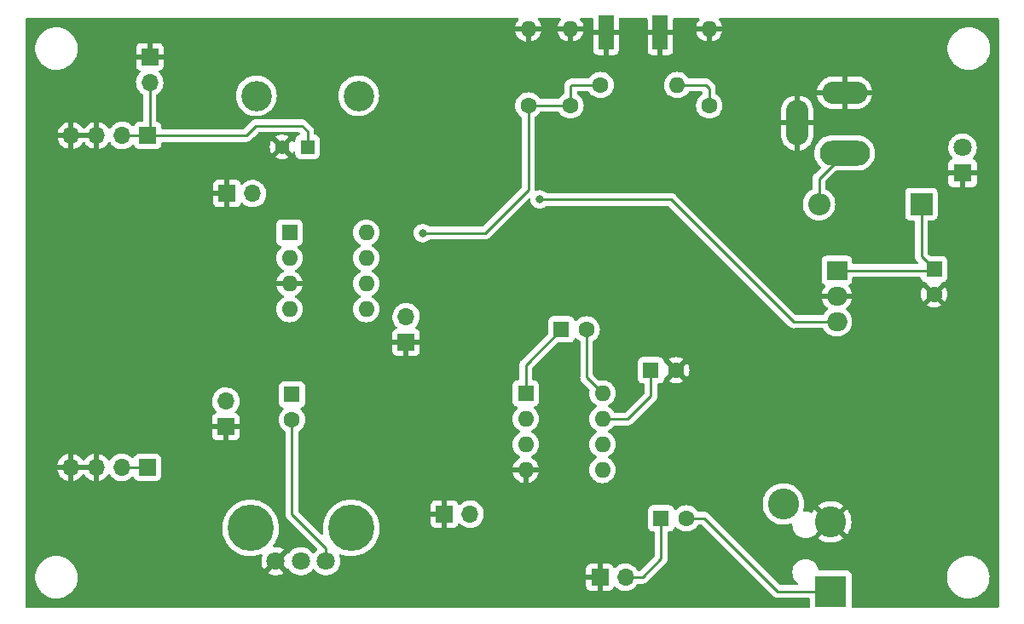
<source format=gbr>
%TF.GenerationSoftware,KiCad,Pcbnew,(6.0.7)*%
%TF.CreationDate,2023-03-17T11:03:48-04:00*%
%TF.ProjectId,DCV v2,44435620-7632-42e6-9b69-6361645f7063,rev?*%
%TF.SameCoordinates,Original*%
%TF.FileFunction,Copper,L2,Bot*%
%TF.FilePolarity,Positive*%
%FSLAX46Y46*%
G04 Gerber Fmt 4.6, Leading zero omitted, Abs format (unit mm)*
G04 Created by KiCad (PCBNEW (6.0.7)) date 2023-03-17 11:03:48*
%MOMM*%
%LPD*%
G01*
G04 APERTURE LIST*
%TA.AperFunction,ComponentPad*%
%ADD10R,1.700000X1.700000*%
%TD*%
%TA.AperFunction,ComponentPad*%
%ADD11O,1.700000X1.700000*%
%TD*%
%TA.AperFunction,ComponentPad*%
%ADD12R,1.600000X1.600000*%
%TD*%
%TA.AperFunction,ComponentPad*%
%ADD13C,1.600000*%
%TD*%
%TA.AperFunction,ComponentPad*%
%ADD14O,5.000000X2.500000*%
%TD*%
%TA.AperFunction,ComponentPad*%
%ADD15O,4.500000X2.250000*%
%TD*%
%TA.AperFunction,ComponentPad*%
%ADD16O,2.250000X4.500000*%
%TD*%
%TA.AperFunction,ComponentPad*%
%ADD17O,1.600000X1.600000*%
%TD*%
%TA.AperFunction,ComponentPad*%
%ADD18R,2.000000X1.905000*%
%TD*%
%TA.AperFunction,ComponentPad*%
%ADD19O,2.000000X1.905000*%
%TD*%
%TA.AperFunction,ComponentPad*%
%ADD20C,4.600000*%
%TD*%
%TA.AperFunction,ComponentPad*%
%ADD21C,1.800000*%
%TD*%
%TA.AperFunction,ComponentPad*%
%ADD22R,1.398000X1.398000*%
%TD*%
%TA.AperFunction,ComponentPad*%
%ADD23C,1.398000*%
%TD*%
%TA.AperFunction,ComponentPad*%
%ADD24C,3.015000*%
%TD*%
%TA.AperFunction,ComponentPad*%
%ADD25R,3.092000X3.092000*%
%TD*%
%TA.AperFunction,ComponentPad*%
%ADD26C,3.092000*%
%TD*%
%TA.AperFunction,SMDPad,CuDef*%
%ADD27R,1.500000X3.500000*%
%TD*%
%TA.AperFunction,ComponentPad*%
%ADD28R,1.800000X1.800000*%
%TD*%
%TA.AperFunction,ComponentPad*%
%ADD29R,2.200000X2.200000*%
%TD*%
%TA.AperFunction,ComponentPad*%
%ADD30O,2.200000X2.200000*%
%TD*%
%TA.AperFunction,ViaPad*%
%ADD31C,0.800000*%
%TD*%
%TA.AperFunction,Conductor*%
%ADD32C,0.250000*%
%TD*%
G04 APERTURE END LIST*
D10*
%TO.P,J10,1,Pin_1*%
%TO.N,GND*%
X63817500Y-72961500D03*
D11*
%TO.P,J10,2,Pin_2*%
%TO.N,Net-(C4-Pad1)*%
X66357500Y-72961500D03*
%TD*%
D12*
%TO.P,C7,1*%
%TO.N,12V*%
X112435000Y-48601849D03*
D13*
%TO.P,C7,2*%
%TO.N,GND*%
X112435000Y-51101849D03*
%TD*%
D12*
%TO.P,C11,1*%
%TO.N,Net-(C11-Pad1)*%
X84318000Y-58664000D03*
D13*
%TO.P,C11,2*%
%TO.N,GND*%
X86818000Y-58664000D03*
%TD*%
D14*
%TO.P,J4,1*%
%TO.N,Net-(D2-Pad2)*%
X103545000Y-37054500D03*
D15*
%TO.P,J4,2*%
%TO.N,GND*%
X103545000Y-31054500D03*
D16*
%TO.P,J4,3*%
X98845000Y-34054500D03*
%TD*%
D13*
%TO.P,R4,1*%
%TO.N,Net-(C6-Pad1)*%
X79311500Y-30289500D03*
D17*
%TO.P,R4,2*%
%TO.N,Net-(J3-Pad1)*%
X86931500Y-30289500D03*
%TD*%
D13*
%TO.P,R9,1*%
%TO.N,Net-(C6-Pad1)*%
X72136000Y-32321500D03*
D17*
%TO.P,R9,2*%
%TO.N,GND*%
X72136000Y-24701500D03*
%TD*%
D12*
%TO.P,U4,1,GAIN*%
%TO.N,Net-(C12-Pad1)*%
X71882000Y-60960000D03*
D17*
%TO.P,U4,2,-*%
%TO.N,Net-(R7-Pad2)*%
X71882000Y-63500000D03*
%TO.P,U4,3,+*%
%TO.N,Net-(C4-Pad1)*%
X71882000Y-66040000D03*
%TO.P,U4,4,GND*%
%TO.N,GND*%
X71882000Y-68580000D03*
%TO.P,U4,5*%
%TO.N,Net-(C15-Pad1)*%
X79502000Y-68580000D03*
%TO.P,U4,6,V+*%
%TO.N,12V*%
X79502000Y-66040000D03*
%TO.P,U4,7,BYPASS*%
%TO.N,Net-(C11-Pad1)*%
X79502000Y-63500000D03*
%TO.P,U4,8,GAIN*%
%TO.N,Net-(C12-Pad2)*%
X79502000Y-60960000D03*
%TD*%
D18*
%TO.P,U3,1,VI*%
%TO.N,12V*%
X102783000Y-48738500D03*
D19*
%TO.P,U3,2,GND*%
%TO.N,GND*%
X102783000Y-51278500D03*
%TO.P,U3,3,VO*%
%TO.N,RX6V*%
X102783000Y-53818500D03*
%TD*%
D10*
%TO.P,J6,1,Pin_1*%
%TO.N,GND*%
X60007500Y-55880000D03*
D11*
%TO.P,J6,2,Pin_2*%
%TO.N,Net-(C6-Pad2)*%
X60007500Y-53340000D03*
%TD*%
D12*
%TO.P,C15,1*%
%TO.N,Net-(C15-Pad1)*%
X85334000Y-73396000D03*
D13*
%TO.P,C15,2*%
%TO.N,Net-(C15-Pad2)*%
X87834000Y-73396000D03*
%TD*%
D10*
%TO.P,J7,1,Pin_1*%
%TO.N,GND*%
X42100500Y-64267000D03*
D11*
%TO.P,J7,2,Pin_2*%
%TO.N,Net-(C1-Pad1)*%
X42100500Y-61727000D03*
%TD*%
D20*
%TO.P,RV1,*%
%TO.N,*%
X44555000Y-74347500D03*
X54555000Y-74347500D03*
D21*
%TO.P,RV1,1,1*%
%TO.N,GND*%
X47055000Y-77647500D03*
%TO.P,RV1,2,2*%
%TO.N,Net-(R1-Pad1)*%
X49555000Y-77647500D03*
%TO.P,RV1,3,3*%
%TO.N,Net-(C3-Pad2)*%
X52055000Y-77647500D03*
%TD*%
D22*
%TO.P,J1,1,1*%
%TO.N,Net-(J1-Pad1)*%
X50215800Y-36450500D03*
D23*
%TO.P,J1,2,2*%
%TO.N,GND*%
X47675800Y-36450500D03*
D24*
%TO.P,J1,P1,SHIELD*%
%TO.N,unconnected-(J1-PadP1)*%
X45135800Y-31370500D03*
%TO.P,J1,P2,SHIELD*%
%TO.N,unconnected-(J1-PadP2)*%
X55295800Y-31370500D03*
%TD*%
D25*
%TO.P,J5,1,1*%
%TO.N,Net-(C15-Pad2)*%
X102172000Y-80647000D03*
D26*
%TO.P,J5,2,2*%
%TO.N,GND*%
X102172000Y-73747000D03*
%TO.P,J5,3,3*%
%TO.N,unconnected-(J5-Pad3)*%
X97472000Y-71947000D03*
%TD*%
D13*
%TO.P,R3,1*%
%TO.N,Net-(C6-Pad1)*%
X76327000Y-32321500D03*
D17*
%TO.P,R3,2*%
%TO.N,GND*%
X76327000Y-24701500D03*
%TD*%
D12*
%TO.P,C3,1*%
%TO.N,Net-(C1-Pad1)*%
X48666400Y-61077349D03*
D13*
%TO.P,C3,2*%
%TO.N,Net-(C3-Pad2)*%
X48666400Y-63577349D03*
%TD*%
D12*
%TO.P,U2,1,IN_A*%
%TO.N,Net-(C8-Pad2)*%
X48422400Y-44968000D03*
D17*
%TO.P,U2,2,IN_B*%
%TO.N,Net-(C2-Pad1)*%
X48422400Y-47508000D03*
%TO.P,U2,3,GND*%
%TO.N,GND*%
X48422400Y-50048000D03*
%TO.P,U2,4,OUT_A*%
%TO.N,Net-(C1-Pad1)*%
X48422400Y-52588000D03*
%TO.P,U2,5,OUT_B*%
%TO.N,unconnected-(U2-Pad5)*%
X56042400Y-52588000D03*
%TO.P,U2,6,OSC_B*%
%TO.N,Net-(C6-Pad2)*%
X56042400Y-50048000D03*
%TO.P,U2,7,OSC_E*%
%TO.N,unconnected-(U2-Pad7)*%
X56042400Y-47508000D03*
%TO.P,U2,8,Vcc*%
%TO.N,Net-(C5-Pad1)*%
X56042400Y-44968000D03*
%TD*%
D27*
%TO.P,J3,G3*%
%TO.N,GND*%
X85250000Y-25046500D03*
%TO.P,J3,G4*%
X79850000Y-25046500D03*
%TD*%
D28*
%TO.P,D1,1,K*%
%TO.N,GND*%
X115265200Y-39065200D03*
D21*
%TO.P,D1,2,A*%
%TO.N,Net-(D1-Pad2)*%
X115265200Y-36525200D03*
%TD*%
D29*
%TO.P,D2,1,K*%
%TO.N,12V*%
X111165000Y-42134500D03*
D30*
%TO.P,D2,2,A*%
%TO.N,Net-(D2-Pad2)*%
X101005000Y-42134500D03*
%TD*%
D10*
%TO.P,J9,1,Pin_1*%
%TO.N,GND*%
X79243000Y-79248000D03*
D11*
%TO.P,J9,2,Pin_2*%
%TO.N,Net-(C15-Pad1)*%
X81783000Y-79248000D03*
%TD*%
D12*
%TO.P,C12,1*%
%TO.N,Net-(C12-Pad1)*%
X75428000Y-54600000D03*
D13*
%TO.P,C12,2*%
%TO.N,Net-(C12-Pad2)*%
X77928000Y-54600000D03*
%TD*%
%TO.P,R5,1*%
%TO.N,Net-(J3-Pad1)*%
X90106500Y-32321500D03*
D17*
%TO.P,R5,2*%
%TO.N,GND*%
X90106500Y-24701500D03*
%TD*%
D10*
%TO.P,U1,1,IN*%
%TO.N,Net-(J1-Pad1)*%
X34361400Y-35306000D03*
D11*
%TO.P,U1,2,IN*%
X31821400Y-35306000D03*
%TO.P,U1,3,GND*%
%TO.N,GND*%
X29281400Y-35306000D03*
%TO.P,U1,4,GND*%
X26741400Y-35306000D03*
%TO.P,U1,5,GND*%
X26695400Y-68326000D03*
%TO.P,U1,6,GND*%
X29235400Y-68326000D03*
%TO.P,U1,7,OUT*%
%TO.N,Net-(C8-Pad1)*%
X31775400Y-68326000D03*
D10*
%TO.P,U1,8,OUT*%
X34315400Y-68326000D03*
%TD*%
%TO.P,J8,1,Pin_1*%
%TO.N,GND*%
X34544000Y-27490500D03*
D11*
%TO.P,J8,2,Pin_2*%
%TO.N,Net-(J1-Pad1)*%
X34544000Y-30030500D03*
%TD*%
D10*
%TO.P,J2,1,Pin_1*%
%TO.N,GND*%
X42222500Y-41084500D03*
D11*
%TO.P,J2,2,Pin_2*%
%TO.N,Net-(C8-Pad2)*%
X44762500Y-41084500D03*
%TD*%
D31*
%TO.N,RX6V*%
X73269000Y-41666000D03*
%TO.N,Net-(C6-Pad1)*%
X61658500Y-45021500D03*
%TD*%
D32*
%TO.N,RX6V*%
X86306500Y-41666000D02*
X98488500Y-53848000D01*
X98488500Y-53848000D02*
X98518000Y-53818500D01*
X73269000Y-41666000D02*
X86306500Y-41666000D01*
X98518000Y-53818500D02*
X102783000Y-53818500D01*
%TO.N,Net-(C3-Pad2)*%
X48666400Y-63577349D02*
X48666400Y-72986900D01*
X48666400Y-72986900D02*
X52055000Y-76375500D01*
X52055000Y-76375500D02*
X52055000Y-77647500D01*
%TO.N,Net-(C6-Pad1)*%
X67818000Y-45021500D02*
X61658500Y-45021500D01*
X76327000Y-30416500D02*
X76327000Y-32321500D01*
X79311500Y-30289500D02*
X76454000Y-30289500D01*
X76327000Y-32321500D02*
X72136000Y-32321500D01*
X72136000Y-40703500D02*
X67818000Y-45021500D01*
X76454000Y-30289500D02*
X76327000Y-30416500D01*
X72136000Y-32321500D02*
X72136000Y-40703500D01*
%TO.N,12V*%
X111165000Y-47331849D02*
X112435000Y-48601849D01*
X111165000Y-42134500D02*
X111165000Y-47331849D01*
X112298349Y-48738500D02*
X112435000Y-48601849D01*
X102783000Y-48738500D02*
X112298349Y-48738500D01*
%TO.N,Net-(D2-Pad2)*%
X101005000Y-39594500D02*
X103545000Y-37054500D01*
X101005000Y-42134500D02*
X101005000Y-39594500D01*
%TO.N,Net-(J1-Pad1)*%
X31821400Y-35306000D02*
X34361400Y-35306000D01*
X34544000Y-30030500D02*
X34544000Y-35123400D01*
X50215800Y-34912300D02*
X50215800Y-36450500D01*
X45085000Y-34353500D02*
X49657000Y-34353500D01*
X44132500Y-35306000D02*
X45085000Y-34353500D01*
X34361400Y-35306000D02*
X44132500Y-35306000D01*
X49657000Y-34353500D02*
X50215800Y-34912300D01*
X34544000Y-35123400D02*
X34361400Y-35306000D01*
%TO.N,Net-(J3-Pad1)*%
X90106500Y-32321500D02*
X90106500Y-30607000D01*
X90106500Y-30607000D02*
X89789000Y-30289500D01*
X89789000Y-30289500D02*
X86931500Y-30289500D01*
%TO.N,Net-(C8-Pad1)*%
X31775400Y-68326000D02*
X34315400Y-68326000D01*
%TO.N,Net-(C11-Pad1)*%
X84318000Y-61204000D02*
X84318000Y-58664000D01*
X79502000Y-63500000D02*
X82022000Y-63500000D01*
X82022000Y-63500000D02*
X84318000Y-61204000D01*
%TO.N,Net-(C12-Pad1)*%
X71882000Y-60960000D02*
X71882000Y-58146000D01*
X71882000Y-58146000D02*
X75428000Y-54600000D01*
%TO.N,Net-(C12-Pad2)*%
X77928000Y-59386000D02*
X79502000Y-60960000D01*
X77928000Y-54600000D02*
X77928000Y-59386000D01*
%TO.N,Net-(C15-Pad1)*%
X85334000Y-73396000D02*
X85334000Y-77416500D01*
X85334000Y-77416500D02*
X83502500Y-79248000D01*
X83502500Y-79248000D02*
X81783000Y-79248000D01*
%TO.N,Net-(C15-Pad2)*%
X96903000Y-80647000D02*
X89652000Y-73396000D01*
X102172000Y-80647000D02*
X96903000Y-80647000D01*
X89652000Y-73396000D02*
X87834000Y-73396000D01*
%TD*%
%TA.AperFunction,Conductor*%
%TO.N,GND*%
G36*
X71129140Y-23642502D02*
G01*
X71175633Y-23696158D01*
X71185737Y-23766432D01*
X71156243Y-23831012D01*
X71150114Y-23837595D01*
X71134084Y-23853625D01*
X71127028Y-23862033D01*
X71002069Y-24040493D01*
X70996586Y-24049989D01*
X70904510Y-24247447D01*
X70900764Y-24257739D01*
X70854606Y-24430003D01*
X70854942Y-24444099D01*
X70862884Y-24447500D01*
X73403967Y-24447500D01*
X73417498Y-24443527D01*
X73418727Y-24434978D01*
X73371236Y-24257739D01*
X73367490Y-24247447D01*
X73275414Y-24049989D01*
X73269931Y-24040493D01*
X73144972Y-23862033D01*
X73137916Y-23853625D01*
X73121886Y-23837595D01*
X73087860Y-23775283D01*
X73092925Y-23704468D01*
X73135472Y-23647632D01*
X73201992Y-23622821D01*
X73210981Y-23622500D01*
X75252019Y-23622500D01*
X75320140Y-23642502D01*
X75366633Y-23696158D01*
X75376737Y-23766432D01*
X75347243Y-23831012D01*
X75341114Y-23837595D01*
X75325084Y-23853625D01*
X75318028Y-23862033D01*
X75193069Y-24040493D01*
X75187586Y-24049989D01*
X75095510Y-24247447D01*
X75091764Y-24257739D01*
X75045606Y-24430003D01*
X75045942Y-24444099D01*
X75053884Y-24447500D01*
X77594967Y-24447500D01*
X77608498Y-24443527D01*
X77609727Y-24434978D01*
X77562236Y-24257739D01*
X77558490Y-24247447D01*
X77466414Y-24049989D01*
X77460931Y-24040493D01*
X77335972Y-23862033D01*
X77328916Y-23853625D01*
X77312886Y-23837595D01*
X77278860Y-23775283D01*
X77283925Y-23704468D01*
X77326472Y-23647632D01*
X77392992Y-23622821D01*
X77401981Y-23622500D01*
X78466000Y-23622500D01*
X78534121Y-23642502D01*
X78580614Y-23696158D01*
X78592000Y-23748500D01*
X78592000Y-24774385D01*
X78596475Y-24789624D01*
X78597865Y-24790829D01*
X78605548Y-24792500D01*
X81089884Y-24792500D01*
X81105123Y-24788025D01*
X81106328Y-24786635D01*
X81107999Y-24778952D01*
X81107999Y-23748500D01*
X81128001Y-23680379D01*
X81181657Y-23633886D01*
X81233999Y-23622500D01*
X83866000Y-23622500D01*
X83934121Y-23642502D01*
X83980614Y-23696158D01*
X83992000Y-23748500D01*
X83992000Y-24774385D01*
X83996475Y-24789624D01*
X83997865Y-24790829D01*
X84005548Y-24792500D01*
X86489884Y-24792500D01*
X86505123Y-24788025D01*
X86506328Y-24786635D01*
X86507999Y-24778952D01*
X86507999Y-23748500D01*
X86528001Y-23680379D01*
X86581657Y-23633886D01*
X86633999Y-23622500D01*
X89031519Y-23622500D01*
X89099640Y-23642502D01*
X89146133Y-23696158D01*
X89156237Y-23766432D01*
X89126743Y-23831012D01*
X89120614Y-23837595D01*
X89104584Y-23853625D01*
X89097528Y-23862033D01*
X88972569Y-24040493D01*
X88967086Y-24049989D01*
X88875010Y-24247447D01*
X88871264Y-24257739D01*
X88825106Y-24430003D01*
X88825442Y-24444099D01*
X88833384Y-24447500D01*
X91374467Y-24447500D01*
X91387998Y-24443527D01*
X91389227Y-24434978D01*
X91341736Y-24257739D01*
X91337990Y-24247447D01*
X91245914Y-24049989D01*
X91240431Y-24040493D01*
X91115472Y-23862033D01*
X91108416Y-23853625D01*
X91092386Y-23837595D01*
X91058360Y-23775283D01*
X91063425Y-23704468D01*
X91105972Y-23647632D01*
X91172492Y-23622821D01*
X91181481Y-23622500D01*
X118745500Y-23622500D01*
X118813621Y-23642502D01*
X118860114Y-23696158D01*
X118871500Y-23748500D01*
X118871500Y-82169500D01*
X118851498Y-82237621D01*
X118797842Y-82284114D01*
X118745500Y-82295500D01*
X104352500Y-82295500D01*
X104284379Y-82275498D01*
X104237886Y-82221842D01*
X104226500Y-82169500D01*
X104226500Y-79380703D01*
X113714743Y-79380703D01*
X113715302Y-79384947D01*
X113715302Y-79384951D01*
X113722249Y-79437715D01*
X113752268Y-79665734D01*
X113753401Y-79669874D01*
X113753401Y-79669876D01*
X113756005Y-79679395D01*
X113828129Y-79943036D01*
X113829813Y-79946984D01*
X113920970Y-80160696D01*
X113940923Y-80207476D01*
X114088561Y-80454161D01*
X114268313Y-80678528D01*
X114476851Y-80876423D01*
X114710317Y-81044186D01*
X114714112Y-81046195D01*
X114714113Y-81046196D01*
X114735869Y-81057715D01*
X114964392Y-81178712D01*
X114988699Y-81187607D01*
X115212496Y-81269505D01*
X115234373Y-81277511D01*
X115515264Y-81338755D01*
X115543841Y-81341004D01*
X115738282Y-81356307D01*
X115738291Y-81356307D01*
X115740739Y-81356500D01*
X115896271Y-81356500D01*
X115898407Y-81356354D01*
X115898418Y-81356354D01*
X116106548Y-81342165D01*
X116106554Y-81342164D01*
X116110825Y-81341873D01*
X116115020Y-81341004D01*
X116115022Y-81341004D01*
X116310599Y-81300502D01*
X116392342Y-81283574D01*
X116663343Y-81187607D01*
X116918812Y-81055750D01*
X116922313Y-81053289D01*
X116922317Y-81053287D01*
X117036418Y-80973095D01*
X117154023Y-80890441D01*
X117364622Y-80694740D01*
X117546713Y-80472268D01*
X117696927Y-80227142D01*
X117700927Y-80218031D01*
X117810757Y-79967830D01*
X117812483Y-79963898D01*
X117832247Y-79894518D01*
X117854896Y-79815006D01*
X117891244Y-79687406D01*
X117931751Y-79402784D01*
X117931845Y-79384951D01*
X117933235Y-79119583D01*
X117933235Y-79119576D01*
X117933257Y-79115297D01*
X117925870Y-79059183D01*
X117907477Y-78919477D01*
X117895732Y-78830266D01*
X117819871Y-78552964D01*
X117791360Y-78486122D01*
X117708763Y-78292476D01*
X117708761Y-78292472D01*
X117707077Y-78288524D01*
X117603704Y-78115800D01*
X117561643Y-78045521D01*
X117561640Y-78045517D01*
X117559439Y-78041839D01*
X117379687Y-77817472D01*
X117200574Y-77647500D01*
X117174258Y-77622527D01*
X117174255Y-77622525D01*
X117171149Y-77619577D01*
X116937683Y-77451814D01*
X116915843Y-77440250D01*
X116892654Y-77427972D01*
X116683608Y-77317288D01*
X116413627Y-77218489D01*
X116132736Y-77157245D01*
X116101685Y-77154801D01*
X115909718Y-77139693D01*
X115909709Y-77139693D01*
X115907261Y-77139500D01*
X115751729Y-77139500D01*
X115749593Y-77139646D01*
X115749582Y-77139646D01*
X115541452Y-77153835D01*
X115541446Y-77153836D01*
X115537175Y-77154127D01*
X115532980Y-77154996D01*
X115532978Y-77154996D01*
X115486380Y-77164646D01*
X115255658Y-77212426D01*
X114984657Y-77308393D01*
X114980848Y-77310359D01*
X114751634Y-77428665D01*
X114729188Y-77440250D01*
X114725687Y-77442711D01*
X114725683Y-77442713D01*
X114638181Y-77504211D01*
X114493977Y-77605559D01*
X114452741Y-77643878D01*
X114287316Y-77797601D01*
X114283378Y-77801260D01*
X114101287Y-78023732D01*
X113951073Y-78268858D01*
X113949347Y-78272791D01*
X113949346Y-78272792D01*
X113938387Y-78297757D01*
X113835517Y-78532102D01*
X113756756Y-78808594D01*
X113735049Y-78961116D01*
X113721093Y-79059183D01*
X113716249Y-79093216D01*
X113716227Y-79097505D01*
X113716226Y-79097512D01*
X113714765Y-79376417D01*
X113714743Y-79380703D01*
X104226500Y-79380703D01*
X104226500Y-79052866D01*
X104219745Y-78990684D01*
X104168615Y-78854295D01*
X104081261Y-78737739D01*
X103964705Y-78650385D01*
X103828316Y-78599255D01*
X103766134Y-78592500D01*
X101081944Y-78592500D01*
X101013823Y-78572498D01*
X100967330Y-78518842D01*
X100960237Y-78499111D01*
X100907707Y-78303067D01*
X100907706Y-78303065D01*
X100906284Y-78297757D01*
X100903961Y-78292775D01*
X100811849Y-78095238D01*
X100811846Y-78095233D01*
X100809523Y-78090251D01*
X100736098Y-77985389D01*
X100681357Y-77907211D01*
X100681355Y-77907208D01*
X100678198Y-77902700D01*
X100516300Y-77740802D01*
X100511792Y-77737645D01*
X100511789Y-77737643D01*
X100396733Y-77657080D01*
X100328749Y-77609477D01*
X100323767Y-77607154D01*
X100323762Y-77607151D01*
X100126225Y-77515039D01*
X100126224Y-77515039D01*
X100121243Y-77512716D01*
X100115935Y-77511294D01*
X100115933Y-77511293D01*
X99905402Y-77454881D01*
X99905400Y-77454881D01*
X99900087Y-77453457D01*
X99796405Y-77444386D01*
X99731851Y-77438738D01*
X99731844Y-77438738D01*
X99729127Y-77438500D01*
X99614873Y-77438500D01*
X99612156Y-77438738D01*
X99612149Y-77438738D01*
X99547595Y-77444386D01*
X99443913Y-77453457D01*
X99438600Y-77454881D01*
X99438598Y-77454881D01*
X99228067Y-77511293D01*
X99228065Y-77511294D01*
X99222757Y-77512716D01*
X99217776Y-77515039D01*
X99217775Y-77515039D01*
X99020238Y-77607151D01*
X99020233Y-77607154D01*
X99015251Y-77609477D01*
X98947267Y-77657080D01*
X98832211Y-77737643D01*
X98832208Y-77737645D01*
X98827700Y-77740802D01*
X98665802Y-77902700D01*
X98662645Y-77907208D01*
X98662643Y-77907211D01*
X98607902Y-77985389D01*
X98534477Y-78090251D01*
X98532154Y-78095233D01*
X98532151Y-78095238D01*
X98440039Y-78292775D01*
X98437716Y-78297757D01*
X98436294Y-78303065D01*
X98436293Y-78303067D01*
X98404081Y-78423283D01*
X98378457Y-78518913D01*
X98358502Y-78747000D01*
X98378457Y-78975087D01*
X98379881Y-78980400D01*
X98379881Y-78980402D01*
X98400991Y-79059183D01*
X98437716Y-79196243D01*
X98440039Y-79201224D01*
X98440039Y-79201225D01*
X98532151Y-79398762D01*
X98532154Y-79398767D01*
X98534477Y-79403749D01*
X98665802Y-79591300D01*
X98827700Y-79753198D01*
X98832210Y-79756356D01*
X98832216Y-79756361D01*
X98872099Y-79784287D01*
X98916428Y-79839744D01*
X98923737Y-79910363D01*
X98891707Y-79973723D01*
X98830505Y-80009709D01*
X98799829Y-80013500D01*
X97217594Y-80013500D01*
X97149473Y-79993498D01*
X97128499Y-79976595D01*
X93651202Y-76499297D01*
X92521216Y-75369311D01*
X100914962Y-75369311D01*
X100922015Y-75379282D01*
X100958579Y-75409854D01*
X100965501Y-75414883D01*
X101195478Y-75559148D01*
X101203024Y-75563194D01*
X101450447Y-75674909D01*
X101458477Y-75677896D01*
X101718774Y-75754999D01*
X101727126Y-75756866D01*
X101995483Y-75797930D01*
X102004016Y-75798646D01*
X102275458Y-75802911D01*
X102284009Y-75802462D01*
X102553517Y-75769849D01*
X102561931Y-75768244D01*
X102824522Y-75699355D01*
X102832637Y-75696624D01*
X103083450Y-75592733D01*
X103091118Y-75588927D01*
X103325514Y-75451957D01*
X103332595Y-75447144D01*
X103419419Y-75379066D01*
X103427890Y-75367206D01*
X103421374Y-75355585D01*
X102184810Y-74119020D01*
X102170869Y-74111408D01*
X102169034Y-74111539D01*
X102162420Y-74115790D01*
X100922254Y-75355957D01*
X100914962Y-75369311D01*
X92521216Y-75369311D01*
X90155652Y-73003747D01*
X90148112Y-72995461D01*
X90144000Y-72988982D01*
X90094348Y-72942356D01*
X90091507Y-72939602D01*
X90071770Y-72919865D01*
X90068573Y-72917385D01*
X90059551Y-72909680D01*
X90033100Y-72884841D01*
X90027321Y-72879414D01*
X90020375Y-72875595D01*
X90020372Y-72875593D01*
X90009566Y-72869652D01*
X89993047Y-72858801D01*
X89988154Y-72855006D01*
X89977041Y-72846386D01*
X89969772Y-72843241D01*
X89969768Y-72843238D01*
X89936463Y-72828826D01*
X89925813Y-72823609D01*
X89887060Y-72802305D01*
X89867437Y-72797267D01*
X89848734Y-72790863D01*
X89837420Y-72785967D01*
X89837419Y-72785967D01*
X89830145Y-72782819D01*
X89822322Y-72781580D01*
X89822312Y-72781577D01*
X89786476Y-72775901D01*
X89774856Y-72773495D01*
X89739711Y-72764472D01*
X89739710Y-72764472D01*
X89732030Y-72762500D01*
X89711776Y-72762500D01*
X89692065Y-72760949D01*
X89679886Y-72759020D01*
X89672057Y-72757780D01*
X89664165Y-72758526D01*
X89628039Y-72761941D01*
X89616181Y-72762500D01*
X89053394Y-72762500D01*
X88985273Y-72742498D01*
X88950181Y-72708771D01*
X88843357Y-72556211D01*
X88843355Y-72556208D01*
X88840198Y-72551700D01*
X88678300Y-72389802D01*
X88673792Y-72386645D01*
X88673789Y-72386643D01*
X88595611Y-72331902D01*
X88490749Y-72258477D01*
X88485767Y-72256154D01*
X88485762Y-72256151D01*
X88288225Y-72164039D01*
X88288224Y-72164039D01*
X88283243Y-72161716D01*
X88277935Y-72160294D01*
X88277933Y-72160293D01*
X88067402Y-72103881D01*
X88067400Y-72103881D01*
X88062087Y-72102457D01*
X87834000Y-72082502D01*
X87605913Y-72102457D01*
X87600600Y-72103881D01*
X87600598Y-72103881D01*
X87390067Y-72160293D01*
X87390065Y-72160294D01*
X87384757Y-72161716D01*
X87379776Y-72164039D01*
X87379775Y-72164039D01*
X87182238Y-72256151D01*
X87182233Y-72256154D01*
X87177251Y-72258477D01*
X87072389Y-72331902D01*
X86994211Y-72386643D01*
X86994208Y-72386645D01*
X86989700Y-72389802D01*
X86844000Y-72535502D01*
X86781688Y-72569528D01*
X86710873Y-72564463D01*
X86654037Y-72521916D01*
X86636868Y-72485263D01*
X86635745Y-72485684D01*
X86587767Y-72357703D01*
X86584615Y-72349295D01*
X86497261Y-72232739D01*
X86380705Y-72145385D01*
X86244316Y-72094255D01*
X86182134Y-72087500D01*
X84485866Y-72087500D01*
X84423684Y-72094255D01*
X84287295Y-72145385D01*
X84170739Y-72232739D01*
X84083385Y-72349295D01*
X84032255Y-72485684D01*
X84025500Y-72547866D01*
X84025500Y-74244134D01*
X84032255Y-74306316D01*
X84083385Y-74442705D01*
X84170739Y-74559261D01*
X84287295Y-74646615D01*
X84423684Y-74697745D01*
X84485866Y-74704500D01*
X84574500Y-74704500D01*
X84642621Y-74724502D01*
X84689114Y-74778158D01*
X84700500Y-74830500D01*
X84700500Y-77101906D01*
X84680498Y-77170027D01*
X84663595Y-77191001D01*
X83277000Y-78577595D01*
X83214688Y-78611621D01*
X83187905Y-78614500D01*
X83059805Y-78614500D01*
X82991684Y-78594498D01*
X82954013Y-78556940D01*
X82865822Y-78420617D01*
X82865820Y-78420614D01*
X82863014Y-78416277D01*
X82712670Y-78251051D01*
X82708619Y-78247852D01*
X82708615Y-78247848D01*
X82541414Y-78115800D01*
X82541410Y-78115798D01*
X82537359Y-78112598D01*
X82341789Y-78004638D01*
X82336920Y-78002914D01*
X82336916Y-78002912D01*
X82136087Y-77931795D01*
X82136083Y-77931794D01*
X82131212Y-77930069D01*
X82126119Y-77929162D01*
X82126116Y-77929161D01*
X81916373Y-77891800D01*
X81916367Y-77891799D01*
X81911284Y-77890894D01*
X81837452Y-77889992D01*
X81693081Y-77888228D01*
X81693079Y-77888228D01*
X81687911Y-77888165D01*
X81467091Y-77921955D01*
X81254756Y-77991357D01*
X81224443Y-78007137D01*
X81064783Y-78090251D01*
X81056607Y-78094507D01*
X81052474Y-78097610D01*
X81052471Y-78097612D01*
X80882100Y-78225530D01*
X80877965Y-78228635D01*
X80874393Y-78232373D01*
X80796898Y-78313466D01*
X80735374Y-78348895D01*
X80664462Y-78345438D01*
X80606676Y-78304192D01*
X80587823Y-78270644D01*
X80546324Y-78159946D01*
X80537786Y-78144351D01*
X80461285Y-78042276D01*
X80448724Y-78029715D01*
X80346649Y-77953214D01*
X80331054Y-77944676D01*
X80210606Y-77899522D01*
X80195351Y-77895895D01*
X80144486Y-77890369D01*
X80137672Y-77890000D01*
X79515115Y-77890000D01*
X79499876Y-77894475D01*
X79498671Y-77895865D01*
X79497000Y-77903548D01*
X79497000Y-80587884D01*
X79501475Y-80603123D01*
X79502865Y-80604328D01*
X79510548Y-80605999D01*
X80137669Y-80605999D01*
X80144490Y-80605629D01*
X80195352Y-80600105D01*
X80210604Y-80596479D01*
X80331054Y-80551324D01*
X80346649Y-80542786D01*
X80448724Y-80466285D01*
X80461285Y-80453724D01*
X80537786Y-80351649D01*
X80546324Y-80336054D01*
X80587225Y-80226952D01*
X80629867Y-80170188D01*
X80696428Y-80145488D01*
X80765777Y-80160696D01*
X80800444Y-80188684D01*
X80825865Y-80218031D01*
X80825869Y-80218035D01*
X80829250Y-80221938D01*
X81001126Y-80364632D01*
X81194000Y-80477338D01*
X81402692Y-80557030D01*
X81407760Y-80558061D01*
X81407763Y-80558062D01*
X81515017Y-80579883D01*
X81621597Y-80601567D01*
X81626772Y-80601757D01*
X81626774Y-80601757D01*
X81839673Y-80609564D01*
X81839677Y-80609564D01*
X81844837Y-80609753D01*
X81849957Y-80609097D01*
X81849959Y-80609097D01*
X82061288Y-80582025D01*
X82061289Y-80582025D01*
X82066416Y-80581368D01*
X82071366Y-80579883D01*
X82275429Y-80518661D01*
X82275434Y-80518659D01*
X82280384Y-80517174D01*
X82480994Y-80418896D01*
X82662860Y-80289173D01*
X82821096Y-80131489D01*
X82951453Y-79950077D01*
X82953746Y-79945437D01*
X82955446Y-79942608D01*
X83007674Y-79894518D01*
X83063451Y-79881500D01*
X83423733Y-79881500D01*
X83434916Y-79882027D01*
X83442409Y-79883702D01*
X83450335Y-79883453D01*
X83450336Y-79883453D01*
X83510486Y-79881562D01*
X83514445Y-79881500D01*
X83542356Y-79881500D01*
X83546291Y-79881003D01*
X83546356Y-79880995D01*
X83558193Y-79880062D01*
X83590451Y-79879048D01*
X83594470Y-79878922D01*
X83602389Y-79878673D01*
X83621843Y-79873021D01*
X83641200Y-79869013D01*
X83653430Y-79867468D01*
X83653431Y-79867468D01*
X83661297Y-79866474D01*
X83668668Y-79863555D01*
X83668670Y-79863555D01*
X83702412Y-79850196D01*
X83713642Y-79846351D01*
X83748483Y-79836229D01*
X83748484Y-79836229D01*
X83756093Y-79834018D01*
X83762912Y-79829985D01*
X83762917Y-79829983D01*
X83773528Y-79823707D01*
X83791276Y-79815012D01*
X83810117Y-79807552D01*
X83845887Y-79781564D01*
X83855807Y-79775048D01*
X83887035Y-79756580D01*
X83887038Y-79756578D01*
X83893862Y-79752542D01*
X83908183Y-79738221D01*
X83923217Y-79725380D01*
X83933194Y-79718131D01*
X83939607Y-79713472D01*
X83967798Y-79679395D01*
X83975788Y-79670616D01*
X85726247Y-77920157D01*
X85734537Y-77912613D01*
X85741018Y-77908500D01*
X85787659Y-77858832D01*
X85790413Y-77855991D01*
X85810134Y-77836270D01*
X85812612Y-77833075D01*
X85820318Y-77824053D01*
X85845158Y-77797601D01*
X85850586Y-77791821D01*
X85860346Y-77774068D01*
X85871199Y-77757545D01*
X85878753Y-77747806D01*
X85883613Y-77741541D01*
X85901176Y-77700957D01*
X85906383Y-77690327D01*
X85927695Y-77651560D01*
X85929666Y-77643883D01*
X85929668Y-77643878D01*
X85932732Y-77631942D01*
X85939138Y-77613230D01*
X85941195Y-77608478D01*
X85947181Y-77594645D01*
X85948421Y-77586817D01*
X85948423Y-77586810D01*
X85954099Y-77550976D01*
X85956505Y-77539356D01*
X85965528Y-77504211D01*
X85965528Y-77504210D01*
X85967500Y-77496530D01*
X85967500Y-77476276D01*
X85969051Y-77456565D01*
X85969804Y-77451814D01*
X85972220Y-77436557D01*
X85968059Y-77392538D01*
X85967500Y-77380681D01*
X85967500Y-74830500D01*
X85987502Y-74762379D01*
X86041158Y-74715886D01*
X86093500Y-74704500D01*
X86182134Y-74704500D01*
X86244316Y-74697745D01*
X86380705Y-74646615D01*
X86497261Y-74559261D01*
X86584615Y-74442705D01*
X86635745Y-74306316D01*
X86637691Y-74307046D01*
X86667545Y-74254795D01*
X86730503Y-74221979D01*
X86801207Y-74228409D01*
X86844000Y-74256498D01*
X86989700Y-74402198D01*
X86994208Y-74405355D01*
X86994211Y-74405357D01*
X87035542Y-74434297D01*
X87177251Y-74533523D01*
X87182233Y-74535846D01*
X87182238Y-74535849D01*
X87379775Y-74627961D01*
X87384757Y-74630284D01*
X87390065Y-74631706D01*
X87390067Y-74631707D01*
X87600598Y-74688119D01*
X87600600Y-74688119D01*
X87605913Y-74689543D01*
X87834000Y-74709498D01*
X88062087Y-74689543D01*
X88067400Y-74688119D01*
X88067402Y-74688119D01*
X88277933Y-74631707D01*
X88277935Y-74631706D01*
X88283243Y-74630284D01*
X88288225Y-74627961D01*
X88485762Y-74535849D01*
X88485767Y-74535846D01*
X88490749Y-74533523D01*
X88632458Y-74434297D01*
X88673789Y-74405357D01*
X88673792Y-74405355D01*
X88678300Y-74402198D01*
X88840198Y-74240300D01*
X88845897Y-74232161D01*
X88950181Y-74083229D01*
X89005638Y-74038901D01*
X89053394Y-74029500D01*
X89337406Y-74029500D01*
X89405527Y-74049502D01*
X89426501Y-74066405D01*
X96399343Y-81039247D01*
X96406887Y-81047537D01*
X96411000Y-81054018D01*
X96416777Y-81059443D01*
X96460667Y-81100658D01*
X96463509Y-81103413D01*
X96483231Y-81123135D01*
X96486355Y-81125558D01*
X96486359Y-81125562D01*
X96486424Y-81125612D01*
X96495445Y-81133317D01*
X96527679Y-81163586D01*
X96534627Y-81167405D01*
X96534629Y-81167407D01*
X96545432Y-81173346D01*
X96561959Y-81184202D01*
X96571698Y-81191757D01*
X96571700Y-81191758D01*
X96577960Y-81196614D01*
X96618540Y-81214174D01*
X96629188Y-81219391D01*
X96667940Y-81240695D01*
X96675616Y-81242666D01*
X96675619Y-81242667D01*
X96687562Y-81245733D01*
X96706267Y-81252137D01*
X96724855Y-81260181D01*
X96732678Y-81261420D01*
X96732688Y-81261423D01*
X96768524Y-81267099D01*
X96780144Y-81269505D01*
X96805583Y-81276036D01*
X96822970Y-81280500D01*
X96843224Y-81280500D01*
X96862934Y-81282051D01*
X96882943Y-81285220D01*
X96890835Y-81284474D01*
X96926961Y-81281059D01*
X96938819Y-81280500D01*
X99991500Y-81280500D01*
X100059621Y-81300502D01*
X100106114Y-81354158D01*
X100117500Y-81406500D01*
X100117500Y-82169500D01*
X100097498Y-82237621D01*
X100043842Y-82284114D01*
X99991500Y-82295500D01*
X22351500Y-82295500D01*
X22283379Y-82275498D01*
X22236886Y-82221842D01*
X22225500Y-82169500D01*
X22225500Y-79380703D01*
X23163743Y-79380703D01*
X23164302Y-79384947D01*
X23164302Y-79384951D01*
X23171249Y-79437715D01*
X23201268Y-79665734D01*
X23202401Y-79669874D01*
X23202401Y-79669876D01*
X23205005Y-79679395D01*
X23277129Y-79943036D01*
X23278813Y-79946984D01*
X23369970Y-80160696D01*
X23389923Y-80207476D01*
X23537561Y-80454161D01*
X23717313Y-80678528D01*
X23925851Y-80876423D01*
X24159317Y-81044186D01*
X24163112Y-81046195D01*
X24163113Y-81046196D01*
X24184869Y-81057715D01*
X24413392Y-81178712D01*
X24437699Y-81187607D01*
X24661496Y-81269505D01*
X24683373Y-81277511D01*
X24964264Y-81338755D01*
X24992841Y-81341004D01*
X25187282Y-81356307D01*
X25187291Y-81356307D01*
X25189739Y-81356500D01*
X25345271Y-81356500D01*
X25347407Y-81356354D01*
X25347418Y-81356354D01*
X25555548Y-81342165D01*
X25555554Y-81342164D01*
X25559825Y-81341873D01*
X25564020Y-81341004D01*
X25564022Y-81341004D01*
X25759599Y-81300502D01*
X25841342Y-81283574D01*
X26112343Y-81187607D01*
X26367812Y-81055750D01*
X26371313Y-81053289D01*
X26371317Y-81053287D01*
X26485418Y-80973095D01*
X26603023Y-80890441D01*
X26813622Y-80694740D01*
X26995713Y-80472268D01*
X27145927Y-80227142D01*
X27149927Y-80218031D01*
X27183008Y-80142669D01*
X77885001Y-80142669D01*
X77885371Y-80149490D01*
X77890895Y-80200352D01*
X77894521Y-80215604D01*
X77939676Y-80336054D01*
X77948214Y-80351649D01*
X78024715Y-80453724D01*
X78037276Y-80466285D01*
X78139351Y-80542786D01*
X78154946Y-80551324D01*
X78275394Y-80596478D01*
X78290649Y-80600105D01*
X78341514Y-80605631D01*
X78348328Y-80606000D01*
X78970885Y-80606000D01*
X78986124Y-80601525D01*
X78987329Y-80600135D01*
X78989000Y-80592452D01*
X78989000Y-79520115D01*
X78984525Y-79504876D01*
X78983135Y-79503671D01*
X78975452Y-79502000D01*
X77903116Y-79502000D01*
X77887877Y-79506475D01*
X77886672Y-79507865D01*
X77885001Y-79515548D01*
X77885001Y-80142669D01*
X27183008Y-80142669D01*
X27259757Y-79967830D01*
X27261483Y-79963898D01*
X27281247Y-79894518D01*
X27303896Y-79815006D01*
X27340244Y-79687406D01*
X27380751Y-79402784D01*
X27380845Y-79384951D01*
X27382235Y-79119583D01*
X27382235Y-79119576D01*
X27382257Y-79115297D01*
X27374870Y-79059183D01*
X27356477Y-78919477D01*
X27344732Y-78830266D01*
X27338889Y-78808906D01*
X46258423Y-78808906D01*
X46263704Y-78815961D01*
X46440080Y-78919027D01*
X46449363Y-78923474D01*
X46656003Y-79002383D01*
X46665901Y-79005259D01*
X46882653Y-79049357D01*
X46892883Y-79050576D01*
X47113914Y-79058682D01*
X47124223Y-79058214D01*
X47343623Y-79030108D01*
X47353688Y-79027968D01*
X47565557Y-78964405D01*
X47575152Y-78960644D01*
X47773778Y-78863338D01*
X47782636Y-78858059D01*
X47840097Y-78817072D01*
X47848497Y-78806374D01*
X47841510Y-78793221D01*
X47067811Y-78019521D01*
X47053868Y-78011908D01*
X47052034Y-78012039D01*
X47045420Y-78016290D01*
X46265180Y-78796531D01*
X46258423Y-78808906D01*
X27338889Y-78808906D01*
X27268871Y-78552964D01*
X27240360Y-78486122D01*
X27157763Y-78292476D01*
X27157761Y-78292472D01*
X27156077Y-78288524D01*
X27052704Y-78115800D01*
X27010643Y-78045521D01*
X27010640Y-78045517D01*
X27008439Y-78041839D01*
X26828687Y-77817472D01*
X26649574Y-77647500D01*
X26623258Y-77622527D01*
X26623255Y-77622525D01*
X26620149Y-77619577D01*
X26386683Y-77451814D01*
X26364843Y-77440250D01*
X26341654Y-77427972D01*
X26132608Y-77317288D01*
X25862627Y-77218489D01*
X25581736Y-77157245D01*
X25550685Y-77154801D01*
X25358718Y-77139693D01*
X25358709Y-77139693D01*
X25356261Y-77139500D01*
X25200729Y-77139500D01*
X25198593Y-77139646D01*
X25198582Y-77139646D01*
X24990452Y-77153835D01*
X24990446Y-77153836D01*
X24986175Y-77154127D01*
X24981980Y-77154996D01*
X24981978Y-77154996D01*
X24935380Y-77164646D01*
X24704658Y-77212426D01*
X24433657Y-77308393D01*
X24429848Y-77310359D01*
X24200634Y-77428665D01*
X24178188Y-77440250D01*
X24174687Y-77442711D01*
X24174683Y-77442713D01*
X24087181Y-77504211D01*
X23942977Y-77605559D01*
X23901741Y-77643878D01*
X23736316Y-77797601D01*
X23732378Y-77801260D01*
X23550287Y-78023732D01*
X23400073Y-78268858D01*
X23398347Y-78272791D01*
X23398346Y-78272792D01*
X23387387Y-78297757D01*
X23284517Y-78532102D01*
X23205756Y-78808594D01*
X23184049Y-78961116D01*
X23170093Y-79059183D01*
X23165249Y-79093216D01*
X23165227Y-79097505D01*
X23165226Y-79097512D01*
X23163765Y-79376417D01*
X23163743Y-79380703D01*
X22225500Y-79380703D01*
X22225500Y-74259133D01*
X41743128Y-74259133D01*
X41743223Y-74262763D01*
X41743223Y-74262764D01*
X41744592Y-74315025D01*
X41751606Y-74582908D01*
X41752117Y-74586498D01*
X41752117Y-74586499D01*
X41766851Y-74690022D01*
X41797242Y-74903561D01*
X41879431Y-75216845D01*
X41997082Y-75518606D01*
X42079840Y-75674909D01*
X42144977Y-75797930D01*
X42148638Y-75804845D01*
X42150695Y-75807838D01*
X42330032Y-76068775D01*
X42330038Y-76068782D01*
X42332089Y-76071767D01*
X42334477Y-76074504D01*
X42514669Y-76281062D01*
X42545003Y-76315835D01*
X42784558Y-76533814D01*
X42787500Y-76535928D01*
X43044629Y-76720694D01*
X43044635Y-76720698D01*
X43047580Y-76722814D01*
X43330582Y-76880331D01*
X43629813Y-77004276D01*
X43633307Y-77005271D01*
X43633309Y-77005272D01*
X43890330Y-77078487D01*
X43941306Y-77093008D01*
X44161450Y-77129058D01*
X44257354Y-77144763D01*
X44257358Y-77144763D01*
X44260934Y-77145349D01*
X44264560Y-77145520D01*
X44580833Y-77160435D01*
X44580834Y-77160435D01*
X44584460Y-77160606D01*
X44620369Y-77158158D01*
X44903964Y-77138825D01*
X44903972Y-77138824D01*
X44907595Y-77138577D01*
X44911170Y-77137914D01*
X44911173Y-77137914D01*
X45222492Y-77080214D01*
X45222496Y-77080213D01*
X45226057Y-77079553D01*
X45535624Y-76984318D01*
X45575468Y-76966828D01*
X45645880Y-76957761D01*
X45710019Y-76988203D01*
X45747518Y-77048489D01*
X45746472Y-77119478D01*
X45740400Y-77135250D01*
X45731255Y-77154953D01*
X45727689Y-77164646D01*
X45668581Y-77377780D01*
X45666650Y-77387900D01*
X45643145Y-77607849D01*
X45642893Y-77618138D01*
X45655627Y-77838968D01*
X45657061Y-77849170D01*
X45705685Y-78064939D01*
X45708773Y-78074792D01*
X45791986Y-78279720D01*
X45796634Y-78288921D01*
X45885097Y-78433281D01*
X45895553Y-78442742D01*
X45904331Y-78438958D01*
X47055000Y-77288290D01*
X47843992Y-76499297D01*
X47851010Y-76486444D01*
X47843236Y-76475773D01*
X47840902Y-76473930D01*
X47832320Y-76468229D01*
X47638678Y-76361333D01*
X47629272Y-76357106D01*
X47420772Y-76283272D01*
X47410809Y-76280640D01*
X47193047Y-76241850D01*
X47182796Y-76240881D01*
X46961616Y-76238179D01*
X46951329Y-76238899D01*
X46917684Y-76244047D01*
X46847322Y-76234579D01*
X46793248Y-76188573D01*
X46772631Y-76120636D01*
X46792017Y-76052337D01*
X46801965Y-76038672D01*
X46811210Y-76027615D01*
X46813534Y-76024836D01*
X46815522Y-76021810D01*
X46989368Y-75757156D01*
X46989373Y-75757147D01*
X46991355Y-75754130D01*
X47136882Y-75464780D01*
X47176960Y-75355262D01*
X47246941Y-75164033D01*
X47246942Y-75164029D01*
X47248189Y-75160622D01*
X47323798Y-74845685D01*
X47340429Y-74708257D01*
X47362373Y-74526925D01*
X47362374Y-74526918D01*
X47362709Y-74524146D01*
X47363430Y-74501225D01*
X47368172Y-74350297D01*
X47368260Y-74347500D01*
X47366646Y-74319500D01*
X47349825Y-74027772D01*
X47349824Y-74027767D01*
X47349616Y-74024152D01*
X47340224Y-73970340D01*
X47294555Y-73708663D01*
X47294553Y-73708656D01*
X47293931Y-73705090D01*
X47282879Y-73667777D01*
X47255727Y-73576116D01*
X47201942Y-73394542D01*
X47178766Y-73340207D01*
X47076294Y-73099964D01*
X47076292Y-73099961D01*
X47074870Y-73096626D01*
X47037299Y-73030756D01*
X46916189Y-72818429D01*
X46914398Y-72815289D01*
X46907664Y-72806121D01*
X46724794Y-72557174D01*
X46724792Y-72557172D01*
X46722654Y-72554261D01*
X46502179Y-72317001D01*
X46255895Y-72106654D01*
X46252892Y-72104636D01*
X46252884Y-72104630D01*
X46050106Y-71968370D01*
X45987066Y-71926009D01*
X45699256Y-71777459D01*
X45396279Y-71662974D01*
X45392758Y-71662090D01*
X45392753Y-71662088D01*
X45085668Y-71584954D01*
X45085665Y-71584954D01*
X45082152Y-71584071D01*
X44943388Y-71565802D01*
X44764640Y-71542269D01*
X44764636Y-71542269D01*
X44761038Y-71541795D01*
X44645192Y-71539975D01*
X44440835Y-71536765D01*
X44440831Y-71536765D01*
X44437193Y-71536708D01*
X44433579Y-71537069D01*
X44433573Y-71537069D01*
X44206102Y-71559774D01*
X44114909Y-71568876D01*
X43912441Y-71613021D01*
X43802179Y-71637062D01*
X43798459Y-71637873D01*
X43795032Y-71639046D01*
X43795026Y-71639048D01*
X43495467Y-71741610D01*
X43495462Y-71741612D01*
X43492036Y-71742785D01*
X43488768Y-71744344D01*
X43488760Y-71744347D01*
X43368757Y-71801586D01*
X43199702Y-71882221D01*
X42925331Y-72054334D01*
X42922497Y-72056604D01*
X42922492Y-72056608D01*
X42815615Y-72142233D01*
X42672562Y-72256840D01*
X42607992Y-72322090D01*
X42447733Y-72484037D01*
X42444743Y-72487058D01*
X42244894Y-72741934D01*
X42243001Y-72745023D01*
X42242999Y-72745026D01*
X42193092Y-72826467D01*
X42075664Y-73018092D01*
X42074139Y-73021377D01*
X42074137Y-73021381D01*
X41975961Y-73232883D01*
X41939297Y-73311870D01*
X41837600Y-73619375D01*
X41836864Y-73622930D01*
X41836863Y-73622933D01*
X41810556Y-73749966D01*
X41771920Y-73936530D01*
X41762550Y-74041515D01*
X41744467Y-74244134D01*
X41743128Y-74259133D01*
X22225500Y-74259133D01*
X22225500Y-68593966D01*
X25363657Y-68593966D01*
X25393965Y-68728446D01*
X25397045Y-68738275D01*
X25477170Y-68935603D01*
X25481813Y-68944794D01*
X25593094Y-69126388D01*
X25599177Y-69134699D01*
X25738613Y-69295667D01*
X25745980Y-69302883D01*
X25909834Y-69438916D01*
X25918281Y-69444831D01*
X26102156Y-69552279D01*
X26111442Y-69556729D01*
X26310401Y-69632703D01*
X26320299Y-69635579D01*
X26423650Y-69656606D01*
X26437699Y-69655410D01*
X26441400Y-69645065D01*
X26441400Y-69644517D01*
X26949400Y-69644517D01*
X26953464Y-69658359D01*
X26966878Y-69660393D01*
X26973584Y-69659534D01*
X26983662Y-69657392D01*
X27187655Y-69596191D01*
X27197242Y-69592433D01*
X27388495Y-69498739D01*
X27397345Y-69493464D01*
X27570728Y-69369792D01*
X27578600Y-69363139D01*
X27729452Y-69212812D01*
X27736130Y-69204965D01*
X27863422Y-69027819D01*
X27864547Y-69028627D01*
X27912069Y-68984876D01*
X27982007Y-68972661D01*
X28047446Y-69000197D01*
X28075270Y-69032028D01*
X28133090Y-69126383D01*
X28139177Y-69134699D01*
X28278613Y-69295667D01*
X28285980Y-69302883D01*
X28449834Y-69438916D01*
X28458281Y-69444831D01*
X28642156Y-69552279D01*
X28651442Y-69556729D01*
X28850401Y-69632703D01*
X28860299Y-69635579D01*
X28963650Y-69656606D01*
X28977699Y-69655410D01*
X28981400Y-69645065D01*
X28981400Y-69644517D01*
X29489400Y-69644517D01*
X29493464Y-69658359D01*
X29506878Y-69660393D01*
X29513584Y-69659534D01*
X29523662Y-69657392D01*
X29727655Y-69596191D01*
X29737242Y-69592433D01*
X29928495Y-69498739D01*
X29937345Y-69493464D01*
X30110728Y-69369792D01*
X30118600Y-69363139D01*
X30269452Y-69212812D01*
X30276130Y-69204965D01*
X30403422Y-69027819D01*
X30404679Y-69028722D01*
X30451773Y-68985362D01*
X30521711Y-68973145D01*
X30587151Y-69000678D01*
X30614979Y-69032511D01*
X30675387Y-69131088D01*
X30821650Y-69299938D01*
X30993526Y-69442632D01*
X31186400Y-69555338D01*
X31395092Y-69635030D01*
X31400160Y-69636061D01*
X31400163Y-69636062D01*
X31495262Y-69655410D01*
X31613997Y-69679567D01*
X31619172Y-69679757D01*
X31619174Y-69679757D01*
X31832073Y-69687564D01*
X31832077Y-69687564D01*
X31837237Y-69687753D01*
X31842357Y-69687097D01*
X31842359Y-69687097D01*
X32053688Y-69660025D01*
X32053689Y-69660025D01*
X32058816Y-69659368D01*
X32063766Y-69657883D01*
X32267829Y-69596661D01*
X32267834Y-69596659D01*
X32272784Y-69595174D01*
X32473394Y-69496896D01*
X32655260Y-69367173D01*
X32763491Y-69259319D01*
X32825862Y-69225404D01*
X32896668Y-69230592D01*
X32953430Y-69273238D01*
X32970412Y-69304341D01*
X33014785Y-69422705D01*
X33102139Y-69539261D01*
X33218695Y-69626615D01*
X33355084Y-69677745D01*
X33417266Y-69684500D01*
X35213534Y-69684500D01*
X35275716Y-69677745D01*
X35412105Y-69626615D01*
X35528661Y-69539261D01*
X35616015Y-69422705D01*
X35667145Y-69286316D01*
X35673900Y-69224134D01*
X35673900Y-67427866D01*
X35667145Y-67365684D01*
X35616015Y-67229295D01*
X35528661Y-67112739D01*
X35412105Y-67025385D01*
X35275716Y-66974255D01*
X35213534Y-66967500D01*
X33417266Y-66967500D01*
X33355084Y-66974255D01*
X33218695Y-67025385D01*
X33102139Y-67112739D01*
X33014785Y-67229295D01*
X33011633Y-67237703D01*
X32970319Y-67347907D01*
X32927677Y-67404671D01*
X32861116Y-67429371D01*
X32791767Y-67414163D01*
X32759143Y-67388476D01*
X32708551Y-67332875D01*
X32708542Y-67332866D01*
X32705070Y-67329051D01*
X32701019Y-67325852D01*
X32701015Y-67325848D01*
X32533814Y-67193800D01*
X32533810Y-67193798D01*
X32529759Y-67190598D01*
X32493428Y-67170542D01*
X32477536Y-67161769D01*
X32334189Y-67082638D01*
X32329320Y-67080914D01*
X32329316Y-67080912D01*
X32128487Y-67009795D01*
X32128483Y-67009794D01*
X32123612Y-67008069D01*
X32118519Y-67007162D01*
X32118516Y-67007161D01*
X31908773Y-66969800D01*
X31908767Y-66969799D01*
X31903684Y-66968894D01*
X31829852Y-66967992D01*
X31685481Y-66966228D01*
X31685479Y-66966228D01*
X31680311Y-66966165D01*
X31459491Y-66999955D01*
X31247156Y-67069357D01*
X31049007Y-67172507D01*
X31044874Y-67175610D01*
X31044871Y-67175612D01*
X30874500Y-67303530D01*
X30870365Y-67306635D01*
X30844941Y-67333240D01*
X30776680Y-67404671D01*
X30716029Y-67468138D01*
X30713115Y-67472410D01*
X30713114Y-67472411D01*
X30700599Y-67490757D01*
X30609737Y-67623957D01*
X30608298Y-67626066D01*
X30553387Y-67671069D01*
X30482862Y-67679240D01*
X30419115Y-67647986D01*
X30398418Y-67623502D01*
X30317826Y-67498926D01*
X30311536Y-67490757D01*
X30168206Y-67333240D01*
X30160673Y-67326215D01*
X29993539Y-67194222D01*
X29984952Y-67188517D01*
X29798517Y-67085599D01*
X29789105Y-67081369D01*
X29588359Y-67010280D01*
X29578388Y-67007646D01*
X29507237Y-66994972D01*
X29493940Y-66996432D01*
X29489400Y-67010989D01*
X29489400Y-69644517D01*
X28981400Y-69644517D01*
X28981400Y-68598115D01*
X28976925Y-68582876D01*
X28975535Y-68581671D01*
X28967852Y-68580000D01*
X26967515Y-68580000D01*
X26952276Y-68584475D01*
X26951071Y-68585865D01*
X26949400Y-68593548D01*
X26949400Y-69644517D01*
X26441400Y-69644517D01*
X26441400Y-68598115D01*
X26436925Y-68582876D01*
X26435535Y-68581671D01*
X26427852Y-68580000D01*
X25378625Y-68580000D01*
X25365094Y-68583973D01*
X25363657Y-68593966D01*
X22225500Y-68593966D01*
X22225500Y-68060183D01*
X25359789Y-68060183D01*
X25361312Y-68068607D01*
X25373692Y-68072000D01*
X26423285Y-68072000D01*
X26438524Y-68067525D01*
X26439729Y-68066135D01*
X26441400Y-68058452D01*
X26441400Y-68053885D01*
X26949400Y-68053885D01*
X26953875Y-68069124D01*
X26955265Y-68070329D01*
X26962948Y-68072000D01*
X28963285Y-68072000D01*
X28978524Y-68067525D01*
X28979729Y-68066135D01*
X28981400Y-68058452D01*
X28981400Y-67009102D01*
X28977482Y-66995758D01*
X28963206Y-66993771D01*
X28924724Y-66999660D01*
X28914688Y-67002051D01*
X28712268Y-67068212D01*
X28702759Y-67072209D01*
X28513863Y-67170542D01*
X28505138Y-67176036D01*
X28334833Y-67303905D01*
X28327126Y-67310748D01*
X28179990Y-67464717D01*
X28173504Y-67472727D01*
X28068593Y-67626521D01*
X28013682Y-67671524D01*
X27943157Y-67679695D01*
X27879410Y-67648441D01*
X27858713Y-67623957D01*
X27777827Y-67498926D01*
X27771536Y-67490757D01*
X27628206Y-67333240D01*
X27620673Y-67326215D01*
X27453539Y-67194222D01*
X27444952Y-67188517D01*
X27258517Y-67085599D01*
X27249105Y-67081369D01*
X27048359Y-67010280D01*
X27038388Y-67007646D01*
X26967237Y-66994972D01*
X26953940Y-66996432D01*
X26949400Y-67010989D01*
X26949400Y-68053885D01*
X26441400Y-68053885D01*
X26441400Y-67009102D01*
X26437482Y-66995758D01*
X26423206Y-66993771D01*
X26384724Y-66999660D01*
X26374688Y-67002051D01*
X26172268Y-67068212D01*
X26162759Y-67072209D01*
X25973863Y-67170542D01*
X25965138Y-67176036D01*
X25794833Y-67303905D01*
X25787126Y-67310748D01*
X25639990Y-67464717D01*
X25633504Y-67472727D01*
X25513498Y-67648649D01*
X25508400Y-67657623D01*
X25418738Y-67850783D01*
X25415175Y-67860470D01*
X25359789Y-68060183D01*
X22225500Y-68060183D01*
X22225500Y-65161669D01*
X40742501Y-65161669D01*
X40742871Y-65168490D01*
X40748395Y-65219352D01*
X40752021Y-65234604D01*
X40797176Y-65355054D01*
X40805714Y-65370649D01*
X40882215Y-65472724D01*
X40894776Y-65485285D01*
X40996851Y-65561786D01*
X41012446Y-65570324D01*
X41132894Y-65615478D01*
X41148149Y-65619105D01*
X41199014Y-65624631D01*
X41205828Y-65625000D01*
X41828385Y-65625000D01*
X41843624Y-65620525D01*
X41844829Y-65619135D01*
X41846500Y-65611452D01*
X41846500Y-65606884D01*
X42354500Y-65606884D01*
X42358975Y-65622123D01*
X42360365Y-65623328D01*
X42368048Y-65624999D01*
X42995169Y-65624999D01*
X43001990Y-65624629D01*
X43052852Y-65619105D01*
X43068104Y-65615479D01*
X43188554Y-65570324D01*
X43204149Y-65561786D01*
X43306224Y-65485285D01*
X43318785Y-65472724D01*
X43395286Y-65370649D01*
X43403824Y-65355054D01*
X43448978Y-65234606D01*
X43452605Y-65219351D01*
X43458131Y-65168486D01*
X43458500Y-65161672D01*
X43458500Y-64539115D01*
X43454025Y-64523876D01*
X43452635Y-64522671D01*
X43444952Y-64521000D01*
X42372615Y-64521000D01*
X42357376Y-64525475D01*
X42356171Y-64526865D01*
X42354500Y-64534548D01*
X42354500Y-65606884D01*
X41846500Y-65606884D01*
X41846500Y-64539115D01*
X41842025Y-64523876D01*
X41840635Y-64522671D01*
X41832952Y-64521000D01*
X40760616Y-64521000D01*
X40745377Y-64525475D01*
X40744172Y-64526865D01*
X40742501Y-64534548D01*
X40742501Y-65161669D01*
X22225500Y-65161669D01*
X22225500Y-61693695D01*
X40737751Y-61693695D01*
X40738048Y-61698848D01*
X40738048Y-61698851D01*
X40743511Y-61793590D01*
X40750610Y-61916715D01*
X40751747Y-61921761D01*
X40751748Y-61921767D01*
X40770890Y-62006705D01*
X40799722Y-62134639D01*
X40853050Y-62265970D01*
X40878223Y-62327964D01*
X40883766Y-62341616D01*
X40931475Y-62419471D01*
X40975090Y-62490643D01*
X41000487Y-62532088D01*
X41146750Y-62700938D01*
X41150725Y-62704238D01*
X41150731Y-62704244D01*
X41155925Y-62708556D01*
X41195559Y-62767460D01*
X41197055Y-62838441D01*
X41159939Y-62898962D01*
X41119668Y-62923480D01*
X41012446Y-62963676D01*
X40996851Y-62972214D01*
X40894776Y-63048715D01*
X40882215Y-63061276D01*
X40805714Y-63163351D01*
X40797176Y-63178946D01*
X40752022Y-63299394D01*
X40748395Y-63314649D01*
X40742869Y-63365514D01*
X40742500Y-63372328D01*
X40742500Y-63994885D01*
X40746975Y-64010124D01*
X40748365Y-64011329D01*
X40756048Y-64013000D01*
X43440384Y-64013000D01*
X43455623Y-64008525D01*
X43456828Y-64007135D01*
X43458499Y-63999452D01*
X43458499Y-63577349D01*
X47352902Y-63577349D01*
X47372857Y-63805436D01*
X47374281Y-63810749D01*
X47374281Y-63810751D01*
X47427290Y-64008580D01*
X47432116Y-64026592D01*
X47434439Y-64031573D01*
X47434439Y-64031574D01*
X47526551Y-64229111D01*
X47526554Y-64229116D01*
X47528877Y-64234098D01*
X47660202Y-64421649D01*
X47822100Y-64583547D01*
X47826608Y-64586704D01*
X47826611Y-64586706D01*
X47979171Y-64693530D01*
X48023499Y-64748987D01*
X48032900Y-64796743D01*
X48032900Y-72908133D01*
X48032373Y-72919316D01*
X48030698Y-72926809D01*
X48030947Y-72934735D01*
X48030947Y-72934736D01*
X48032838Y-72994886D01*
X48032900Y-72998845D01*
X48032900Y-73026756D01*
X48033397Y-73030690D01*
X48033397Y-73030691D01*
X48033405Y-73030756D01*
X48034338Y-73042593D01*
X48035727Y-73086789D01*
X48039555Y-73099964D01*
X48041378Y-73106239D01*
X48045387Y-73125600D01*
X48047926Y-73145697D01*
X48050845Y-73153068D01*
X48050845Y-73153070D01*
X48064204Y-73186812D01*
X48068049Y-73198042D01*
X48074421Y-73219975D01*
X48080382Y-73240493D01*
X48084415Y-73247312D01*
X48084417Y-73247317D01*
X48090693Y-73257928D01*
X48099388Y-73275676D01*
X48106848Y-73294517D01*
X48111510Y-73300933D01*
X48111510Y-73300934D01*
X48132836Y-73330287D01*
X48139352Y-73340207D01*
X48156463Y-73369139D01*
X48161858Y-73378262D01*
X48176179Y-73392583D01*
X48189019Y-73407616D01*
X48200928Y-73424007D01*
X48212188Y-73433322D01*
X48235005Y-73452198D01*
X48243784Y-73460188D01*
X51161088Y-76377493D01*
X51195114Y-76439805D01*
X51190049Y-76510621D01*
X51147648Y-76567347D01*
X51116655Y-76590617D01*
X51113083Y-76594355D01*
X50992351Y-76720694D01*
X50956639Y-76758064D01*
X50909836Y-76826674D01*
X50854927Y-76871675D01*
X50784402Y-76879846D01*
X50720655Y-76848592D01*
X50699959Y-76824109D01*
X50677577Y-76789513D01*
X50677576Y-76789512D01*
X50674764Y-76785165D01*
X50518887Y-76613858D01*
X50514836Y-76610659D01*
X50514832Y-76610655D01*
X50341177Y-76473511D01*
X50341172Y-76473508D01*
X50337123Y-76470310D01*
X50332607Y-76467817D01*
X50332604Y-76467815D01*
X50138879Y-76360873D01*
X50138875Y-76360871D01*
X50134355Y-76358376D01*
X50129486Y-76356652D01*
X50129482Y-76356650D01*
X49920903Y-76282788D01*
X49920899Y-76282787D01*
X49916028Y-76281062D01*
X49910935Y-76280155D01*
X49910932Y-76280154D01*
X49693095Y-76241351D01*
X49693089Y-76241350D01*
X49688006Y-76240445D01*
X49615096Y-76239554D01*
X49461581Y-76237679D01*
X49461579Y-76237679D01*
X49456411Y-76237616D01*
X49227464Y-76272650D01*
X49007314Y-76344606D01*
X49002726Y-76346994D01*
X49002722Y-76346996D01*
X48944138Y-76377493D01*
X48801872Y-76451552D01*
X48797739Y-76454655D01*
X48797736Y-76454657D01*
X48647646Y-76567348D01*
X48616655Y-76590617D01*
X48613083Y-76594355D01*
X48492351Y-76720694D01*
X48456639Y-76758064D01*
X48453730Y-76762329D01*
X48453724Y-76762337D01*
X48405199Y-76833472D01*
X48350288Y-76878475D01*
X48279763Y-76886646D01*
X48218884Y-76857939D01*
X48213538Y-76853335D01*
X48203973Y-76857738D01*
X47427021Y-77634689D01*
X47419408Y-77648632D01*
X47419539Y-77650466D01*
X47423790Y-77657080D01*
X48201307Y-78434596D01*
X48213313Y-78441152D01*
X48222244Y-78434329D01*
X48288519Y-78408870D01*
X48358037Y-78423283D01*
X48406165Y-78468617D01*
X48411800Y-78477811D01*
X48414501Y-78482219D01*
X48566147Y-78657284D01*
X48744349Y-78805230D01*
X48944322Y-78922084D01*
X49160694Y-79004709D01*
X49165760Y-79005740D01*
X49165761Y-79005740D01*
X49218846Y-79016540D01*
X49387656Y-79050885D01*
X49518324Y-79055676D01*
X49613949Y-79059183D01*
X49613953Y-79059183D01*
X49619113Y-79059372D01*
X49624233Y-79058716D01*
X49624235Y-79058716D01*
X49697291Y-79049357D01*
X49848847Y-79029942D01*
X49853795Y-79028457D01*
X49853802Y-79028456D01*
X50065747Y-78964869D01*
X50070690Y-78963386D01*
X50152161Y-78923474D01*
X50274049Y-78863762D01*
X50274052Y-78863760D01*
X50278684Y-78861491D01*
X50467243Y-78726994D01*
X50631303Y-78563505D01*
X50636021Y-78556940D01*
X50689713Y-78482219D01*
X50700370Y-78467388D01*
X50756365Y-78423740D01*
X50827068Y-78417294D01*
X50890033Y-78450097D01*
X50910128Y-78475084D01*
X50911799Y-78477811D01*
X50911802Y-78477815D01*
X50914501Y-78482219D01*
X51066147Y-78657284D01*
X51244349Y-78805230D01*
X51444322Y-78922084D01*
X51660694Y-79004709D01*
X51665760Y-79005740D01*
X51665761Y-79005740D01*
X51718846Y-79016540D01*
X51887656Y-79050885D01*
X52018324Y-79055676D01*
X52113949Y-79059183D01*
X52113953Y-79059183D01*
X52119113Y-79059372D01*
X52124233Y-79058716D01*
X52124235Y-79058716D01*
X52197291Y-79049357D01*
X52348847Y-79029942D01*
X52353795Y-79028457D01*
X52353802Y-79028456D01*
X52529029Y-78975885D01*
X77885000Y-78975885D01*
X77889475Y-78991124D01*
X77890865Y-78992329D01*
X77898548Y-78994000D01*
X78970885Y-78994000D01*
X78986124Y-78989525D01*
X78987329Y-78988135D01*
X78989000Y-78980452D01*
X78989000Y-77908116D01*
X78984525Y-77892877D01*
X78983135Y-77891672D01*
X78975452Y-77890001D01*
X78348331Y-77890001D01*
X78341510Y-77890371D01*
X78290648Y-77895895D01*
X78275396Y-77899521D01*
X78154946Y-77944676D01*
X78139351Y-77953214D01*
X78037276Y-78029715D01*
X78024715Y-78042276D01*
X77948214Y-78144351D01*
X77939676Y-78159946D01*
X77894522Y-78280394D01*
X77890895Y-78295649D01*
X77885369Y-78346514D01*
X77885000Y-78353328D01*
X77885000Y-78975885D01*
X52529029Y-78975885D01*
X52565747Y-78964869D01*
X52570690Y-78963386D01*
X52652161Y-78923474D01*
X52774049Y-78863762D01*
X52774052Y-78863760D01*
X52778684Y-78861491D01*
X52967243Y-78726994D01*
X53131303Y-78563505D01*
X53136021Y-78556940D01*
X53189713Y-78482219D01*
X53266458Y-78375417D01*
X53281275Y-78345438D01*
X53366784Y-78172422D01*
X53366785Y-78172420D01*
X53369078Y-78167780D01*
X53436408Y-77946171D01*
X53466640Y-77716541D01*
X53466722Y-77713191D01*
X53468245Y-77650865D01*
X53468245Y-77650861D01*
X53468327Y-77647500D01*
X53457129Y-77511293D01*
X53449773Y-77421818D01*
X53449772Y-77421812D01*
X53449349Y-77416667D01*
X53399941Y-77219964D01*
X53394184Y-77197044D01*
X53394183Y-77197040D01*
X53392925Y-77192033D01*
X53372626Y-77145349D01*
X53365670Y-77129350D01*
X53356851Y-77058903D01*
X53387517Y-76994871D01*
X53447934Y-76957584D01*
X53518919Y-76958880D01*
X53529428Y-76962695D01*
X53629813Y-77004276D01*
X53633307Y-77005271D01*
X53633309Y-77005272D01*
X53890330Y-77078487D01*
X53941306Y-77093008D01*
X54161450Y-77129058D01*
X54257354Y-77144763D01*
X54257358Y-77144763D01*
X54260934Y-77145349D01*
X54264560Y-77145520D01*
X54580833Y-77160435D01*
X54580834Y-77160435D01*
X54584460Y-77160606D01*
X54620369Y-77158158D01*
X54903964Y-77138825D01*
X54903972Y-77138824D01*
X54907595Y-77138577D01*
X54911170Y-77137914D01*
X54911173Y-77137914D01*
X55222492Y-77080214D01*
X55222496Y-77080213D01*
X55226057Y-77079553D01*
X55535624Y-76984318D01*
X55832193Y-76854133D01*
X55841676Y-76848592D01*
X55942777Y-76789513D01*
X56111834Y-76690724D01*
X56114743Y-76688540D01*
X56367933Y-76498440D01*
X56367937Y-76498437D01*
X56370840Y-76496257D01*
X56605778Y-76273309D01*
X56813534Y-76024836D01*
X56815522Y-76021810D01*
X56989368Y-75757156D01*
X56989373Y-75757147D01*
X56991355Y-75754130D01*
X57136882Y-75464780D01*
X57176960Y-75355262D01*
X57246941Y-75164033D01*
X57246942Y-75164029D01*
X57248189Y-75160622D01*
X57323798Y-74845685D01*
X57340429Y-74708257D01*
X57362373Y-74526925D01*
X57362374Y-74526918D01*
X57362709Y-74524146D01*
X57363430Y-74501225D01*
X57368172Y-74350297D01*
X57368260Y-74347500D01*
X57366646Y-74319500D01*
X57349825Y-74027772D01*
X57349824Y-74027767D01*
X57349616Y-74024152D01*
X57340224Y-73970340D01*
X57320298Y-73856169D01*
X62459501Y-73856169D01*
X62459871Y-73862990D01*
X62465395Y-73913852D01*
X62469021Y-73929104D01*
X62514176Y-74049554D01*
X62522714Y-74065149D01*
X62599215Y-74167224D01*
X62611776Y-74179785D01*
X62713851Y-74256286D01*
X62729446Y-74264824D01*
X62849894Y-74309978D01*
X62865149Y-74313605D01*
X62916014Y-74319131D01*
X62922828Y-74319500D01*
X63545385Y-74319500D01*
X63560624Y-74315025D01*
X63561829Y-74313635D01*
X63563500Y-74305952D01*
X63563500Y-74301384D01*
X64071500Y-74301384D01*
X64075975Y-74316623D01*
X64077365Y-74317828D01*
X64085048Y-74319499D01*
X64712169Y-74319499D01*
X64718990Y-74319129D01*
X64769852Y-74313605D01*
X64785104Y-74309979D01*
X64905554Y-74264824D01*
X64921149Y-74256286D01*
X65023224Y-74179785D01*
X65035785Y-74167224D01*
X65112286Y-74065149D01*
X65120824Y-74049554D01*
X65161725Y-73940452D01*
X65204367Y-73883688D01*
X65270928Y-73858988D01*
X65340277Y-73874196D01*
X65374944Y-73902184D01*
X65400365Y-73931531D01*
X65400369Y-73931535D01*
X65403750Y-73935438D01*
X65528372Y-74038901D01*
X65569740Y-74073245D01*
X65575626Y-74078132D01*
X65768500Y-74190838D01*
X65977192Y-74270530D01*
X65982260Y-74271561D01*
X65982263Y-74271562D01*
X66089517Y-74293383D01*
X66196097Y-74315067D01*
X66201272Y-74315257D01*
X66201274Y-74315257D01*
X66414173Y-74323064D01*
X66414177Y-74323064D01*
X66419337Y-74323253D01*
X66424457Y-74322597D01*
X66424459Y-74322597D01*
X66635788Y-74295525D01*
X66635789Y-74295525D01*
X66640916Y-74294868D01*
X66645866Y-74293383D01*
X66849929Y-74232161D01*
X66849934Y-74232159D01*
X66854884Y-74230674D01*
X67055494Y-74132396D01*
X67237360Y-74002673D01*
X67395596Y-73844989D01*
X67414334Y-73818913D01*
X67522935Y-73667777D01*
X67525953Y-73663577D01*
X67546041Y-73622933D01*
X67622636Y-73467953D01*
X67622637Y-73467951D01*
X67624930Y-73463311D01*
X67669898Y-73315306D01*
X67688365Y-73254523D01*
X67688365Y-73254521D01*
X67689870Y-73249569D01*
X67719029Y-73028090D01*
X67719111Y-73024740D01*
X67720574Y-72964865D01*
X67720574Y-72964861D01*
X67720656Y-72961500D01*
X67702352Y-72738861D01*
X67647931Y-72522202D01*
X67558854Y-72317340D01*
X67459679Y-72164039D01*
X67440322Y-72134117D01*
X67440320Y-72134114D01*
X67437514Y-72129777D01*
X67287170Y-71964551D01*
X67283119Y-71961352D01*
X67283115Y-71961348D01*
X67237641Y-71925435D01*
X95412812Y-71925435D01*
X95428937Y-72205099D01*
X95429762Y-72209306D01*
X95429763Y-72209311D01*
X95451890Y-72322090D01*
X95482868Y-72479986D01*
X95484255Y-72484037D01*
X95571576Y-72739081D01*
X95573606Y-72745011D01*
X95607486Y-72812374D01*
X95672187Y-72941016D01*
X95699473Y-72995269D01*
X95782285Y-73115761D01*
X95851982Y-73217171D01*
X95858139Y-73226130D01*
X95861020Y-73229296D01*
X96032358Y-73417594D01*
X96046669Y-73433322D01*
X96261573Y-73613010D01*
X96265199Y-73615285D01*
X96265201Y-73615286D01*
X96320661Y-73650076D01*
X96498876Y-73761869D01*
X96502778Y-73763631D01*
X96502782Y-73763633D01*
X96750273Y-73875380D01*
X96750277Y-73875382D01*
X96754185Y-73877146D01*
X96758305Y-73878366D01*
X96758304Y-73878366D01*
X97018664Y-73955488D01*
X97018668Y-73955489D01*
X97022777Y-73956706D01*
X97027014Y-73957354D01*
X97027017Y-73957355D01*
X97111874Y-73970340D01*
X97299682Y-73999079D01*
X97441638Y-74001309D01*
X97575484Y-74003412D01*
X97575490Y-74003412D01*
X97579775Y-74003479D01*
X97857875Y-73969825D01*
X98071230Y-73913852D01*
X98124690Y-73899827D01*
X98124691Y-73899827D01*
X98128833Y-73898740D01*
X98188761Y-73873917D01*
X98259351Y-73866328D01*
X98322838Y-73898107D01*
X98359065Y-73959165D01*
X98362499Y-74001309D01*
X98358981Y-74041515D01*
X98358981Y-74041525D01*
X98358502Y-74047000D01*
X98378457Y-74275087D01*
X98379881Y-74280400D01*
X98379881Y-74280402D01*
X98412517Y-74402198D01*
X98437716Y-74496243D01*
X98440039Y-74501224D01*
X98440039Y-74501225D01*
X98532151Y-74698762D01*
X98532154Y-74698767D01*
X98534477Y-74703749D01*
X98575530Y-74762379D01*
X98639415Y-74853615D01*
X98665802Y-74891300D01*
X98827700Y-75053198D01*
X98832208Y-75056355D01*
X98832211Y-75056357D01*
X98910389Y-75111098D01*
X99015251Y-75184523D01*
X99020233Y-75186846D01*
X99020238Y-75186849D01*
X99217775Y-75278961D01*
X99222757Y-75281284D01*
X99228065Y-75282706D01*
X99228067Y-75282707D01*
X99438598Y-75339119D01*
X99438600Y-75339119D01*
X99443913Y-75340543D01*
X99543480Y-75349254D01*
X99612149Y-75355262D01*
X99612156Y-75355262D01*
X99614873Y-75355500D01*
X99729127Y-75355500D01*
X99731844Y-75355262D01*
X99731851Y-75355262D01*
X99800520Y-75349254D01*
X99900087Y-75340543D01*
X99905400Y-75339119D01*
X99905402Y-75339119D01*
X100115933Y-75282707D01*
X100115935Y-75282706D01*
X100121243Y-75281284D01*
X100126225Y-75278961D01*
X100323762Y-75186849D01*
X100323767Y-75186846D01*
X100328749Y-75184523D01*
X100433611Y-75111098D01*
X100511789Y-75056357D01*
X100511792Y-75056355D01*
X100516300Y-75053198D01*
X100678198Y-74891300D01*
X100694555Y-74867940D01*
X100708673Y-74851116D01*
X101799980Y-73759810D01*
X101806357Y-73748131D01*
X102536408Y-73748131D01*
X102536539Y-73749966D01*
X102540790Y-73756580D01*
X103780636Y-74996425D01*
X103792846Y-75003093D01*
X103804344Y-74994404D01*
X103907764Y-74853615D01*
X103912348Y-74846392D01*
X104041885Y-74607815D01*
X104045453Y-74600021D01*
X104141413Y-74346071D01*
X104143886Y-74337879D01*
X104204496Y-74073245D01*
X104205834Y-74064794D01*
X104230128Y-73792583D01*
X104230374Y-73787641D01*
X104230774Y-73749484D01*
X104230631Y-73744519D01*
X104212044Y-73471866D01*
X104210883Y-73463392D01*
X104155828Y-73197545D01*
X104153529Y-73189310D01*
X104062904Y-72933393D01*
X104059507Y-72925543D01*
X103934989Y-72684293D01*
X103930561Y-72676981D01*
X103805051Y-72498398D01*
X103794529Y-72490018D01*
X103781141Y-72497070D01*
X102544020Y-73734190D01*
X102536408Y-73748131D01*
X101806357Y-73748131D01*
X101807592Y-73745869D01*
X101807461Y-73744034D01*
X101803210Y-73737420D01*
X100562852Y-72497063D01*
X100550841Y-72490504D01*
X100539103Y-72499471D01*
X100424741Y-72658624D01*
X100420237Y-72665888D01*
X100354734Y-72789602D01*
X100305181Y-72840445D01*
X100236006Y-72856427D01*
X100190129Y-72844838D01*
X100126225Y-72815039D01*
X100126224Y-72815039D01*
X100121243Y-72812716D01*
X100115935Y-72811294D01*
X100115933Y-72811293D01*
X99905402Y-72754881D01*
X99905400Y-72754881D01*
X99900087Y-72753457D01*
X99792244Y-72744022D01*
X99731851Y-72738738D01*
X99731844Y-72738738D01*
X99729127Y-72738500D01*
X99614873Y-72738500D01*
X99612156Y-72738738D01*
X99612149Y-72738738D01*
X99560546Y-72743253D01*
X99490941Y-72729264D01*
X99439948Y-72679864D01*
X99423758Y-72610738D01*
X99431699Y-72573193D01*
X99441891Y-72546222D01*
X99441894Y-72546213D01*
X99443409Y-72542203D01*
X99505948Y-72269146D01*
X99518654Y-72126774D01*
X100915859Y-72126774D01*
X100922255Y-72138044D01*
X102159190Y-73374980D01*
X102173131Y-73382592D01*
X102174966Y-73382461D01*
X102181580Y-73378210D01*
X103421293Y-72138496D01*
X103428485Y-72125326D01*
X103421163Y-72115091D01*
X103367942Y-72071531D01*
X103360970Y-72066576D01*
X103129484Y-71924720D01*
X103121914Y-71920763D01*
X102873323Y-71811640D01*
X102865263Y-71808738D01*
X102604179Y-71734367D01*
X102595801Y-71732585D01*
X102327034Y-71694334D01*
X102318487Y-71693707D01*
X102047014Y-71692285D01*
X102038479Y-71692822D01*
X101769319Y-71728258D01*
X101760921Y-71729951D01*
X101499068Y-71801586D01*
X101490981Y-71804402D01*
X101241276Y-71910910D01*
X101233637Y-71914803D01*
X101000699Y-72054213D01*
X100993667Y-72059100D01*
X100924328Y-72114651D01*
X100915859Y-72126774D01*
X99518654Y-72126774D01*
X99524026Y-72066576D01*
X99530629Y-71992595D01*
X99530629Y-71992589D01*
X99530849Y-71990127D01*
X99531301Y-71947000D01*
X99526287Y-71873446D01*
X99512540Y-71671798D01*
X99512539Y-71671792D01*
X99512248Y-71667521D01*
X99511307Y-71662974D01*
X99456311Y-71397410D01*
X99455442Y-71393213D01*
X99361933Y-71129153D01*
X99233452Y-70880226D01*
X99220530Y-70861839D01*
X99074844Y-70654550D01*
X99074843Y-70654549D01*
X99072377Y-70651040D01*
X98881689Y-70445834D01*
X98867550Y-70434261D01*
X98668232Y-70271123D01*
X98664914Y-70268407D01*
X98426066Y-70122040D01*
X98169563Y-70009443D01*
X98150210Y-70003930D01*
X98119881Y-69995291D01*
X97900153Y-69932700D01*
X97895911Y-69932096D01*
X97895905Y-69932095D01*
X97690548Y-69902868D01*
X97622819Y-69893229D01*
X97475708Y-69892459D01*
X97346981Y-69891785D01*
X97346975Y-69891785D01*
X97342695Y-69891763D01*
X97338451Y-69892322D01*
X97338447Y-69892322D01*
X97216326Y-69908400D01*
X97064964Y-69928327D01*
X97060824Y-69929460D01*
X97060822Y-69929460D01*
X96798910Y-70001111D01*
X96794765Y-70002245D01*
X96537097Y-70112149D01*
X96391747Y-70199140D01*
X96300411Y-70253803D01*
X96300407Y-70253806D01*
X96296729Y-70256007D01*
X96293386Y-70258685D01*
X96293382Y-70258688D01*
X96284046Y-70266168D01*
X96078109Y-70431155D01*
X95885281Y-70634352D01*
X95721815Y-70861839D01*
X95590735Y-71109407D01*
X95494466Y-71372473D01*
X95434790Y-71646171D01*
X95433173Y-71666714D01*
X95416904Y-71873446D01*
X95412812Y-71925435D01*
X67237641Y-71925435D01*
X67115914Y-71829300D01*
X67115910Y-71829298D01*
X67111859Y-71826098D01*
X66916289Y-71718138D01*
X66911420Y-71716414D01*
X66911416Y-71716412D01*
X66710587Y-71645295D01*
X66710583Y-71645294D01*
X66705712Y-71643569D01*
X66700619Y-71642662D01*
X66700616Y-71642661D01*
X66490873Y-71605300D01*
X66490867Y-71605299D01*
X66485784Y-71604394D01*
X66411952Y-71603492D01*
X66267581Y-71601728D01*
X66267579Y-71601728D01*
X66262411Y-71601665D01*
X66041591Y-71635455D01*
X65829256Y-71704857D01*
X65798943Y-71720637D01*
X65643442Y-71801586D01*
X65631107Y-71808007D01*
X65626974Y-71811110D01*
X65626971Y-71811112D01*
X65456600Y-71939030D01*
X65452465Y-71942135D01*
X65448893Y-71945873D01*
X65371398Y-72026966D01*
X65309874Y-72062395D01*
X65238962Y-72058938D01*
X65181176Y-72017692D01*
X65162323Y-71984144D01*
X65120824Y-71873446D01*
X65112286Y-71857851D01*
X65035785Y-71755776D01*
X65023224Y-71743215D01*
X64921149Y-71666714D01*
X64905554Y-71658176D01*
X64785106Y-71613022D01*
X64769851Y-71609395D01*
X64718986Y-71603869D01*
X64712172Y-71603500D01*
X64089615Y-71603500D01*
X64074376Y-71607975D01*
X64073171Y-71609365D01*
X64071500Y-71617048D01*
X64071500Y-74301384D01*
X63563500Y-74301384D01*
X63563500Y-73233615D01*
X63559025Y-73218376D01*
X63557635Y-73217171D01*
X63549952Y-73215500D01*
X62477616Y-73215500D01*
X62462377Y-73219975D01*
X62461172Y-73221365D01*
X62459501Y-73229048D01*
X62459501Y-73856169D01*
X57320298Y-73856169D01*
X57294555Y-73708663D01*
X57294553Y-73708656D01*
X57293931Y-73705090D01*
X57282879Y-73667777D01*
X57255727Y-73576116D01*
X57201942Y-73394542D01*
X57178766Y-73340207D01*
X57076294Y-73099964D01*
X57076292Y-73099961D01*
X57074870Y-73096626D01*
X57037299Y-73030756D01*
X56916189Y-72818429D01*
X56914398Y-72815289D01*
X56907664Y-72806121D01*
X56821913Y-72689385D01*
X62459500Y-72689385D01*
X62463975Y-72704624D01*
X62465365Y-72705829D01*
X62473048Y-72707500D01*
X63545385Y-72707500D01*
X63560624Y-72703025D01*
X63561829Y-72701635D01*
X63563500Y-72693952D01*
X63563500Y-71621616D01*
X63559025Y-71606377D01*
X63557635Y-71605172D01*
X63549952Y-71603501D01*
X62922831Y-71603501D01*
X62916010Y-71603871D01*
X62865148Y-71609395D01*
X62849896Y-71613021D01*
X62729446Y-71658176D01*
X62713851Y-71666714D01*
X62611776Y-71743215D01*
X62599215Y-71755776D01*
X62522714Y-71857851D01*
X62514176Y-71873446D01*
X62469022Y-71993894D01*
X62465395Y-72009149D01*
X62459869Y-72060014D01*
X62459500Y-72066828D01*
X62459500Y-72689385D01*
X56821913Y-72689385D01*
X56724794Y-72557174D01*
X56724792Y-72557172D01*
X56722654Y-72554261D01*
X56502179Y-72317001D01*
X56255895Y-72106654D01*
X56252892Y-72104636D01*
X56252884Y-72104630D01*
X56050106Y-71968370D01*
X55987066Y-71926009D01*
X55699256Y-71777459D01*
X55396279Y-71662974D01*
X55392758Y-71662090D01*
X55392753Y-71662088D01*
X55085668Y-71584954D01*
X55085665Y-71584954D01*
X55082152Y-71584071D01*
X54943388Y-71565802D01*
X54764640Y-71542269D01*
X54764636Y-71542269D01*
X54761038Y-71541795D01*
X54645192Y-71539975D01*
X54440835Y-71536765D01*
X54440831Y-71536765D01*
X54437193Y-71536708D01*
X54433579Y-71537069D01*
X54433573Y-71537069D01*
X54206102Y-71559774D01*
X54114909Y-71568876D01*
X53912441Y-71613021D01*
X53802179Y-71637062D01*
X53798459Y-71637873D01*
X53795032Y-71639046D01*
X53795026Y-71639048D01*
X53495467Y-71741610D01*
X53495462Y-71741612D01*
X53492036Y-71742785D01*
X53488768Y-71744344D01*
X53488760Y-71744347D01*
X53368757Y-71801586D01*
X53199702Y-71882221D01*
X52925331Y-72054334D01*
X52922497Y-72056604D01*
X52922492Y-72056608D01*
X52815615Y-72142233D01*
X52672562Y-72256840D01*
X52607992Y-72322090D01*
X52447733Y-72484037D01*
X52444743Y-72487058D01*
X52244894Y-72741934D01*
X52243001Y-72745023D01*
X52242999Y-72745026D01*
X52193092Y-72826467D01*
X52075664Y-73018092D01*
X52074139Y-73021377D01*
X52074137Y-73021381D01*
X51975961Y-73232883D01*
X51939297Y-73311870D01*
X51837600Y-73619375D01*
X51836864Y-73622930D01*
X51836863Y-73622933D01*
X51810556Y-73749966D01*
X51771920Y-73936530D01*
X51762550Y-74041515D01*
X51744467Y-74244134D01*
X51743128Y-74259133D01*
X51743223Y-74262763D01*
X51743223Y-74262764D01*
X51744592Y-74315025D01*
X51751606Y-74582908D01*
X51752117Y-74586498D01*
X51752117Y-74586499D01*
X51796842Y-74900751D01*
X51786638Y-74971011D01*
X51740068Y-75024600D01*
X51671919Y-75044505D01*
X51603827Y-75024406D01*
X51583004Y-75007600D01*
X50616920Y-74041515D01*
X49336805Y-72761400D01*
X49302779Y-72699088D01*
X49299900Y-72672305D01*
X49299900Y-68846522D01*
X70599273Y-68846522D01*
X70646764Y-69023761D01*
X70650510Y-69034053D01*
X70742586Y-69231511D01*
X70748069Y-69241007D01*
X70873028Y-69419467D01*
X70880084Y-69427875D01*
X71034125Y-69581916D01*
X71042533Y-69588972D01*
X71220993Y-69713931D01*
X71230489Y-69719414D01*
X71427947Y-69811490D01*
X71438239Y-69815236D01*
X71610503Y-69861394D01*
X71624599Y-69861058D01*
X71628000Y-69853116D01*
X71628000Y-69847967D01*
X72136000Y-69847967D01*
X72139973Y-69861498D01*
X72148522Y-69862727D01*
X72325761Y-69815236D01*
X72336053Y-69811490D01*
X72533511Y-69719414D01*
X72543007Y-69713931D01*
X72721467Y-69588972D01*
X72729875Y-69581916D01*
X72883916Y-69427875D01*
X72890972Y-69419467D01*
X73015931Y-69241007D01*
X73021414Y-69231511D01*
X73113490Y-69034053D01*
X73117236Y-69023761D01*
X73163394Y-68851497D01*
X73163058Y-68837401D01*
X73155116Y-68834000D01*
X72154115Y-68834000D01*
X72138876Y-68838475D01*
X72137671Y-68839865D01*
X72136000Y-68847548D01*
X72136000Y-69847967D01*
X71628000Y-69847967D01*
X71628000Y-68852115D01*
X71623525Y-68836876D01*
X71622135Y-68835671D01*
X71614452Y-68834000D01*
X70614033Y-68834000D01*
X70600502Y-68837973D01*
X70599273Y-68846522D01*
X49299900Y-68846522D01*
X49299900Y-66040000D01*
X70568502Y-66040000D01*
X70588457Y-66268087D01*
X70647716Y-66489243D01*
X70650039Y-66494224D01*
X70650039Y-66494225D01*
X70742151Y-66691762D01*
X70742154Y-66691767D01*
X70744477Y-66696749D01*
X70875802Y-66884300D01*
X71037700Y-67046198D01*
X71042208Y-67049355D01*
X71042211Y-67049357D01*
X71093310Y-67085137D01*
X71225251Y-67177523D01*
X71230233Y-67179846D01*
X71230238Y-67179849D01*
X71265049Y-67196081D01*
X71318334Y-67242998D01*
X71337795Y-67311275D01*
X71317253Y-67379235D01*
X71265049Y-67424471D01*
X71230489Y-67440586D01*
X71220993Y-67446069D01*
X71042533Y-67571028D01*
X71034125Y-67578084D01*
X70880084Y-67732125D01*
X70873028Y-67740533D01*
X70748069Y-67918993D01*
X70742586Y-67928489D01*
X70650510Y-68125947D01*
X70646764Y-68136239D01*
X70600606Y-68308503D01*
X70600942Y-68322599D01*
X70608884Y-68326000D01*
X73149967Y-68326000D01*
X73163498Y-68322027D01*
X73164727Y-68313478D01*
X73117236Y-68136239D01*
X73113490Y-68125947D01*
X73021414Y-67928489D01*
X73015931Y-67918993D01*
X72890972Y-67740533D01*
X72883916Y-67732125D01*
X72729875Y-67578084D01*
X72721467Y-67571028D01*
X72543007Y-67446069D01*
X72533511Y-67440586D01*
X72498951Y-67424471D01*
X72445666Y-67377554D01*
X72426205Y-67309277D01*
X72446747Y-67241317D01*
X72498951Y-67196081D01*
X72533762Y-67179849D01*
X72533767Y-67179846D01*
X72538749Y-67177523D01*
X72670690Y-67085137D01*
X72721789Y-67049357D01*
X72721792Y-67049355D01*
X72726300Y-67046198D01*
X72888198Y-66884300D01*
X73019523Y-66696749D01*
X73021846Y-66691767D01*
X73021849Y-66691762D01*
X73113961Y-66494225D01*
X73113961Y-66494224D01*
X73116284Y-66489243D01*
X73175543Y-66268087D01*
X73195498Y-66040000D01*
X73175543Y-65811913D01*
X73174119Y-65806598D01*
X73117707Y-65596067D01*
X73117706Y-65596065D01*
X73116284Y-65590757D01*
X73061245Y-65472724D01*
X73021849Y-65388238D01*
X73021846Y-65388233D01*
X73019523Y-65383251D01*
X72946098Y-65278389D01*
X72891357Y-65200211D01*
X72891355Y-65200208D01*
X72888198Y-65195700D01*
X72726300Y-65033802D01*
X72721792Y-65030645D01*
X72721789Y-65030643D01*
X72643611Y-64975902D01*
X72538749Y-64902477D01*
X72533767Y-64900154D01*
X72533762Y-64900151D01*
X72499543Y-64884195D01*
X72446258Y-64837278D01*
X72426797Y-64769001D01*
X72447339Y-64701041D01*
X72499543Y-64655805D01*
X72533762Y-64639849D01*
X72533767Y-64639846D01*
X72538749Y-64637523D01*
X72698770Y-64525475D01*
X72721789Y-64509357D01*
X72721792Y-64509355D01*
X72726300Y-64506198D01*
X72888198Y-64344300D01*
X73019523Y-64156749D01*
X73021846Y-64151767D01*
X73021849Y-64151762D01*
X73113961Y-63954225D01*
X73113961Y-63954224D01*
X73116284Y-63949243D01*
X73121067Y-63931395D01*
X73174119Y-63733402D01*
X73174119Y-63733400D01*
X73175543Y-63728087D01*
X73195498Y-63500000D01*
X73175543Y-63271913D01*
X73174119Y-63266598D01*
X73117707Y-63056067D01*
X73117706Y-63056065D01*
X73116284Y-63050757D01*
X73057917Y-62925587D01*
X73021849Y-62848238D01*
X73021846Y-62848233D01*
X73019523Y-62843251D01*
X72919874Y-62700938D01*
X72891357Y-62660211D01*
X72891355Y-62660208D01*
X72888198Y-62655700D01*
X72726300Y-62493802D01*
X72721789Y-62490643D01*
X72717576Y-62487108D01*
X72718527Y-62485974D01*
X72678529Y-62435929D01*
X72671224Y-62365310D01*
X72703258Y-62301951D01*
X72764462Y-62265970D01*
X72781517Y-62262918D01*
X72792316Y-62261745D01*
X72928705Y-62210615D01*
X73045261Y-62123261D01*
X73132615Y-62006705D01*
X73183745Y-61870316D01*
X73190500Y-61808134D01*
X73190500Y-60111866D01*
X73183745Y-60049684D01*
X73132615Y-59913295D01*
X73045261Y-59796739D01*
X72928705Y-59709385D01*
X72792316Y-59658255D01*
X72730134Y-59651500D01*
X72641500Y-59651500D01*
X72573379Y-59631498D01*
X72526886Y-59577842D01*
X72515500Y-59525500D01*
X72515500Y-58460594D01*
X72535502Y-58392473D01*
X72552405Y-58371499D01*
X74978499Y-55945405D01*
X75040811Y-55911379D01*
X75067594Y-55908500D01*
X76276134Y-55908500D01*
X76338316Y-55901745D01*
X76474705Y-55850615D01*
X76591261Y-55763261D01*
X76678615Y-55646705D01*
X76729745Y-55510316D01*
X76731691Y-55511046D01*
X76761545Y-55458795D01*
X76824503Y-55425979D01*
X76895207Y-55432409D01*
X76938000Y-55460498D01*
X77083700Y-55606198D01*
X77088208Y-55609355D01*
X77088211Y-55609357D01*
X77240771Y-55716181D01*
X77285099Y-55771638D01*
X77294500Y-55819394D01*
X77294500Y-59307233D01*
X77293973Y-59318416D01*
X77292298Y-59325909D01*
X77292547Y-59333835D01*
X77292547Y-59333836D01*
X77294438Y-59393986D01*
X77294500Y-59397945D01*
X77294500Y-59425856D01*
X77294997Y-59429790D01*
X77294997Y-59429791D01*
X77295005Y-59429856D01*
X77295938Y-59441693D01*
X77297327Y-59485889D01*
X77302978Y-59505339D01*
X77306987Y-59524700D01*
X77309526Y-59544797D01*
X77312445Y-59552168D01*
X77312445Y-59552170D01*
X77325804Y-59585912D01*
X77329649Y-59597142D01*
X77341982Y-59639593D01*
X77346015Y-59646412D01*
X77346017Y-59646417D01*
X77352293Y-59657028D01*
X77360988Y-59674776D01*
X77368448Y-59693617D01*
X77373110Y-59700033D01*
X77373110Y-59700034D01*
X77394436Y-59729387D01*
X77400952Y-59739307D01*
X77418642Y-59769218D01*
X77423458Y-59777362D01*
X77437779Y-59791683D01*
X77450619Y-59806716D01*
X77462528Y-59823107D01*
X77468634Y-59828158D01*
X77496605Y-59851298D01*
X77505384Y-59859288D01*
X78192848Y-60546752D01*
X78226874Y-60609064D01*
X78225459Y-60668459D01*
X78209882Y-60726591D01*
X78209881Y-60726598D01*
X78208457Y-60731913D01*
X78188502Y-60960000D01*
X78208457Y-61188087D01*
X78209881Y-61193400D01*
X78209881Y-61193402D01*
X78262404Y-61389417D01*
X78267716Y-61409243D01*
X78270039Y-61414224D01*
X78270039Y-61414225D01*
X78362151Y-61611762D01*
X78362154Y-61611767D01*
X78364477Y-61616749D01*
X78383202Y-61643491D01*
X78488303Y-61793590D01*
X78495802Y-61804300D01*
X78657700Y-61966198D01*
X78662208Y-61969355D01*
X78662211Y-61969357D01*
X78677138Y-61979809D01*
X78845251Y-62097523D01*
X78850233Y-62099846D01*
X78850238Y-62099849D01*
X78884457Y-62115805D01*
X78937742Y-62162722D01*
X78957203Y-62230999D01*
X78936661Y-62298959D01*
X78884457Y-62344195D01*
X78850238Y-62360151D01*
X78850233Y-62360154D01*
X78845251Y-62362477D01*
X78756762Y-62424438D01*
X78662211Y-62490643D01*
X78662208Y-62490645D01*
X78657700Y-62493802D01*
X78495802Y-62655700D01*
X78492645Y-62660208D01*
X78492643Y-62660211D01*
X78464126Y-62700938D01*
X78364477Y-62843251D01*
X78362154Y-62848233D01*
X78362151Y-62848238D01*
X78326083Y-62925587D01*
X78267716Y-63050757D01*
X78266294Y-63056065D01*
X78266293Y-63056067D01*
X78209881Y-63266598D01*
X78208457Y-63271913D01*
X78188502Y-63500000D01*
X78208457Y-63728087D01*
X78209881Y-63733400D01*
X78209881Y-63733402D01*
X78262934Y-63931395D01*
X78267716Y-63949243D01*
X78270039Y-63954224D01*
X78270039Y-63954225D01*
X78362151Y-64151762D01*
X78362154Y-64151767D01*
X78364477Y-64156749D01*
X78495802Y-64344300D01*
X78657700Y-64506198D01*
X78662208Y-64509355D01*
X78662211Y-64509357D01*
X78685230Y-64525475D01*
X78845251Y-64637523D01*
X78850233Y-64639846D01*
X78850238Y-64639849D01*
X78884457Y-64655805D01*
X78937742Y-64702722D01*
X78957203Y-64770999D01*
X78936661Y-64838959D01*
X78884457Y-64884195D01*
X78850238Y-64900151D01*
X78850233Y-64900154D01*
X78845251Y-64902477D01*
X78740389Y-64975902D01*
X78662211Y-65030643D01*
X78662208Y-65030645D01*
X78657700Y-65033802D01*
X78495802Y-65195700D01*
X78492645Y-65200208D01*
X78492643Y-65200211D01*
X78437902Y-65278389D01*
X78364477Y-65383251D01*
X78362154Y-65388233D01*
X78362151Y-65388238D01*
X78322755Y-65472724D01*
X78267716Y-65590757D01*
X78266294Y-65596065D01*
X78266293Y-65596067D01*
X78209881Y-65806598D01*
X78208457Y-65811913D01*
X78188502Y-66040000D01*
X78208457Y-66268087D01*
X78267716Y-66489243D01*
X78270039Y-66494224D01*
X78270039Y-66494225D01*
X78362151Y-66691762D01*
X78362154Y-66691767D01*
X78364477Y-66696749D01*
X78495802Y-66884300D01*
X78657700Y-67046198D01*
X78662208Y-67049355D01*
X78662211Y-67049357D01*
X78713310Y-67085137D01*
X78845251Y-67177523D01*
X78850233Y-67179846D01*
X78850238Y-67179849D01*
X78884457Y-67195805D01*
X78937742Y-67242722D01*
X78957203Y-67310999D01*
X78936661Y-67378959D01*
X78884457Y-67424195D01*
X78850238Y-67440151D01*
X78850233Y-67440154D01*
X78845251Y-67442477D01*
X78802501Y-67472411D01*
X78662211Y-67570643D01*
X78662208Y-67570645D01*
X78657700Y-67573802D01*
X78495802Y-67735700D01*
X78364477Y-67923251D01*
X78362154Y-67928233D01*
X78362151Y-67928238D01*
X78270039Y-68125775D01*
X78267716Y-68130757D01*
X78266294Y-68136065D01*
X78266293Y-68136067D01*
X78220089Y-68308503D01*
X78208457Y-68351913D01*
X78188502Y-68580000D01*
X78208457Y-68808087D01*
X78209881Y-68813400D01*
X78209881Y-68813402D01*
X78219031Y-68847548D01*
X78267716Y-69029243D01*
X78270039Y-69034224D01*
X78270039Y-69034225D01*
X78362151Y-69231762D01*
X78362154Y-69231767D01*
X78364477Y-69236749D01*
X78404365Y-69293715D01*
X78488798Y-69414297D01*
X78495802Y-69424300D01*
X78657700Y-69586198D01*
X78662208Y-69589355D01*
X78662211Y-69589357D01*
X78707729Y-69621229D01*
X78845251Y-69717523D01*
X78850233Y-69719846D01*
X78850238Y-69719849D01*
X79046765Y-69811490D01*
X79052757Y-69814284D01*
X79058065Y-69815706D01*
X79058067Y-69815707D01*
X79268598Y-69872119D01*
X79268600Y-69872119D01*
X79273913Y-69873543D01*
X79502000Y-69893498D01*
X79730087Y-69873543D01*
X79735400Y-69872119D01*
X79735402Y-69872119D01*
X79945933Y-69815707D01*
X79945935Y-69815706D01*
X79951243Y-69814284D01*
X79957235Y-69811490D01*
X80153762Y-69719849D01*
X80153767Y-69719846D01*
X80158749Y-69717523D01*
X80296271Y-69621229D01*
X80341789Y-69589357D01*
X80341792Y-69589355D01*
X80346300Y-69586198D01*
X80508198Y-69424300D01*
X80515203Y-69414297D01*
X80599635Y-69293715D01*
X80639523Y-69236749D01*
X80641846Y-69231767D01*
X80641849Y-69231762D01*
X80733961Y-69034225D01*
X80733961Y-69034224D01*
X80736284Y-69029243D01*
X80784970Y-68847548D01*
X80794119Y-68813402D01*
X80794119Y-68813400D01*
X80795543Y-68808087D01*
X80815498Y-68580000D01*
X80795543Y-68351913D01*
X80783911Y-68308503D01*
X80737707Y-68136067D01*
X80737706Y-68136065D01*
X80736284Y-68130757D01*
X80733961Y-68125775D01*
X80641849Y-67928238D01*
X80641846Y-67928233D01*
X80639523Y-67923251D01*
X80508198Y-67735700D01*
X80346300Y-67573802D01*
X80341792Y-67570645D01*
X80341789Y-67570643D01*
X80201499Y-67472411D01*
X80158749Y-67442477D01*
X80153767Y-67440154D01*
X80153762Y-67440151D01*
X80119543Y-67424195D01*
X80066258Y-67377278D01*
X80046797Y-67309001D01*
X80067339Y-67241041D01*
X80119543Y-67195805D01*
X80153762Y-67179849D01*
X80153767Y-67179846D01*
X80158749Y-67177523D01*
X80290690Y-67085137D01*
X80341789Y-67049357D01*
X80341792Y-67049355D01*
X80346300Y-67046198D01*
X80508198Y-66884300D01*
X80639523Y-66696749D01*
X80641846Y-66691767D01*
X80641849Y-66691762D01*
X80733961Y-66494225D01*
X80733961Y-66494224D01*
X80736284Y-66489243D01*
X80795543Y-66268087D01*
X80815498Y-66040000D01*
X80795543Y-65811913D01*
X80794119Y-65806598D01*
X80737707Y-65596067D01*
X80737706Y-65596065D01*
X80736284Y-65590757D01*
X80681245Y-65472724D01*
X80641849Y-65388238D01*
X80641846Y-65388233D01*
X80639523Y-65383251D01*
X80566098Y-65278389D01*
X80511357Y-65200211D01*
X80511355Y-65200208D01*
X80508198Y-65195700D01*
X80346300Y-65033802D01*
X80341792Y-65030645D01*
X80341789Y-65030643D01*
X80263611Y-64975902D01*
X80158749Y-64902477D01*
X80153767Y-64900154D01*
X80153762Y-64900151D01*
X80119543Y-64884195D01*
X80066258Y-64837278D01*
X80046797Y-64769001D01*
X80067339Y-64701041D01*
X80119543Y-64655805D01*
X80153762Y-64639849D01*
X80153767Y-64639846D01*
X80158749Y-64637523D01*
X80318770Y-64525475D01*
X80341789Y-64509357D01*
X80341792Y-64509355D01*
X80346300Y-64506198D01*
X80508198Y-64344300D01*
X80582206Y-64238606D01*
X80618181Y-64187229D01*
X80673638Y-64142901D01*
X80721394Y-64133500D01*
X81943233Y-64133500D01*
X81954416Y-64134027D01*
X81961909Y-64135702D01*
X81969835Y-64135453D01*
X81969836Y-64135453D01*
X82029986Y-64133562D01*
X82033945Y-64133500D01*
X82061856Y-64133500D01*
X82065791Y-64133003D01*
X82065856Y-64132995D01*
X82077693Y-64132062D01*
X82109951Y-64131048D01*
X82113970Y-64130922D01*
X82121889Y-64130673D01*
X82141343Y-64125021D01*
X82160700Y-64121013D01*
X82172930Y-64119468D01*
X82172931Y-64119468D01*
X82180797Y-64118474D01*
X82188168Y-64115555D01*
X82188170Y-64115555D01*
X82221912Y-64102196D01*
X82233142Y-64098351D01*
X82267983Y-64088229D01*
X82267984Y-64088229D01*
X82275593Y-64086018D01*
X82282412Y-64081985D01*
X82282417Y-64081983D01*
X82293028Y-64075707D01*
X82310776Y-64067012D01*
X82329617Y-64059552D01*
X82365387Y-64033564D01*
X82375307Y-64027048D01*
X82406535Y-64008580D01*
X82406538Y-64008578D01*
X82413362Y-64004542D01*
X82427683Y-63990221D01*
X82442717Y-63977380D01*
X82452694Y-63970131D01*
X82459107Y-63965472D01*
X82487298Y-63931395D01*
X82495288Y-63922616D01*
X84710247Y-61707657D01*
X84718537Y-61700113D01*
X84725018Y-61696000D01*
X84771659Y-61646332D01*
X84774413Y-61643491D01*
X84794134Y-61623770D01*
X84796612Y-61620575D01*
X84804318Y-61611553D01*
X84829158Y-61585101D01*
X84834586Y-61579321D01*
X84844346Y-61561568D01*
X84855199Y-61545045D01*
X84862753Y-61535306D01*
X84867613Y-61529041D01*
X84885176Y-61488457D01*
X84890383Y-61477827D01*
X84911695Y-61439060D01*
X84913666Y-61431383D01*
X84913668Y-61431378D01*
X84916732Y-61419442D01*
X84923138Y-61400730D01*
X84928034Y-61389417D01*
X84931181Y-61382145D01*
X84938097Y-61338481D01*
X84940504Y-61326860D01*
X84949528Y-61291711D01*
X84949528Y-61291710D01*
X84951500Y-61284030D01*
X84951500Y-61263769D01*
X84953051Y-61244058D01*
X84954979Y-61231885D01*
X84956219Y-61224057D01*
X84952059Y-61180046D01*
X84951500Y-61168189D01*
X84951500Y-60098500D01*
X84971502Y-60030379D01*
X85025158Y-59983886D01*
X85077500Y-59972500D01*
X85166134Y-59972500D01*
X85228316Y-59965745D01*
X85364705Y-59914615D01*
X85481261Y-59827261D01*
X85539119Y-59750062D01*
X86096493Y-59750062D01*
X86105789Y-59762077D01*
X86156994Y-59797931D01*
X86166489Y-59803414D01*
X86363947Y-59895490D01*
X86374239Y-59899236D01*
X86584688Y-59955625D01*
X86595481Y-59957528D01*
X86812525Y-59976517D01*
X86823475Y-59976517D01*
X87040519Y-59957528D01*
X87051312Y-59955625D01*
X87261761Y-59899236D01*
X87272053Y-59895490D01*
X87469511Y-59803414D01*
X87479006Y-59797931D01*
X87531048Y-59761491D01*
X87539424Y-59751012D01*
X87532356Y-59737566D01*
X86830812Y-59036022D01*
X86816868Y-59028408D01*
X86815035Y-59028539D01*
X86808420Y-59032790D01*
X86102923Y-59738287D01*
X86096493Y-59750062D01*
X85539119Y-59750062D01*
X85568615Y-59710705D01*
X85619745Y-59574316D01*
X85626500Y-59512134D01*
X85626500Y-59508815D01*
X85650153Y-59441890D01*
X85696156Y-59406196D01*
X85695141Y-59404266D01*
X85706000Y-59398558D01*
X85706245Y-59398368D01*
X85706403Y-59398347D01*
X85744434Y-59378356D01*
X86445978Y-58676812D01*
X86452356Y-58665132D01*
X87182408Y-58665132D01*
X87182539Y-58666965D01*
X87186790Y-58673580D01*
X87892287Y-59379077D01*
X87904062Y-59385507D01*
X87916077Y-59376211D01*
X87951931Y-59325006D01*
X87957414Y-59315511D01*
X88049490Y-59118053D01*
X88053236Y-59107761D01*
X88109625Y-58897312D01*
X88111528Y-58886519D01*
X88130517Y-58669475D01*
X88130517Y-58658525D01*
X88111528Y-58441481D01*
X88109625Y-58430688D01*
X88053236Y-58220239D01*
X88049490Y-58209947D01*
X87957414Y-58012489D01*
X87951931Y-58002994D01*
X87915491Y-57950952D01*
X87905012Y-57942576D01*
X87891566Y-57949644D01*
X87190022Y-58651188D01*
X87182408Y-58665132D01*
X86452356Y-58665132D01*
X86453592Y-58662868D01*
X86453461Y-58661035D01*
X86449210Y-58654420D01*
X85743713Y-57948923D01*
X85701971Y-57926129D01*
X85691971Y-57923953D01*
X85641773Y-57873747D01*
X85626549Y-57820186D01*
X85626500Y-57819281D01*
X85626500Y-57815866D01*
X85625315Y-57804953D01*
X85620598Y-57761540D01*
X85619745Y-57753684D01*
X85568615Y-57617295D01*
X85538407Y-57576988D01*
X86096576Y-57576988D01*
X86103644Y-57590434D01*
X86805188Y-58291978D01*
X86819132Y-58299592D01*
X86820965Y-58299461D01*
X86827580Y-58295210D01*
X87533077Y-57589713D01*
X87539507Y-57577938D01*
X87530211Y-57565923D01*
X87479006Y-57530069D01*
X87469511Y-57524586D01*
X87272053Y-57432510D01*
X87261761Y-57428764D01*
X87051312Y-57372375D01*
X87040519Y-57370472D01*
X86823475Y-57351483D01*
X86812525Y-57351483D01*
X86595481Y-57370472D01*
X86584688Y-57372375D01*
X86374239Y-57428764D01*
X86363947Y-57432510D01*
X86166489Y-57524586D01*
X86156994Y-57530069D01*
X86104952Y-57566509D01*
X86096576Y-57576988D01*
X85538407Y-57576988D01*
X85481261Y-57500739D01*
X85364705Y-57413385D01*
X85228316Y-57362255D01*
X85166134Y-57355500D01*
X83469866Y-57355500D01*
X83407684Y-57362255D01*
X83271295Y-57413385D01*
X83154739Y-57500739D01*
X83067385Y-57617295D01*
X83016255Y-57753684D01*
X83009500Y-57815866D01*
X83009500Y-59512134D01*
X83016255Y-59574316D01*
X83067385Y-59710705D01*
X83154739Y-59827261D01*
X83271295Y-59914615D01*
X83407684Y-59965745D01*
X83469866Y-59972500D01*
X83558500Y-59972500D01*
X83626621Y-59992502D01*
X83673114Y-60046158D01*
X83684500Y-60098500D01*
X83684500Y-60889405D01*
X83664498Y-60957526D01*
X83647595Y-60978500D01*
X81796500Y-62829595D01*
X81734188Y-62863621D01*
X81707405Y-62866500D01*
X80721394Y-62866500D01*
X80653273Y-62846498D01*
X80618181Y-62812771D01*
X80511357Y-62660211D01*
X80511355Y-62660208D01*
X80508198Y-62655700D01*
X80346300Y-62493802D01*
X80341792Y-62490645D01*
X80341789Y-62490643D01*
X80247238Y-62424438D01*
X80158749Y-62362477D01*
X80153767Y-62360154D01*
X80153762Y-62360151D01*
X80119543Y-62344195D01*
X80066258Y-62297278D01*
X80046797Y-62229001D01*
X80067339Y-62161041D01*
X80119543Y-62115805D01*
X80153762Y-62099849D01*
X80153767Y-62099846D01*
X80158749Y-62097523D01*
X80326862Y-61979809D01*
X80341789Y-61969357D01*
X80341792Y-61969355D01*
X80346300Y-61966198D01*
X80508198Y-61804300D01*
X80515698Y-61793590D01*
X80620798Y-61643491D01*
X80639523Y-61616749D01*
X80641846Y-61611767D01*
X80641849Y-61611762D01*
X80733961Y-61414225D01*
X80733961Y-61414224D01*
X80736284Y-61409243D01*
X80741597Y-61389417D01*
X80794119Y-61193402D01*
X80794119Y-61193400D01*
X80795543Y-61188087D01*
X80815498Y-60960000D01*
X80795543Y-60731913D01*
X80788206Y-60704530D01*
X80737707Y-60516067D01*
X80737706Y-60516065D01*
X80736284Y-60510757D01*
X80723638Y-60483638D01*
X80641849Y-60308238D01*
X80641846Y-60308233D01*
X80639523Y-60303251D01*
X80508198Y-60115700D01*
X80346300Y-59953802D01*
X80341792Y-59950645D01*
X80341789Y-59950643D01*
X80205306Y-59855077D01*
X80158749Y-59822477D01*
X80153767Y-59820154D01*
X80153762Y-59820151D01*
X79956225Y-59728039D01*
X79956224Y-59728039D01*
X79951243Y-59725716D01*
X79945935Y-59724294D01*
X79945933Y-59724293D01*
X79735402Y-59667881D01*
X79735400Y-59667881D01*
X79730087Y-59666457D01*
X79502000Y-59646502D01*
X79273913Y-59666457D01*
X79268608Y-59667879D01*
X79268594Y-59667881D01*
X79210461Y-59683459D01*
X79139484Y-59681771D01*
X79088752Y-59650848D01*
X78844101Y-59406196D01*
X78598404Y-59160499D01*
X78564379Y-59098187D01*
X78561500Y-59071404D01*
X78561500Y-55819394D01*
X78581502Y-55751273D01*
X78615229Y-55716181D01*
X78767789Y-55609357D01*
X78767792Y-55609355D01*
X78772300Y-55606198D01*
X78934198Y-55444300D01*
X78942525Y-55432409D01*
X78992098Y-55361611D01*
X79065523Y-55256749D01*
X79067846Y-55251767D01*
X79067849Y-55251762D01*
X79159961Y-55054225D01*
X79159961Y-55054224D01*
X79162284Y-55049243D01*
X79187744Y-54954228D01*
X79220119Y-54833402D01*
X79220119Y-54833400D01*
X79221543Y-54828087D01*
X79241498Y-54600000D01*
X79221543Y-54371913D01*
X79220119Y-54366598D01*
X79163707Y-54156067D01*
X79163706Y-54156065D01*
X79162284Y-54150757D01*
X79119500Y-54059006D01*
X79067849Y-53948238D01*
X79067846Y-53948233D01*
X79065523Y-53943251D01*
X78979194Y-53819961D01*
X78937357Y-53760211D01*
X78937355Y-53760208D01*
X78934198Y-53755700D01*
X78772300Y-53593802D01*
X78767792Y-53590645D01*
X78767789Y-53590643D01*
X78687990Y-53534767D01*
X78584749Y-53462477D01*
X78579767Y-53460154D01*
X78579762Y-53460151D01*
X78382225Y-53368039D01*
X78382224Y-53368039D01*
X78377243Y-53365716D01*
X78371935Y-53364294D01*
X78371933Y-53364293D01*
X78161402Y-53307881D01*
X78161400Y-53307881D01*
X78156087Y-53306457D01*
X77928000Y-53286502D01*
X77699913Y-53306457D01*
X77694600Y-53307881D01*
X77694598Y-53307881D01*
X77484067Y-53364293D01*
X77484065Y-53364294D01*
X77478757Y-53365716D01*
X77473776Y-53368039D01*
X77473775Y-53368039D01*
X77276238Y-53460151D01*
X77276233Y-53460154D01*
X77271251Y-53462477D01*
X77168010Y-53534767D01*
X77088211Y-53590643D01*
X77088208Y-53590645D01*
X77083700Y-53593802D01*
X76938000Y-53739502D01*
X76875688Y-53773528D01*
X76804873Y-53768463D01*
X76748037Y-53725916D01*
X76730868Y-53689263D01*
X76729745Y-53689684D01*
X76681767Y-53561703D01*
X76678615Y-53553295D01*
X76591261Y-53436739D01*
X76474705Y-53349385D01*
X76338316Y-53298255D01*
X76276134Y-53291500D01*
X74579866Y-53291500D01*
X74517684Y-53298255D01*
X74381295Y-53349385D01*
X74264739Y-53436739D01*
X74177385Y-53553295D01*
X74126255Y-53689684D01*
X74119500Y-53751866D01*
X74119500Y-54960405D01*
X74099498Y-55028526D01*
X74082595Y-55049500D01*
X71489747Y-57642348D01*
X71481461Y-57649888D01*
X71474982Y-57654000D01*
X71469557Y-57659777D01*
X71428357Y-57703651D01*
X71425602Y-57706493D01*
X71405865Y-57726230D01*
X71403385Y-57729427D01*
X71395682Y-57738447D01*
X71365414Y-57770679D01*
X71361595Y-57777625D01*
X71361593Y-57777628D01*
X71355652Y-57788434D01*
X71344801Y-57804953D01*
X71332386Y-57820959D01*
X71329241Y-57828228D01*
X71329238Y-57828232D01*
X71314826Y-57861537D01*
X71309609Y-57872187D01*
X71288305Y-57910940D01*
X71286334Y-57918615D01*
X71286334Y-57918616D01*
X71283267Y-57930562D01*
X71276863Y-57949266D01*
X71276134Y-57950952D01*
X71268819Y-57967855D01*
X71267580Y-57975678D01*
X71267577Y-57975688D01*
X71261901Y-58011524D01*
X71259495Y-58023144D01*
X71248500Y-58065970D01*
X71248500Y-58086224D01*
X71246949Y-58105934D01*
X71243780Y-58125943D01*
X71244526Y-58133835D01*
X71247941Y-58169961D01*
X71248500Y-58181819D01*
X71248500Y-59525500D01*
X71228498Y-59593621D01*
X71174842Y-59640114D01*
X71122500Y-59651500D01*
X71033866Y-59651500D01*
X70971684Y-59658255D01*
X70835295Y-59709385D01*
X70718739Y-59796739D01*
X70631385Y-59913295D01*
X70580255Y-60049684D01*
X70573500Y-60111866D01*
X70573500Y-61808134D01*
X70580255Y-61870316D01*
X70631385Y-62006705D01*
X70718739Y-62123261D01*
X70835295Y-62210615D01*
X70971684Y-62261745D01*
X70982474Y-62262917D01*
X70984606Y-62263803D01*
X70987222Y-62264425D01*
X70987121Y-62264848D01*
X71048035Y-62290155D01*
X71088463Y-62348517D01*
X71090922Y-62419471D01*
X71054629Y-62480490D01*
X71045969Y-62487489D01*
X71042207Y-62490646D01*
X71037700Y-62493802D01*
X70875802Y-62655700D01*
X70872645Y-62660208D01*
X70872643Y-62660211D01*
X70844126Y-62700938D01*
X70744477Y-62843251D01*
X70742154Y-62848233D01*
X70742151Y-62848238D01*
X70706083Y-62925587D01*
X70647716Y-63050757D01*
X70646294Y-63056065D01*
X70646293Y-63056067D01*
X70589881Y-63266598D01*
X70588457Y-63271913D01*
X70568502Y-63500000D01*
X70588457Y-63728087D01*
X70589881Y-63733400D01*
X70589881Y-63733402D01*
X70642934Y-63931395D01*
X70647716Y-63949243D01*
X70650039Y-63954224D01*
X70650039Y-63954225D01*
X70742151Y-64151762D01*
X70742154Y-64151767D01*
X70744477Y-64156749D01*
X70875802Y-64344300D01*
X71037700Y-64506198D01*
X71042208Y-64509355D01*
X71042211Y-64509357D01*
X71065230Y-64525475D01*
X71225251Y-64637523D01*
X71230233Y-64639846D01*
X71230238Y-64639849D01*
X71264457Y-64655805D01*
X71317742Y-64702722D01*
X71337203Y-64770999D01*
X71316661Y-64838959D01*
X71264457Y-64884195D01*
X71230238Y-64900151D01*
X71230233Y-64900154D01*
X71225251Y-64902477D01*
X71120389Y-64975902D01*
X71042211Y-65030643D01*
X71042208Y-65030645D01*
X71037700Y-65033802D01*
X70875802Y-65195700D01*
X70872645Y-65200208D01*
X70872643Y-65200211D01*
X70817902Y-65278389D01*
X70744477Y-65383251D01*
X70742154Y-65388233D01*
X70742151Y-65388238D01*
X70702755Y-65472724D01*
X70647716Y-65590757D01*
X70646294Y-65596065D01*
X70646293Y-65596067D01*
X70589881Y-65806598D01*
X70588457Y-65811913D01*
X70568502Y-66040000D01*
X49299900Y-66040000D01*
X49299900Y-64796743D01*
X49319902Y-64728622D01*
X49353629Y-64693530D01*
X49506189Y-64586706D01*
X49506192Y-64586704D01*
X49510700Y-64583547D01*
X49672598Y-64421649D01*
X49803923Y-64234098D01*
X49806246Y-64229116D01*
X49806249Y-64229111D01*
X49898361Y-64031574D01*
X49898361Y-64031573D01*
X49900684Y-64026592D01*
X49905511Y-64008580D01*
X49958519Y-63810751D01*
X49958519Y-63810749D01*
X49959943Y-63805436D01*
X49979898Y-63577349D01*
X49959943Y-63349262D01*
X49958519Y-63343947D01*
X49902107Y-63133416D01*
X49902106Y-63133414D01*
X49900684Y-63128106D01*
X49882334Y-63088753D01*
X49806249Y-62925587D01*
X49806246Y-62925582D01*
X49803923Y-62920600D01*
X49672598Y-62733049D01*
X49526898Y-62587349D01*
X49492872Y-62525037D01*
X49497937Y-62454222D01*
X49540484Y-62397386D01*
X49577137Y-62380217D01*
X49576716Y-62379094D01*
X49704697Y-62331116D01*
X49713105Y-62327964D01*
X49829661Y-62240610D01*
X49917015Y-62124054D01*
X49968145Y-61987665D01*
X49974900Y-61925483D01*
X49974900Y-60229215D01*
X49968145Y-60167033D01*
X49917015Y-60030644D01*
X49829661Y-59914088D01*
X49713105Y-59826734D01*
X49576716Y-59775604D01*
X49514534Y-59768849D01*
X47818266Y-59768849D01*
X47756084Y-59775604D01*
X47619695Y-59826734D01*
X47503139Y-59914088D01*
X47415785Y-60030644D01*
X47364655Y-60167033D01*
X47357900Y-60229215D01*
X47357900Y-61925483D01*
X47364655Y-61987665D01*
X47415785Y-62124054D01*
X47503139Y-62240610D01*
X47619695Y-62327964D01*
X47628103Y-62331116D01*
X47756084Y-62379094D01*
X47755354Y-62381040D01*
X47807605Y-62410894D01*
X47840421Y-62473852D01*
X47833991Y-62544556D01*
X47805902Y-62587349D01*
X47660202Y-62733049D01*
X47528877Y-62920600D01*
X47526554Y-62925582D01*
X47526551Y-62925587D01*
X47450466Y-63088753D01*
X47432116Y-63128106D01*
X47430694Y-63133414D01*
X47430693Y-63133416D01*
X47374281Y-63343947D01*
X47372857Y-63349262D01*
X47352902Y-63577349D01*
X43458499Y-63577349D01*
X43458499Y-63372331D01*
X43458129Y-63365510D01*
X43452605Y-63314648D01*
X43448979Y-63299396D01*
X43403824Y-63178946D01*
X43395286Y-63163351D01*
X43318785Y-63061276D01*
X43306224Y-63048715D01*
X43204149Y-62972214D01*
X43188554Y-62963676D01*
X43078313Y-62922348D01*
X43021549Y-62879706D01*
X42996849Y-62813145D01*
X43012057Y-62743796D01*
X43033604Y-62715115D01*
X43134930Y-62614144D01*
X43134940Y-62614132D01*
X43138596Y-62610489D01*
X43198094Y-62527689D01*
X43265935Y-62433277D01*
X43268953Y-62429077D01*
X43290318Y-62385849D01*
X43365636Y-62233453D01*
X43365637Y-62233451D01*
X43367930Y-62228811D01*
X43407112Y-62099849D01*
X43431365Y-62020023D01*
X43431365Y-62020021D01*
X43432870Y-62015069D01*
X43462029Y-61793590D01*
X43463656Y-61727000D01*
X43445352Y-61504361D01*
X43390931Y-61287702D01*
X43301854Y-61082840D01*
X43262406Y-61021862D01*
X43183322Y-60899617D01*
X43183320Y-60899614D01*
X43180514Y-60895277D01*
X43030170Y-60730051D01*
X43026119Y-60726852D01*
X43026115Y-60726848D01*
X42858914Y-60594800D01*
X42858910Y-60594798D01*
X42854859Y-60591598D01*
X42659289Y-60483638D01*
X42654420Y-60481914D01*
X42654416Y-60481912D01*
X42453587Y-60410795D01*
X42453583Y-60410794D01*
X42448712Y-60409069D01*
X42443619Y-60408162D01*
X42443616Y-60408161D01*
X42233873Y-60370800D01*
X42233867Y-60370799D01*
X42228784Y-60369894D01*
X42154952Y-60368992D01*
X42010581Y-60367228D01*
X42010579Y-60367228D01*
X42005411Y-60367165D01*
X41784591Y-60400955D01*
X41572256Y-60470357D01*
X41374107Y-60573507D01*
X41369974Y-60576610D01*
X41369971Y-60576612D01*
X41199600Y-60704530D01*
X41195465Y-60707635D01*
X41041129Y-60869138D01*
X40915243Y-61053680D01*
X40899503Y-61087590D01*
X40852854Y-61188087D01*
X40821188Y-61256305D01*
X40761489Y-61471570D01*
X40737751Y-61693695D01*
X22225500Y-61693695D01*
X22225500Y-56774669D01*
X58649501Y-56774669D01*
X58649871Y-56781490D01*
X58655395Y-56832352D01*
X58659021Y-56847604D01*
X58704176Y-56968054D01*
X58712714Y-56983649D01*
X58789215Y-57085724D01*
X58801776Y-57098285D01*
X58903851Y-57174786D01*
X58919446Y-57183324D01*
X59039894Y-57228478D01*
X59055149Y-57232105D01*
X59106014Y-57237631D01*
X59112828Y-57238000D01*
X59735385Y-57238000D01*
X59750624Y-57233525D01*
X59751829Y-57232135D01*
X59753500Y-57224452D01*
X59753500Y-57219884D01*
X60261500Y-57219884D01*
X60265975Y-57235123D01*
X60267365Y-57236328D01*
X60275048Y-57237999D01*
X60902169Y-57237999D01*
X60908990Y-57237629D01*
X60959852Y-57232105D01*
X60975104Y-57228479D01*
X61095554Y-57183324D01*
X61111149Y-57174786D01*
X61213224Y-57098285D01*
X61225785Y-57085724D01*
X61302286Y-56983649D01*
X61310824Y-56968054D01*
X61355978Y-56847606D01*
X61359605Y-56832351D01*
X61365131Y-56781486D01*
X61365500Y-56774672D01*
X61365500Y-56152115D01*
X61361025Y-56136876D01*
X61359635Y-56135671D01*
X61351952Y-56134000D01*
X60279615Y-56134000D01*
X60264376Y-56138475D01*
X60263171Y-56139865D01*
X60261500Y-56147548D01*
X60261500Y-57219884D01*
X59753500Y-57219884D01*
X59753500Y-56152115D01*
X59749025Y-56136876D01*
X59747635Y-56135671D01*
X59739952Y-56134000D01*
X58667616Y-56134000D01*
X58652377Y-56138475D01*
X58651172Y-56139865D01*
X58649501Y-56147548D01*
X58649501Y-56774669D01*
X22225500Y-56774669D01*
X22225500Y-52588000D01*
X47108902Y-52588000D01*
X47128857Y-52816087D01*
X47130281Y-52821400D01*
X47130281Y-52821402D01*
X47136653Y-52845180D01*
X47188116Y-53037243D01*
X47190439Y-53042224D01*
X47190439Y-53042225D01*
X47282551Y-53239762D01*
X47282554Y-53239767D01*
X47284877Y-53244749D01*
X47349224Y-53336646D01*
X47398200Y-53406590D01*
X47416202Y-53432300D01*
X47578100Y-53594198D01*
X47582608Y-53597355D01*
X47582611Y-53597357D01*
X47633548Y-53633023D01*
X47765651Y-53725523D01*
X47770633Y-53727846D01*
X47770638Y-53727849D01*
X47968175Y-53819961D01*
X47973157Y-53822284D01*
X47978465Y-53823706D01*
X47978467Y-53823707D01*
X48188998Y-53880119D01*
X48189000Y-53880119D01*
X48194313Y-53881543D01*
X48422400Y-53901498D01*
X48650487Y-53881543D01*
X48655800Y-53880119D01*
X48655802Y-53880119D01*
X48866333Y-53823707D01*
X48866335Y-53823706D01*
X48871643Y-53822284D01*
X48876625Y-53819961D01*
X49074162Y-53727849D01*
X49074167Y-53727846D01*
X49079149Y-53725523D01*
X49211252Y-53633023D01*
X49262189Y-53597357D01*
X49262192Y-53597355D01*
X49266700Y-53594198D01*
X49428598Y-53432300D01*
X49446601Y-53406590D01*
X49495576Y-53336646D01*
X49559923Y-53244749D01*
X49562246Y-53239767D01*
X49562249Y-53239762D01*
X49654361Y-53042225D01*
X49654361Y-53042224D01*
X49656684Y-53037243D01*
X49708148Y-52845180D01*
X49714519Y-52821402D01*
X49714519Y-52821400D01*
X49715943Y-52816087D01*
X49735898Y-52588000D01*
X54728902Y-52588000D01*
X54748857Y-52816087D01*
X54750281Y-52821400D01*
X54750281Y-52821402D01*
X54756653Y-52845180D01*
X54808116Y-53037243D01*
X54810439Y-53042224D01*
X54810439Y-53042225D01*
X54902551Y-53239762D01*
X54902554Y-53239767D01*
X54904877Y-53244749D01*
X54969224Y-53336646D01*
X55018200Y-53406590D01*
X55036202Y-53432300D01*
X55198100Y-53594198D01*
X55202608Y-53597355D01*
X55202611Y-53597357D01*
X55253548Y-53633023D01*
X55385651Y-53725523D01*
X55390633Y-53727846D01*
X55390638Y-53727849D01*
X55588175Y-53819961D01*
X55593157Y-53822284D01*
X55598465Y-53823706D01*
X55598467Y-53823707D01*
X55808998Y-53880119D01*
X55809000Y-53880119D01*
X55814313Y-53881543D01*
X56042400Y-53901498D01*
X56270487Y-53881543D01*
X56275800Y-53880119D01*
X56275802Y-53880119D01*
X56486333Y-53823707D01*
X56486335Y-53823706D01*
X56491643Y-53822284D01*
X56496625Y-53819961D01*
X56694162Y-53727849D01*
X56694167Y-53727846D01*
X56699149Y-53725523D01*
X56831252Y-53633023D01*
X56882189Y-53597357D01*
X56882192Y-53597355D01*
X56886700Y-53594198D01*
X57048598Y-53432300D01*
X57066601Y-53406590D01*
X57115576Y-53336646D01*
X57136548Y-53306695D01*
X58644751Y-53306695D01*
X58645048Y-53311848D01*
X58645048Y-53311851D01*
X58650511Y-53406590D01*
X58657610Y-53529715D01*
X58658747Y-53534761D01*
X58658748Y-53534767D01*
X58662924Y-53553295D01*
X58706722Y-53747639D01*
X58790766Y-53954616D01*
X58907487Y-54145088D01*
X59053750Y-54313938D01*
X59057725Y-54317238D01*
X59057731Y-54317244D01*
X59062925Y-54321556D01*
X59102559Y-54380460D01*
X59104055Y-54451441D01*
X59066939Y-54511962D01*
X59026668Y-54536480D01*
X58919446Y-54576676D01*
X58903851Y-54585214D01*
X58801776Y-54661715D01*
X58789215Y-54674276D01*
X58712714Y-54776351D01*
X58704176Y-54791946D01*
X58659022Y-54912394D01*
X58655395Y-54927649D01*
X58649869Y-54978514D01*
X58649500Y-54985328D01*
X58649500Y-55607885D01*
X58653975Y-55623124D01*
X58655365Y-55624329D01*
X58663048Y-55626000D01*
X61347384Y-55626000D01*
X61362623Y-55621525D01*
X61363828Y-55620135D01*
X61365499Y-55612452D01*
X61365499Y-54985331D01*
X61365129Y-54978510D01*
X61359605Y-54927648D01*
X61355979Y-54912396D01*
X61310824Y-54791946D01*
X61302286Y-54776351D01*
X61225785Y-54674276D01*
X61213224Y-54661715D01*
X61111149Y-54585214D01*
X61095554Y-54576676D01*
X60985313Y-54535348D01*
X60928549Y-54492706D01*
X60903849Y-54426145D01*
X60919057Y-54356796D01*
X60940604Y-54328115D01*
X61041930Y-54227144D01*
X61041940Y-54227132D01*
X61045596Y-54223489D01*
X61105094Y-54140689D01*
X61172935Y-54046277D01*
X61175953Y-54042077D01*
X61255294Y-53881543D01*
X61272636Y-53846453D01*
X61272637Y-53846451D01*
X61274930Y-53841811D01*
X61339870Y-53628069D01*
X61369029Y-53406590D01*
X61370028Y-53365716D01*
X61370574Y-53343365D01*
X61370574Y-53343361D01*
X61370656Y-53340000D01*
X61352352Y-53117361D01*
X61297931Y-52900702D01*
X61208854Y-52695840D01*
X61087514Y-52508277D01*
X60937170Y-52343051D01*
X60933119Y-52339852D01*
X60933115Y-52339848D01*
X60765914Y-52207800D01*
X60765910Y-52207798D01*
X60761859Y-52204598D01*
X60733352Y-52188861D01*
X60708994Y-52175415D01*
X60566289Y-52096638D01*
X60561420Y-52094914D01*
X60561416Y-52094912D01*
X60360587Y-52023795D01*
X60360583Y-52023794D01*
X60355712Y-52022069D01*
X60350619Y-52021162D01*
X60350616Y-52021161D01*
X60140873Y-51983800D01*
X60140867Y-51983799D01*
X60135784Y-51982894D01*
X60061952Y-51981992D01*
X59917581Y-51980228D01*
X59917579Y-51980228D01*
X59912411Y-51980165D01*
X59691591Y-52013955D01*
X59479256Y-52083357D01*
X59448943Y-52099137D01*
X59302415Y-52175415D01*
X59281107Y-52186507D01*
X59276974Y-52189610D01*
X59276971Y-52189612D01*
X59106600Y-52317530D01*
X59102465Y-52320635D01*
X59098893Y-52324373D01*
X58985782Y-52442737D01*
X58948129Y-52482138D01*
X58945215Y-52486410D01*
X58945214Y-52486411D01*
X58906056Y-52543814D01*
X58822243Y-52666680D01*
X58806503Y-52700590D01*
X58755435Y-52810607D01*
X58728188Y-52869305D01*
X58668489Y-53084570D01*
X58644751Y-53306695D01*
X57136548Y-53306695D01*
X57179923Y-53244749D01*
X57182246Y-53239767D01*
X57182249Y-53239762D01*
X57274361Y-53042225D01*
X57274361Y-53042224D01*
X57276684Y-53037243D01*
X57328148Y-52845180D01*
X57334519Y-52821402D01*
X57334519Y-52821400D01*
X57335943Y-52816087D01*
X57355898Y-52588000D01*
X57335943Y-52359913D01*
X57329826Y-52337085D01*
X57278107Y-52144067D01*
X57278106Y-52144065D01*
X57276684Y-52138757D01*
X57251965Y-52085747D01*
X57182249Y-51936238D01*
X57182246Y-51936233D01*
X57179923Y-51931251D01*
X57048598Y-51743700D01*
X56886700Y-51581802D01*
X56882192Y-51578645D01*
X56882189Y-51578643D01*
X56721685Y-51466257D01*
X56699149Y-51450477D01*
X56694167Y-51448154D01*
X56694162Y-51448151D01*
X56659943Y-51432195D01*
X56606658Y-51385278D01*
X56587197Y-51317001D01*
X56607739Y-51249041D01*
X56659943Y-51203805D01*
X56694162Y-51187849D01*
X56694167Y-51187846D01*
X56699149Y-51185523D01*
X56836945Y-51089037D01*
X56882189Y-51057357D01*
X56882192Y-51057355D01*
X56886700Y-51054198D01*
X57048598Y-50892300D01*
X57179923Y-50704749D01*
X57182246Y-50699767D01*
X57182249Y-50699762D01*
X57274361Y-50502225D01*
X57274361Y-50502224D01*
X57276684Y-50497243D01*
X57285741Y-50463444D01*
X57334519Y-50281402D01*
X57334519Y-50281400D01*
X57335943Y-50276087D01*
X57355898Y-50048000D01*
X57335943Y-49819913D01*
X57334519Y-49814598D01*
X57278107Y-49604067D01*
X57278106Y-49604065D01*
X57276684Y-49598757D01*
X57236306Y-49512165D01*
X57182249Y-49396238D01*
X57182246Y-49396233D01*
X57179923Y-49391251D01*
X57048598Y-49203700D01*
X56886700Y-49041802D01*
X56882192Y-49038645D01*
X56882189Y-49038643D01*
X56804011Y-48983902D01*
X56699149Y-48910477D01*
X56694167Y-48908154D01*
X56694162Y-48908151D01*
X56659943Y-48892195D01*
X56606658Y-48845278D01*
X56587197Y-48777001D01*
X56607739Y-48709041D01*
X56659943Y-48663805D01*
X56694162Y-48647849D01*
X56694167Y-48647846D01*
X56699149Y-48645523D01*
X56804011Y-48572098D01*
X56882189Y-48517357D01*
X56882192Y-48517355D01*
X56886700Y-48514198D01*
X57048598Y-48352300D01*
X57179923Y-48164749D01*
X57182246Y-48159767D01*
X57182249Y-48159762D01*
X57274361Y-47962225D01*
X57274361Y-47962224D01*
X57276684Y-47957243D01*
X57331528Y-47752566D01*
X57334519Y-47741402D01*
X57334519Y-47741400D01*
X57335943Y-47736087D01*
X57355898Y-47508000D01*
X57335943Y-47279913D01*
X57331118Y-47261907D01*
X57278107Y-47064067D01*
X57278106Y-47064065D01*
X57276684Y-47058757D01*
X57257331Y-47017254D01*
X57182249Y-46856238D01*
X57182246Y-46856233D01*
X57179923Y-46851251D01*
X57048598Y-46663700D01*
X56886700Y-46501802D01*
X56882192Y-46498645D01*
X56882189Y-46498643D01*
X56804011Y-46443902D01*
X56699149Y-46370477D01*
X56694167Y-46368154D01*
X56694162Y-46368151D01*
X56659943Y-46352195D01*
X56606658Y-46305278D01*
X56587197Y-46237001D01*
X56607739Y-46169041D01*
X56659943Y-46123805D01*
X56694162Y-46107849D01*
X56694167Y-46107846D01*
X56699149Y-46105523D01*
X56840858Y-46006297D01*
X56882189Y-45977357D01*
X56882192Y-45977355D01*
X56886700Y-45974198D01*
X57048598Y-45812300D01*
X57179923Y-45624749D01*
X57182246Y-45619767D01*
X57182249Y-45619762D01*
X57274361Y-45422225D01*
X57274361Y-45422224D01*
X57276684Y-45417243D01*
X57281632Y-45398779D01*
X57334519Y-45201402D01*
X57334519Y-45201400D01*
X57335943Y-45196087D01*
X57351217Y-45021500D01*
X60744996Y-45021500D01*
X60745686Y-45028065D01*
X60763346Y-45196087D01*
X60764958Y-45211428D01*
X60823973Y-45393056D01*
X60919460Y-45558444D01*
X60923878Y-45563351D01*
X60923879Y-45563352D01*
X61005952Y-45654503D01*
X61047247Y-45700366D01*
X61201748Y-45812618D01*
X61207776Y-45815302D01*
X61207778Y-45815303D01*
X61365927Y-45885715D01*
X61376212Y-45890294D01*
X61469613Y-45910147D01*
X61556556Y-45928628D01*
X61556561Y-45928628D01*
X61563013Y-45930000D01*
X61753987Y-45930000D01*
X61760439Y-45928628D01*
X61760444Y-45928628D01*
X61847387Y-45910147D01*
X61940788Y-45890294D01*
X61951073Y-45885715D01*
X62109222Y-45815303D01*
X62109224Y-45815302D01*
X62115252Y-45812618D01*
X62269753Y-45700366D01*
X62274168Y-45695463D01*
X62279080Y-45691040D01*
X62280205Y-45692289D01*
X62333514Y-45659449D01*
X62366700Y-45655000D01*
X67739233Y-45655000D01*
X67750416Y-45655527D01*
X67757909Y-45657202D01*
X67765835Y-45656953D01*
X67765836Y-45656953D01*
X67825986Y-45655062D01*
X67829945Y-45655000D01*
X67857856Y-45655000D01*
X67861791Y-45654503D01*
X67861856Y-45654495D01*
X67873693Y-45653562D01*
X67905951Y-45652548D01*
X67909970Y-45652422D01*
X67917889Y-45652173D01*
X67937343Y-45646521D01*
X67956700Y-45642513D01*
X67968930Y-45640968D01*
X67968931Y-45640968D01*
X67976797Y-45639974D01*
X67984168Y-45637055D01*
X67984170Y-45637055D01*
X68017912Y-45623696D01*
X68029142Y-45619851D01*
X68063983Y-45609729D01*
X68063984Y-45609729D01*
X68071593Y-45607518D01*
X68078412Y-45603485D01*
X68078417Y-45603483D01*
X68089028Y-45597207D01*
X68106776Y-45588512D01*
X68125617Y-45581052D01*
X68161387Y-45555064D01*
X68171307Y-45548548D01*
X68202535Y-45530080D01*
X68202538Y-45530078D01*
X68209362Y-45526042D01*
X68223683Y-45511721D01*
X68238717Y-45498880D01*
X68248694Y-45491631D01*
X68255107Y-45486972D01*
X68283298Y-45452895D01*
X68291288Y-45444116D01*
X72141494Y-41593910D01*
X72203806Y-41559884D01*
X72274621Y-41564949D01*
X72331457Y-41607496D01*
X72355899Y-41669835D01*
X72358977Y-41699116D01*
X72375458Y-41855928D01*
X72434473Y-42037556D01*
X72437776Y-42043278D01*
X72437777Y-42043279D01*
X72446529Y-42058438D01*
X72529960Y-42202944D01*
X72657747Y-42344866D01*
X72756181Y-42416383D01*
X72797294Y-42446253D01*
X72812248Y-42457118D01*
X72818276Y-42459802D01*
X72818278Y-42459803D01*
X72980681Y-42532109D01*
X72986712Y-42534794D01*
X73080113Y-42554647D01*
X73167056Y-42573128D01*
X73167061Y-42573128D01*
X73173513Y-42574500D01*
X73364487Y-42574500D01*
X73370939Y-42573128D01*
X73370944Y-42573128D01*
X73457887Y-42554647D01*
X73551288Y-42534794D01*
X73557319Y-42532109D01*
X73719722Y-42459803D01*
X73719724Y-42459802D01*
X73725752Y-42457118D01*
X73740707Y-42446253D01*
X73871267Y-42351395D01*
X73880253Y-42344866D01*
X73884668Y-42339963D01*
X73889580Y-42335540D01*
X73890705Y-42336789D01*
X73944014Y-42303949D01*
X73977200Y-42299500D01*
X85991906Y-42299500D01*
X86060027Y-42319502D01*
X86081001Y-42336405D01*
X97989778Y-54245182D01*
X98004894Y-54263453D01*
X98009528Y-54270271D01*
X98015476Y-54275515D01*
X98015477Y-54275516D01*
X98051663Y-54307418D01*
X98057433Y-54312837D01*
X98068731Y-54324135D01*
X98071864Y-54326565D01*
X98081366Y-54333936D01*
X98087464Y-54338981D01*
X98129590Y-54376120D01*
X98136657Y-54379720D01*
X98136656Y-54379720D01*
X98136932Y-54379861D01*
X98156952Y-54392566D01*
X98163460Y-54397614D01*
X98170730Y-54400760D01*
X98170735Y-54400763D01*
X98215003Y-54419919D01*
X98222150Y-54423281D01*
X98272204Y-54448785D01*
X98280249Y-54450583D01*
X98302794Y-54457909D01*
X98310355Y-54461181D01*
X98356381Y-54468471D01*
X98365826Y-54469967D01*
X98373601Y-54471451D01*
X98395644Y-54476378D01*
X98428409Y-54483702D01*
X98436332Y-54483453D01*
X98436333Y-54483453D01*
X98436394Y-54483451D01*
X98436644Y-54483443D01*
X98460315Y-54484933D01*
X98460611Y-54484980D01*
X98460614Y-54484980D01*
X98468443Y-54486220D01*
X98476335Y-54485474D01*
X98476336Y-54485474D01*
X98524358Y-54480935D01*
X98532255Y-54480438D01*
X98572754Y-54479165D01*
X98588389Y-54478673D01*
X98596296Y-54476376D01*
X98619587Y-54471933D01*
X98627793Y-54471157D01*
X98660314Y-54459449D01*
X98702994Y-54452000D01*
X101341629Y-54452000D01*
X101409750Y-54472002D01*
X101453392Y-54519820D01*
X101494975Y-54599700D01*
X101498078Y-54603833D01*
X101498080Y-54603836D01*
X101636118Y-54787685D01*
X101639223Y-54791820D01*
X101812912Y-54957801D01*
X102011378Y-55093186D01*
X102016061Y-55095360D01*
X102016065Y-55095362D01*
X102224595Y-55192158D01*
X102224599Y-55192159D01*
X102229290Y-55194337D01*
X102460798Y-55258540D01*
X102465935Y-55259089D01*
X102653593Y-55279144D01*
X102653601Y-55279144D01*
X102656928Y-55279500D01*
X102891402Y-55279500D01*
X102893975Y-55279288D01*
X102893986Y-55279288D01*
X102994946Y-55270987D01*
X103069937Y-55264822D01*
X103302944Y-55206294D01*
X103431771Y-55150279D01*
X103518526Y-55112557D01*
X103518529Y-55112555D01*
X103523263Y-55110497D01*
X103716740Y-54985331D01*
X103720637Y-54982810D01*
X103720640Y-54982808D01*
X103724977Y-54980002D01*
X103902670Y-54818314D01*
X104001189Y-54693567D01*
X104048367Y-54633830D01*
X104048370Y-54633825D01*
X104051568Y-54629776D01*
X104068006Y-54600000D01*
X104165177Y-54423974D01*
X104165179Y-54423970D01*
X104167674Y-54419450D01*
X104174292Y-54400763D01*
X104246144Y-54197860D01*
X104246145Y-54197856D01*
X104247870Y-54192985D01*
X104255707Y-54148990D01*
X104289095Y-53961552D01*
X104289096Y-53961546D01*
X104290001Y-53956463D01*
X104292501Y-53751866D01*
X104292873Y-53721407D01*
X104292873Y-53721405D01*
X104292936Y-53716237D01*
X104256596Y-53478756D01*
X104210148Y-53336646D01*
X104183566Y-53255317D01*
X104183563Y-53255311D01*
X104181958Y-53250399D01*
X104147914Y-53185000D01*
X104073416Y-53041893D01*
X104071025Y-53037300D01*
X103944891Y-52869305D01*
X103929882Y-52849315D01*
X103929880Y-52849312D01*
X103926777Y-52845180D01*
X103853433Y-52775091D01*
X103756825Y-52682770D01*
X103756824Y-52682769D01*
X103753088Y-52679199D01*
X103715649Y-52653660D01*
X103670648Y-52598749D01*
X103662477Y-52528225D01*
X103693731Y-52464478D01*
X103718210Y-52443784D01*
X103720326Y-52442415D01*
X103728498Y-52436122D01*
X103898480Y-52281450D01*
X103905506Y-52273917D01*
X103973429Y-52187911D01*
X111713493Y-52187911D01*
X111722789Y-52199926D01*
X111773994Y-52235780D01*
X111783489Y-52241263D01*
X111980947Y-52333339D01*
X111991239Y-52337085D01*
X112201688Y-52393474D01*
X112212481Y-52395377D01*
X112429525Y-52414366D01*
X112440475Y-52414366D01*
X112657519Y-52395377D01*
X112668312Y-52393474D01*
X112878761Y-52337085D01*
X112889053Y-52333339D01*
X113086511Y-52241263D01*
X113096006Y-52235780D01*
X113148048Y-52199340D01*
X113156424Y-52188861D01*
X113149356Y-52175415D01*
X112447812Y-51473871D01*
X112433868Y-51466257D01*
X112432035Y-51466388D01*
X112425420Y-51470639D01*
X111719923Y-52176136D01*
X111713493Y-52187911D01*
X103973429Y-52187911D01*
X104047945Y-52093556D01*
X104053650Y-52084969D01*
X104164714Y-51883778D01*
X104168944Y-51874366D01*
X104245659Y-51657732D01*
X104248293Y-51647761D01*
X104265647Y-51550337D01*
X104264187Y-51537040D01*
X104249630Y-51532500D01*
X101314904Y-51532500D01*
X101301560Y-51536418D01*
X101299573Y-51550694D01*
X101309110Y-51613015D01*
X101311499Y-51623043D01*
X101382898Y-51841488D01*
X101386895Y-51850997D01*
X101493011Y-52054844D01*
X101498505Y-52063569D01*
X101636493Y-52247352D01*
X101643336Y-52255059D01*
X101809491Y-52413839D01*
X101817498Y-52420323D01*
X101850356Y-52442737D01*
X101895359Y-52497648D01*
X101903532Y-52568172D01*
X101872278Y-52631920D01*
X101847796Y-52652616D01*
X101846181Y-52653661D01*
X101841023Y-52656998D01*
X101663330Y-52818686D01*
X101514432Y-53007224D01*
X101511936Y-53011745D01*
X101511935Y-53011747D01*
X101485502Y-53059631D01*
X101453634Y-53117361D01*
X101452236Y-53119893D01*
X101401803Y-53169864D01*
X101341927Y-53185000D01*
X98773594Y-53185000D01*
X98705473Y-53164998D01*
X98684499Y-53148095D01*
X96643728Y-51107324D01*
X111122483Y-51107324D01*
X111141472Y-51324368D01*
X111143375Y-51335161D01*
X111199764Y-51545610D01*
X111203510Y-51555902D01*
X111295586Y-51753360D01*
X111301069Y-51762855D01*
X111337509Y-51814897D01*
X111347988Y-51823273D01*
X111361434Y-51816205D01*
X112062978Y-51114661D01*
X112069356Y-51102981D01*
X112799408Y-51102981D01*
X112799539Y-51104814D01*
X112803790Y-51111429D01*
X113509287Y-51816926D01*
X113521062Y-51823356D01*
X113533077Y-51814060D01*
X113568931Y-51762855D01*
X113574414Y-51753360D01*
X113666490Y-51555902D01*
X113670236Y-51545610D01*
X113726625Y-51335161D01*
X113728528Y-51324368D01*
X113747517Y-51107324D01*
X113747517Y-51096374D01*
X113728528Y-50879330D01*
X113726625Y-50868537D01*
X113670236Y-50658088D01*
X113666490Y-50647796D01*
X113574414Y-50450338D01*
X113568931Y-50440843D01*
X113532491Y-50388801D01*
X113522012Y-50380425D01*
X113508566Y-50387493D01*
X112807022Y-51089037D01*
X112799408Y-51102981D01*
X112069356Y-51102981D01*
X112070592Y-51100717D01*
X112070461Y-51098884D01*
X112066210Y-51092269D01*
X111360713Y-50386772D01*
X111348938Y-50380342D01*
X111336923Y-50389638D01*
X111301069Y-50440843D01*
X111295586Y-50450338D01*
X111203510Y-50647796D01*
X111199764Y-50658088D01*
X111143375Y-50868537D01*
X111141472Y-50879330D01*
X111122483Y-51096374D01*
X111122483Y-51107324D01*
X96643728Y-51107324D01*
X95275538Y-49739134D01*
X101274500Y-49739134D01*
X101281255Y-49801316D01*
X101332385Y-49937705D01*
X101419739Y-50054261D01*
X101536295Y-50141615D01*
X101555368Y-50148765D01*
X101556683Y-50149258D01*
X101613447Y-50191901D01*
X101638146Y-50258462D01*
X101622938Y-50327811D01*
X101611334Y-50345332D01*
X101518055Y-50463444D01*
X101512350Y-50472031D01*
X101401286Y-50673222D01*
X101397056Y-50682634D01*
X101320341Y-50899268D01*
X101317707Y-50909239D01*
X101300353Y-51006663D01*
X101301813Y-51019960D01*
X101316370Y-51024500D01*
X104251096Y-51024500D01*
X104264440Y-51020582D01*
X104266427Y-51006306D01*
X104256890Y-50943985D01*
X104254501Y-50933957D01*
X104183102Y-50715512D01*
X104179105Y-50706003D01*
X104072989Y-50502156D01*
X104067500Y-50493439D01*
X103954098Y-50342401D01*
X103929193Y-50275916D01*
X103944186Y-50206520D01*
X103994316Y-50156247D01*
X104010625Y-50148768D01*
X104029705Y-50141615D01*
X104146261Y-50054261D01*
X104233615Y-49937705D01*
X104284745Y-49801316D01*
X104291500Y-49739134D01*
X104291500Y-49498000D01*
X104311502Y-49429879D01*
X104365158Y-49383386D01*
X104417500Y-49372000D01*
X111004975Y-49372000D01*
X111073096Y-49392002D01*
X111119589Y-49445658D01*
X111130238Y-49484393D01*
X111132401Y-49504309D01*
X111132402Y-49504313D01*
X111133255Y-49512165D01*
X111184385Y-49648554D01*
X111271739Y-49765110D01*
X111388295Y-49852464D01*
X111524684Y-49903594D01*
X111568252Y-49908327D01*
X111583486Y-49909982D01*
X111583489Y-49909982D01*
X111586866Y-49910349D01*
X111590185Y-49910349D01*
X111657110Y-49934002D01*
X111692804Y-49980005D01*
X111694734Y-49978990D01*
X111700442Y-49989849D01*
X111700632Y-49990094D01*
X111700653Y-49990252D01*
X111720644Y-50028283D01*
X112422188Y-50729827D01*
X112436132Y-50737441D01*
X112437965Y-50737310D01*
X112444580Y-50733059D01*
X113150077Y-50027562D01*
X113172871Y-49985820D01*
X113175047Y-49975820D01*
X113225253Y-49925622D01*
X113278814Y-49910398D01*
X113279719Y-49910349D01*
X113283134Y-49910349D01*
X113286530Y-49909980D01*
X113286532Y-49909980D01*
X113298879Y-49908639D01*
X113345316Y-49903594D01*
X113481705Y-49852464D01*
X113598261Y-49765110D01*
X113685615Y-49648554D01*
X113736745Y-49512165D01*
X113743500Y-49449983D01*
X113743500Y-47753715D01*
X113736745Y-47691533D01*
X113685615Y-47555144D01*
X113598261Y-47438588D01*
X113481705Y-47351234D01*
X113345316Y-47300104D01*
X113283134Y-47293349D01*
X112074595Y-47293349D01*
X112006474Y-47273347D01*
X111985500Y-47256444D01*
X111835405Y-47106349D01*
X111801379Y-47044037D01*
X111798500Y-47017254D01*
X111798500Y-43869000D01*
X111818502Y-43800879D01*
X111872158Y-43754386D01*
X111924500Y-43743000D01*
X112313134Y-43743000D01*
X112375316Y-43736245D01*
X112511705Y-43685115D01*
X112628261Y-43597761D01*
X112715615Y-43481205D01*
X112766745Y-43344816D01*
X112773500Y-43282634D01*
X112773500Y-40986366D01*
X112766745Y-40924184D01*
X112715615Y-40787795D01*
X112628261Y-40671239D01*
X112511705Y-40583885D01*
X112375316Y-40532755D01*
X112313134Y-40526000D01*
X110016866Y-40526000D01*
X109954684Y-40532755D01*
X109818295Y-40583885D01*
X109701739Y-40671239D01*
X109614385Y-40787795D01*
X109563255Y-40924184D01*
X109556500Y-40986366D01*
X109556500Y-43282634D01*
X109563255Y-43344816D01*
X109614385Y-43481205D01*
X109701739Y-43597761D01*
X109818295Y-43685115D01*
X109954684Y-43736245D01*
X110016866Y-43743000D01*
X110405500Y-43743000D01*
X110473621Y-43763002D01*
X110520114Y-43816658D01*
X110531500Y-43869000D01*
X110531500Y-47253082D01*
X110530973Y-47264265D01*
X110529298Y-47271758D01*
X110529547Y-47279684D01*
X110529547Y-47279685D01*
X110531438Y-47339835D01*
X110531500Y-47343794D01*
X110531500Y-47371705D01*
X110531997Y-47375639D01*
X110531997Y-47375640D01*
X110532005Y-47375705D01*
X110532938Y-47387542D01*
X110534327Y-47431738D01*
X110539978Y-47451188D01*
X110543987Y-47470549D01*
X110546526Y-47490646D01*
X110549445Y-47498017D01*
X110549445Y-47498019D01*
X110562804Y-47531761D01*
X110566649Y-47542991D01*
X110576771Y-47577832D01*
X110578982Y-47585442D01*
X110583015Y-47592261D01*
X110583017Y-47592266D01*
X110589293Y-47602877D01*
X110597988Y-47620625D01*
X110605448Y-47639466D01*
X110610110Y-47645882D01*
X110610110Y-47645883D01*
X110631436Y-47675236D01*
X110637952Y-47685156D01*
X110646370Y-47699389D01*
X110660458Y-47723211D01*
X110674779Y-47737532D01*
X110687619Y-47752565D01*
X110699528Y-47768956D01*
X110705634Y-47774007D01*
X110733605Y-47797147D01*
X110742384Y-47805137D01*
X110827152Y-47889905D01*
X110861178Y-47952217D01*
X110856113Y-48023032D01*
X110813566Y-48079868D01*
X110747046Y-48104679D01*
X110738057Y-48105000D01*
X104417500Y-48105000D01*
X104349379Y-48084998D01*
X104302886Y-48031342D01*
X104291500Y-47979000D01*
X104291500Y-47737866D01*
X104284745Y-47675684D01*
X104233615Y-47539295D01*
X104146261Y-47422739D01*
X104029705Y-47335385D01*
X103893316Y-47284255D01*
X103831134Y-47277500D01*
X101734866Y-47277500D01*
X101672684Y-47284255D01*
X101536295Y-47335385D01*
X101419739Y-47422739D01*
X101332385Y-47539295D01*
X101281255Y-47675684D01*
X101274500Y-47737866D01*
X101274500Y-49739134D01*
X95275538Y-49739134D01*
X87670905Y-42134500D01*
X99391526Y-42134500D01*
X99411391Y-42386903D01*
X99412545Y-42391710D01*
X99412546Y-42391716D01*
X99446252Y-42532109D01*
X99470495Y-42633091D01*
X99567384Y-42867002D01*
X99699672Y-43082876D01*
X99864102Y-43275398D01*
X100056624Y-43439828D01*
X100272498Y-43572116D01*
X100277068Y-43574009D01*
X100277072Y-43574011D01*
X100501836Y-43667111D01*
X100506409Y-43669005D01*
X100573513Y-43685115D01*
X100747784Y-43726954D01*
X100747790Y-43726955D01*
X100752597Y-43728109D01*
X101005000Y-43747974D01*
X101257403Y-43728109D01*
X101262210Y-43726955D01*
X101262216Y-43726954D01*
X101436487Y-43685115D01*
X101503591Y-43669005D01*
X101508164Y-43667111D01*
X101732928Y-43574011D01*
X101732932Y-43574009D01*
X101737502Y-43572116D01*
X101953376Y-43439828D01*
X102145898Y-43275398D01*
X102310328Y-43082876D01*
X102442616Y-42867002D01*
X102539505Y-42633091D01*
X102563748Y-42532109D01*
X102597454Y-42391716D01*
X102597455Y-42391710D01*
X102598609Y-42386903D01*
X102618474Y-42134500D01*
X102598609Y-41882097D01*
X102592327Y-41855928D01*
X102559821Y-41720532D01*
X102539505Y-41635909D01*
X102527736Y-41607496D01*
X102444511Y-41406572D01*
X102444509Y-41406568D01*
X102442616Y-41401998D01*
X102310328Y-41186124D01*
X102145898Y-40993602D01*
X101953376Y-40829172D01*
X101737502Y-40696884D01*
X101732925Y-40694988D01*
X101716280Y-40688093D01*
X101661000Y-40643544D01*
X101638500Y-40571685D01*
X101638500Y-40009869D01*
X113857201Y-40009869D01*
X113857571Y-40016690D01*
X113863095Y-40067552D01*
X113866721Y-40082804D01*
X113911876Y-40203254D01*
X113920414Y-40218849D01*
X113996915Y-40320924D01*
X114009476Y-40333485D01*
X114111551Y-40409986D01*
X114127146Y-40418524D01*
X114247594Y-40463678D01*
X114262849Y-40467305D01*
X114313714Y-40472831D01*
X114320528Y-40473200D01*
X114993085Y-40473200D01*
X115008324Y-40468725D01*
X115009529Y-40467335D01*
X115011200Y-40459652D01*
X115011200Y-40455084D01*
X115519200Y-40455084D01*
X115523675Y-40470323D01*
X115525065Y-40471528D01*
X115532748Y-40473199D01*
X116209869Y-40473199D01*
X116216690Y-40472829D01*
X116267552Y-40467305D01*
X116282804Y-40463679D01*
X116403254Y-40418524D01*
X116418849Y-40409986D01*
X116520924Y-40333485D01*
X116533485Y-40320924D01*
X116609986Y-40218849D01*
X116618524Y-40203254D01*
X116663678Y-40082806D01*
X116667305Y-40067551D01*
X116672831Y-40016686D01*
X116673200Y-40009872D01*
X116673200Y-39337315D01*
X116668725Y-39322076D01*
X116667335Y-39320871D01*
X116659652Y-39319200D01*
X115537315Y-39319200D01*
X115522076Y-39323675D01*
X115520871Y-39325065D01*
X115519200Y-39332748D01*
X115519200Y-40455084D01*
X115011200Y-40455084D01*
X115011200Y-39337315D01*
X115006725Y-39322076D01*
X115005335Y-39320871D01*
X114997652Y-39319200D01*
X113875316Y-39319200D01*
X113860077Y-39323675D01*
X113858872Y-39325065D01*
X113857201Y-39332748D01*
X113857201Y-40009869D01*
X101638500Y-40009869D01*
X101638500Y-39909094D01*
X101658502Y-39840973D01*
X101675405Y-39819999D01*
X102645499Y-38849905D01*
X102707811Y-38815879D01*
X102734594Y-38813000D01*
X104861354Y-38813000D01*
X104863679Y-38812827D01*
X104863685Y-38812827D01*
X105051000Y-38798907D01*
X105051004Y-38798906D01*
X105055652Y-38798561D01*
X105060200Y-38797532D01*
X105060206Y-38797531D01*
X105246601Y-38755353D01*
X105310577Y-38740877D01*
X105314931Y-38739184D01*
X105549824Y-38647840D01*
X105549827Y-38647839D01*
X105554177Y-38646147D01*
X105781098Y-38516451D01*
X105986357Y-38354638D01*
X106165443Y-38164263D01*
X106314424Y-37949509D01*
X106334190Y-37909428D01*
X106427960Y-37719281D01*
X106427961Y-37719278D01*
X106430025Y-37715093D01*
X106440321Y-37682930D01*
X106508280Y-37470623D01*
X106509707Y-37466165D01*
X106551721Y-37208193D01*
X106553650Y-37060813D01*
X106555081Y-36951522D01*
X106555081Y-36951519D01*
X106555142Y-36946845D01*
X106519896Y-36687862D01*
X106505473Y-36638377D01*
X106487347Y-36576191D01*
X106462420Y-36490669D01*
X113852295Y-36490669D01*
X113852592Y-36495822D01*
X113852592Y-36495825D01*
X113860878Y-36639534D01*
X113865627Y-36721897D01*
X113866764Y-36726943D01*
X113866765Y-36726949D01*
X113896656Y-36859585D01*
X113916546Y-36947842D01*
X113918488Y-36952624D01*
X113918489Y-36952628D01*
X113975219Y-37092337D01*
X114003684Y-37162437D01*
X114124701Y-37359919D01*
X114128082Y-37363822D01*
X114236853Y-37489391D01*
X114266335Y-37553976D01*
X114256220Y-37624249D01*
X114209719Y-37677897D01*
X114185846Y-37689870D01*
X114127144Y-37711877D01*
X114111551Y-37720414D01*
X114009476Y-37796915D01*
X113996915Y-37809476D01*
X113920414Y-37911551D01*
X113911876Y-37927146D01*
X113866722Y-38047594D01*
X113863095Y-38062849D01*
X113857569Y-38113714D01*
X113857200Y-38120528D01*
X113857200Y-38793085D01*
X113861675Y-38808324D01*
X113863065Y-38809529D01*
X113870748Y-38811200D01*
X116655084Y-38811200D01*
X116670323Y-38806725D01*
X116671528Y-38805335D01*
X116673199Y-38797652D01*
X116673199Y-38120531D01*
X116672829Y-38113710D01*
X116667305Y-38062848D01*
X116663679Y-38047596D01*
X116618524Y-37927146D01*
X116609986Y-37911551D01*
X116533485Y-37809476D01*
X116520924Y-37796915D01*
X116418849Y-37720414D01*
X116403252Y-37711875D01*
X116344615Y-37689893D01*
X116287850Y-37647252D01*
X116263150Y-37580690D01*
X116278357Y-37511341D01*
X116299903Y-37482661D01*
X116337841Y-37444854D01*
X116341503Y-37441205D01*
X116476658Y-37253117D01*
X116502401Y-37201031D01*
X116576984Y-37050122D01*
X116576985Y-37050120D01*
X116579278Y-37045480D01*
X116646608Y-36823871D01*
X116676840Y-36594241D01*
X116678234Y-36537181D01*
X116678445Y-36528565D01*
X116678445Y-36528561D01*
X116678527Y-36525200D01*
X116667733Y-36393907D01*
X116659973Y-36299518D01*
X116659972Y-36299512D01*
X116659549Y-36294367D01*
X116613513Y-36111088D01*
X116604384Y-36074744D01*
X116604383Y-36074740D01*
X116603125Y-36069733D01*
X116601066Y-36064997D01*
X116512830Y-35862068D01*
X116512828Y-35862065D01*
X116510770Y-35857331D01*
X116384964Y-35662865D01*
X116229087Y-35491558D01*
X116225036Y-35488359D01*
X116225032Y-35488355D01*
X116051377Y-35351211D01*
X116051372Y-35351208D01*
X116047323Y-35348010D01*
X116042807Y-35345517D01*
X116042804Y-35345515D01*
X115849079Y-35238573D01*
X115849075Y-35238571D01*
X115844555Y-35236076D01*
X115839686Y-35234352D01*
X115839682Y-35234350D01*
X115631103Y-35160488D01*
X115631099Y-35160487D01*
X115626228Y-35158762D01*
X115621135Y-35157855D01*
X115621132Y-35157854D01*
X115403295Y-35119051D01*
X115403289Y-35119050D01*
X115398206Y-35118145D01*
X115325296Y-35117254D01*
X115171781Y-35115379D01*
X115171779Y-35115379D01*
X115166611Y-35115316D01*
X114937664Y-35150350D01*
X114717514Y-35222306D01*
X114712926Y-35224694D01*
X114712922Y-35224696D01*
X114533958Y-35317859D01*
X114512072Y-35329252D01*
X114507939Y-35332355D01*
X114507936Y-35332357D01*
X114352941Y-35448731D01*
X114326855Y-35468317D01*
X114323283Y-35472055D01*
X114205373Y-35595441D01*
X114166839Y-35635764D01*
X114163925Y-35640036D01*
X114163924Y-35640037D01*
X114148352Y-35662865D01*
X114036319Y-35827099D01*
X113938802Y-36037181D01*
X113876907Y-36260369D01*
X113852295Y-36490669D01*
X106462420Y-36490669D01*
X106446757Y-36436933D01*
X106434291Y-36409891D01*
X106376411Y-36284341D01*
X106337332Y-36199572D01*
X106262931Y-36086092D01*
X106196590Y-35984904D01*
X106196586Y-35984899D01*
X106194024Y-35980991D01*
X106019982Y-35785994D01*
X105819030Y-35618863D01*
X105726766Y-35562876D01*
X105599578Y-35485696D01*
X105599574Y-35485694D01*
X105595581Y-35483271D01*
X105354545Y-35382197D01*
X105101217Y-35317859D01*
X105096566Y-35317391D01*
X105096562Y-35317390D01*
X104887271Y-35296316D01*
X104884133Y-35296000D01*
X102228646Y-35296000D01*
X102226321Y-35296173D01*
X102226315Y-35296173D01*
X102039000Y-35310093D01*
X102038996Y-35310094D01*
X102034348Y-35310439D01*
X102029800Y-35311468D01*
X102029794Y-35311469D01*
X101879335Y-35345515D01*
X101779423Y-35368123D01*
X101775071Y-35369815D01*
X101775069Y-35369816D01*
X101540176Y-35461160D01*
X101540173Y-35461161D01*
X101535823Y-35462853D01*
X101531769Y-35465170D01*
X101531767Y-35465171D01*
X101462440Y-35504795D01*
X101308902Y-35592549D01*
X101103643Y-35754362D01*
X100924557Y-35944737D01*
X100831777Y-36078478D01*
X100809155Y-36111088D01*
X100775576Y-36159491D01*
X100773510Y-36163681D01*
X100773508Y-36163684D01*
X100683022Y-36347173D01*
X100659975Y-36393907D01*
X100658553Y-36398350D01*
X100658552Y-36398352D01*
X100629001Y-36490669D01*
X100580293Y-36642835D01*
X100538279Y-36900807D01*
X100537737Y-36942211D01*
X100536185Y-37060813D01*
X100534858Y-37162155D01*
X100570104Y-37421138D01*
X100571412Y-37425624D01*
X100571412Y-37425626D01*
X100585941Y-37475471D01*
X100643243Y-37672067D01*
X100752668Y-37909428D01*
X100765228Y-37928585D01*
X100893410Y-38124096D01*
X100893414Y-38124101D01*
X100895976Y-38128009D01*
X101070018Y-38323006D01*
X101133389Y-38375711D01*
X101172973Y-38434648D01*
X101174409Y-38505630D01*
X101141915Y-38561680D01*
X100612747Y-39090848D01*
X100604461Y-39098388D01*
X100597982Y-39102500D01*
X100592557Y-39108277D01*
X100551357Y-39152151D01*
X100548602Y-39154993D01*
X100528865Y-39174730D01*
X100526385Y-39177927D01*
X100518682Y-39186947D01*
X100488414Y-39219179D01*
X100484595Y-39226125D01*
X100484593Y-39226128D01*
X100478652Y-39236934D01*
X100467801Y-39253453D01*
X100455386Y-39269459D01*
X100452241Y-39276728D01*
X100452238Y-39276732D01*
X100437826Y-39310037D01*
X100432609Y-39320687D01*
X100411305Y-39359440D01*
X100409334Y-39367115D01*
X100409334Y-39367116D01*
X100406267Y-39379062D01*
X100399863Y-39397766D01*
X100391819Y-39416355D01*
X100390580Y-39424178D01*
X100390577Y-39424188D01*
X100384901Y-39460024D01*
X100382495Y-39471644D01*
X100371500Y-39514470D01*
X100371500Y-39534724D01*
X100369949Y-39554434D01*
X100366780Y-39574443D01*
X100367526Y-39582335D01*
X100370941Y-39618461D01*
X100371500Y-39630319D01*
X100371500Y-40571685D01*
X100351498Y-40639806D01*
X100293720Y-40688093D01*
X100277075Y-40694988D01*
X100272498Y-40696884D01*
X100056624Y-40829172D01*
X99864102Y-40993602D01*
X99699672Y-41186124D01*
X99567384Y-41401998D01*
X99565491Y-41406568D01*
X99565489Y-41406572D01*
X99482264Y-41607496D01*
X99470495Y-41635909D01*
X99450179Y-41720532D01*
X99417674Y-41855928D01*
X99411391Y-41882097D01*
X99391526Y-42134500D01*
X87670905Y-42134500D01*
X86810152Y-41273747D01*
X86802612Y-41265461D01*
X86798500Y-41258982D01*
X86748848Y-41212356D01*
X86746007Y-41209602D01*
X86726270Y-41189865D01*
X86723073Y-41187385D01*
X86714051Y-41179680D01*
X86687600Y-41154841D01*
X86681821Y-41149414D01*
X86674875Y-41145595D01*
X86674872Y-41145593D01*
X86664066Y-41139652D01*
X86647547Y-41128801D01*
X86647083Y-41128441D01*
X86631541Y-41116386D01*
X86624272Y-41113241D01*
X86624268Y-41113238D01*
X86590963Y-41098826D01*
X86580313Y-41093609D01*
X86541560Y-41072305D01*
X86521937Y-41067267D01*
X86503234Y-41060863D01*
X86491920Y-41055967D01*
X86491919Y-41055967D01*
X86484645Y-41052819D01*
X86476822Y-41051580D01*
X86476812Y-41051577D01*
X86440976Y-41045901D01*
X86429356Y-41043495D01*
X86394211Y-41034472D01*
X86394210Y-41034472D01*
X86386530Y-41032500D01*
X86366276Y-41032500D01*
X86346565Y-41030949D01*
X86334386Y-41029020D01*
X86326557Y-41027780D01*
X86318665Y-41028526D01*
X86282539Y-41031941D01*
X86270681Y-41032500D01*
X73977200Y-41032500D01*
X73909079Y-41012498D01*
X73889853Y-40996157D01*
X73889580Y-40996460D01*
X73884668Y-40992037D01*
X73880253Y-40987134D01*
X73773170Y-40909333D01*
X73731094Y-40878763D01*
X73731093Y-40878762D01*
X73725752Y-40874882D01*
X73719724Y-40872198D01*
X73719722Y-40872197D01*
X73557319Y-40799891D01*
X73557318Y-40799891D01*
X73551288Y-40797206D01*
X73457887Y-40777353D01*
X73370944Y-40758872D01*
X73370939Y-40758872D01*
X73364487Y-40757500D01*
X73173513Y-40757500D01*
X73167061Y-40758872D01*
X73167056Y-40758872D01*
X73080113Y-40777353D01*
X72986712Y-40797206D01*
X72980685Y-40799889D01*
X72980677Y-40799892D01*
X72949672Y-40813697D01*
X72879305Y-40823132D01*
X72815007Y-40793026D01*
X72777194Y-40732938D01*
X72772981Y-40710449D01*
X72770059Y-40679539D01*
X72769500Y-40667681D01*
X72769500Y-35241198D01*
X97212000Y-35241198D01*
X97212193Y-35246124D01*
X97226729Y-35430813D01*
X97228272Y-35440560D01*
X97285967Y-35680873D01*
X97289016Y-35690258D01*
X97383592Y-35918585D01*
X97388073Y-35927379D01*
X97517208Y-36138108D01*
X97523001Y-36146081D01*
X97683516Y-36334020D01*
X97690480Y-36340984D01*
X97878419Y-36501499D01*
X97886392Y-36507292D01*
X98097121Y-36636427D01*
X98105915Y-36640908D01*
X98334242Y-36735484D01*
X98343627Y-36738533D01*
X98578608Y-36794947D01*
X98588029Y-36792969D01*
X98591000Y-36781502D01*
X98591000Y-36779445D01*
X99099000Y-36779445D01*
X99103344Y-36794238D01*
X99109681Y-36795358D01*
X99346373Y-36738533D01*
X99355758Y-36735484D01*
X99584085Y-36640908D01*
X99592879Y-36636427D01*
X99803608Y-36507292D01*
X99811581Y-36501499D01*
X99999520Y-36340984D01*
X100006484Y-36334020D01*
X100166999Y-36146081D01*
X100172792Y-36138108D01*
X100301927Y-35927379D01*
X100306408Y-35918585D01*
X100400984Y-35690258D01*
X100404033Y-35680873D01*
X100461728Y-35440560D01*
X100463271Y-35430813D01*
X100477807Y-35246124D01*
X100478000Y-35241198D01*
X100478000Y-34326615D01*
X100473525Y-34311376D01*
X100472135Y-34310171D01*
X100464452Y-34308500D01*
X99117115Y-34308500D01*
X99101876Y-34312975D01*
X99100671Y-34314365D01*
X99099000Y-34322048D01*
X99099000Y-36779445D01*
X98591000Y-36779445D01*
X98591000Y-34326615D01*
X98586525Y-34311376D01*
X98585135Y-34310171D01*
X98577452Y-34308500D01*
X97230115Y-34308500D01*
X97214876Y-34312975D01*
X97213671Y-34314365D01*
X97212000Y-34322048D01*
X97212000Y-35241198D01*
X72769500Y-35241198D01*
X72769500Y-33782385D01*
X97212000Y-33782385D01*
X97216475Y-33797624D01*
X97217865Y-33798829D01*
X97225548Y-33800500D01*
X98572885Y-33800500D01*
X98588124Y-33796025D01*
X98589329Y-33794635D01*
X98591000Y-33786952D01*
X98591000Y-33782385D01*
X99099000Y-33782385D01*
X99103475Y-33797624D01*
X99104865Y-33798829D01*
X99112548Y-33800500D01*
X100459885Y-33800500D01*
X100475124Y-33796025D01*
X100476329Y-33794635D01*
X100478000Y-33786952D01*
X100478000Y-32867803D01*
X100477807Y-32862876D01*
X100463271Y-32678187D01*
X100461728Y-32668440D01*
X100404033Y-32428127D01*
X100400984Y-32418742D01*
X100306408Y-32190415D01*
X100301927Y-32181621D01*
X100172792Y-31970892D01*
X100166999Y-31962919D01*
X100006484Y-31774980D01*
X99999520Y-31768016D01*
X99811581Y-31607501D01*
X99803608Y-31601708D01*
X99592879Y-31472573D01*
X99584085Y-31468092D01*
X99355758Y-31373516D01*
X99346373Y-31370467D01*
X99132752Y-31319181D01*
X100804142Y-31319181D01*
X100860967Y-31555873D01*
X100864016Y-31565258D01*
X100958592Y-31793585D01*
X100963073Y-31802379D01*
X101092208Y-32013108D01*
X101098001Y-32021081D01*
X101258516Y-32209020D01*
X101265480Y-32215984D01*
X101453419Y-32376499D01*
X101461392Y-32382292D01*
X101672121Y-32511427D01*
X101680915Y-32515908D01*
X101909242Y-32610484D01*
X101918627Y-32613533D01*
X102158940Y-32671228D01*
X102168687Y-32672771D01*
X102353376Y-32687307D01*
X102358302Y-32687500D01*
X103272885Y-32687500D01*
X103288124Y-32683025D01*
X103289329Y-32681635D01*
X103291000Y-32673952D01*
X103291000Y-32669385D01*
X103799000Y-32669385D01*
X103803475Y-32684624D01*
X103804865Y-32685829D01*
X103812548Y-32687500D01*
X104731698Y-32687500D01*
X104736624Y-32687307D01*
X104921313Y-32672771D01*
X104931060Y-32671228D01*
X105171373Y-32613533D01*
X105180758Y-32610484D01*
X105409085Y-32515908D01*
X105417879Y-32511427D01*
X105628608Y-32382292D01*
X105636581Y-32376499D01*
X105824520Y-32215984D01*
X105831484Y-32209020D01*
X105991999Y-32021081D01*
X105997792Y-32013108D01*
X106126927Y-31802379D01*
X106131408Y-31793585D01*
X106225984Y-31565258D01*
X106229033Y-31555873D01*
X106285447Y-31320892D01*
X106283469Y-31311471D01*
X106272002Y-31308500D01*
X103817115Y-31308500D01*
X103801876Y-31312975D01*
X103800671Y-31314365D01*
X103799000Y-31322048D01*
X103799000Y-32669385D01*
X103291000Y-32669385D01*
X103291000Y-31326615D01*
X103286525Y-31311376D01*
X103285135Y-31310171D01*
X103277452Y-31308500D01*
X100820055Y-31308500D01*
X100805262Y-31312844D01*
X100804142Y-31319181D01*
X99132752Y-31319181D01*
X99111392Y-31314053D01*
X99101971Y-31316031D01*
X99099000Y-31327498D01*
X99099000Y-33782385D01*
X98591000Y-33782385D01*
X98591000Y-31329555D01*
X98586656Y-31314762D01*
X98580319Y-31313642D01*
X98343627Y-31370467D01*
X98334242Y-31373516D01*
X98105915Y-31468092D01*
X98097121Y-31472573D01*
X97886392Y-31601708D01*
X97878419Y-31607501D01*
X97690480Y-31768016D01*
X97683516Y-31774980D01*
X97523001Y-31962919D01*
X97517208Y-31970892D01*
X97388073Y-32181621D01*
X97383592Y-32190415D01*
X97289016Y-32418742D01*
X97285967Y-32428127D01*
X97228272Y-32668440D01*
X97226729Y-32678187D01*
X97212193Y-32862876D01*
X97212000Y-32867803D01*
X97212000Y-33782385D01*
X72769500Y-33782385D01*
X72769500Y-33540894D01*
X72789502Y-33472773D01*
X72823229Y-33437681D01*
X72975789Y-33330857D01*
X72975792Y-33330855D01*
X72980300Y-33327698D01*
X73142198Y-33165800D01*
X73152309Y-33151360D01*
X73252181Y-33008729D01*
X73307638Y-32964401D01*
X73355394Y-32955000D01*
X75107606Y-32955000D01*
X75175727Y-32975002D01*
X75210819Y-33008729D01*
X75310691Y-33151360D01*
X75320802Y-33165800D01*
X75482700Y-33327698D01*
X75487208Y-33330855D01*
X75487211Y-33330857D01*
X75523025Y-33355934D01*
X75670251Y-33459023D01*
X75675233Y-33461346D01*
X75675238Y-33461349D01*
X75845825Y-33540894D01*
X75877757Y-33555784D01*
X75883065Y-33557206D01*
X75883067Y-33557207D01*
X76093598Y-33613619D01*
X76093600Y-33613619D01*
X76098913Y-33615043D01*
X76327000Y-33634998D01*
X76555087Y-33615043D01*
X76560400Y-33613619D01*
X76560402Y-33613619D01*
X76770933Y-33557207D01*
X76770935Y-33557206D01*
X76776243Y-33555784D01*
X76808175Y-33540894D01*
X76978762Y-33461349D01*
X76978767Y-33461346D01*
X76983749Y-33459023D01*
X77130975Y-33355934D01*
X77166789Y-33330857D01*
X77166792Y-33330855D01*
X77171300Y-33327698D01*
X77333198Y-33165800D01*
X77344911Y-33149073D01*
X77421885Y-33039142D01*
X77464523Y-32978249D01*
X77466846Y-32973267D01*
X77466849Y-32973262D01*
X77558961Y-32775725D01*
X77558961Y-32775724D01*
X77561284Y-32770743D01*
X77586085Y-32678187D01*
X77619119Y-32554902D01*
X77619119Y-32554900D01*
X77620543Y-32549587D01*
X77640498Y-32321500D01*
X77620543Y-32093413D01*
X77599025Y-32013108D01*
X77562707Y-31877567D01*
X77562706Y-31877565D01*
X77561284Y-31872257D01*
X77524599Y-31793585D01*
X77466849Y-31669738D01*
X77466846Y-31669733D01*
X77464523Y-31664751D01*
X77333198Y-31477200D01*
X77171300Y-31315302D01*
X77166792Y-31312145D01*
X77166789Y-31312143D01*
X77014229Y-31205319D01*
X76969901Y-31149862D01*
X76960500Y-31102106D01*
X76960500Y-31049000D01*
X76980502Y-30980879D01*
X77034158Y-30934386D01*
X77086500Y-30923000D01*
X78092106Y-30923000D01*
X78160227Y-30943002D01*
X78195319Y-30976729D01*
X78302143Y-31129289D01*
X78305302Y-31133800D01*
X78467200Y-31295698D01*
X78471708Y-31298855D01*
X78471711Y-31298857D01*
X78537710Y-31345070D01*
X78654751Y-31427023D01*
X78659733Y-31429346D01*
X78659738Y-31429349D01*
X78857275Y-31521461D01*
X78862257Y-31523784D01*
X78867565Y-31525206D01*
X78867567Y-31525207D01*
X79078098Y-31581619D01*
X79078100Y-31581619D01*
X79083413Y-31583043D01*
X79311500Y-31602998D01*
X79539587Y-31583043D01*
X79544900Y-31581619D01*
X79544902Y-31581619D01*
X79755433Y-31525207D01*
X79755435Y-31525206D01*
X79760743Y-31523784D01*
X79765725Y-31521461D01*
X79963262Y-31429349D01*
X79963267Y-31429346D01*
X79968249Y-31427023D01*
X80085290Y-31345070D01*
X80151289Y-31298857D01*
X80151292Y-31298855D01*
X80155800Y-31295698D01*
X80317698Y-31133800D01*
X80339891Y-31102106D01*
X80392146Y-31027478D01*
X80449023Y-30946249D01*
X80451346Y-30941267D01*
X80451349Y-30941262D01*
X80543461Y-30743725D01*
X80543461Y-30743724D01*
X80545784Y-30738743D01*
X80569692Y-30649520D01*
X80603619Y-30522902D01*
X80603619Y-30522900D01*
X80605043Y-30517587D01*
X80624998Y-30289500D01*
X85618002Y-30289500D01*
X85637957Y-30517587D01*
X85639381Y-30522900D01*
X85639381Y-30522902D01*
X85673309Y-30649520D01*
X85697216Y-30738743D01*
X85699539Y-30743724D01*
X85699539Y-30743725D01*
X85791651Y-30941262D01*
X85791654Y-30941267D01*
X85793977Y-30946249D01*
X85850854Y-31027478D01*
X85903110Y-31102106D01*
X85925302Y-31133800D01*
X86087200Y-31295698D01*
X86091708Y-31298855D01*
X86091711Y-31298857D01*
X86157710Y-31345070D01*
X86274751Y-31427023D01*
X86279733Y-31429346D01*
X86279738Y-31429349D01*
X86477275Y-31521461D01*
X86482257Y-31523784D01*
X86487565Y-31525206D01*
X86487567Y-31525207D01*
X86698098Y-31581619D01*
X86698100Y-31581619D01*
X86703413Y-31583043D01*
X86931500Y-31602998D01*
X87159587Y-31583043D01*
X87164900Y-31581619D01*
X87164902Y-31581619D01*
X87375433Y-31525207D01*
X87375435Y-31525206D01*
X87380743Y-31523784D01*
X87385725Y-31521461D01*
X87583262Y-31429349D01*
X87583267Y-31429346D01*
X87588249Y-31427023D01*
X87705290Y-31345070D01*
X87771289Y-31298857D01*
X87771292Y-31298855D01*
X87775800Y-31295698D01*
X87937698Y-31133800D01*
X87940857Y-31129289D01*
X88047681Y-30976729D01*
X88103138Y-30932401D01*
X88150894Y-30923000D01*
X89347000Y-30923000D01*
X89415121Y-30943002D01*
X89461614Y-30996658D01*
X89473000Y-31049000D01*
X89473000Y-31102106D01*
X89452998Y-31170227D01*
X89419271Y-31205319D01*
X89266711Y-31312143D01*
X89266708Y-31312145D01*
X89262200Y-31315302D01*
X89100302Y-31477200D01*
X88968977Y-31664751D01*
X88966654Y-31669733D01*
X88966651Y-31669738D01*
X88908901Y-31793585D01*
X88872216Y-31872257D01*
X88870794Y-31877565D01*
X88870793Y-31877567D01*
X88834475Y-32013108D01*
X88812957Y-32093413D01*
X88793002Y-32321500D01*
X88812957Y-32549587D01*
X88814381Y-32554900D01*
X88814381Y-32554902D01*
X88847416Y-32678187D01*
X88872216Y-32770743D01*
X88874539Y-32775724D01*
X88874539Y-32775725D01*
X88966651Y-32973262D01*
X88966654Y-32973267D01*
X88968977Y-32978249D01*
X89011615Y-33039142D01*
X89088590Y-33149073D01*
X89100302Y-33165800D01*
X89262200Y-33327698D01*
X89266708Y-33330855D01*
X89266711Y-33330857D01*
X89302525Y-33355934D01*
X89449751Y-33459023D01*
X89454733Y-33461346D01*
X89454738Y-33461349D01*
X89625325Y-33540894D01*
X89657257Y-33555784D01*
X89662565Y-33557206D01*
X89662567Y-33557207D01*
X89873098Y-33613619D01*
X89873100Y-33613619D01*
X89878413Y-33615043D01*
X90106500Y-33634998D01*
X90334587Y-33615043D01*
X90339900Y-33613619D01*
X90339902Y-33613619D01*
X90550433Y-33557207D01*
X90550435Y-33557206D01*
X90555743Y-33555784D01*
X90587675Y-33540894D01*
X90758262Y-33461349D01*
X90758267Y-33461346D01*
X90763249Y-33459023D01*
X90910475Y-33355934D01*
X90946289Y-33330857D01*
X90946292Y-33330855D01*
X90950800Y-33327698D01*
X91112698Y-33165800D01*
X91124411Y-33149073D01*
X91201385Y-33039142D01*
X91244023Y-32978249D01*
X91246346Y-32973267D01*
X91246349Y-32973262D01*
X91338461Y-32775725D01*
X91338461Y-32775724D01*
X91340784Y-32770743D01*
X91365585Y-32678187D01*
X91398619Y-32554902D01*
X91398619Y-32554900D01*
X91400043Y-32549587D01*
X91419998Y-32321500D01*
X91400043Y-32093413D01*
X91378525Y-32013108D01*
X91342207Y-31877567D01*
X91342206Y-31877565D01*
X91340784Y-31872257D01*
X91304099Y-31793585D01*
X91246349Y-31669738D01*
X91246346Y-31669733D01*
X91244023Y-31664751D01*
X91112698Y-31477200D01*
X90950800Y-31315302D01*
X90946292Y-31312145D01*
X90946289Y-31312143D01*
X90793729Y-31205319D01*
X90749401Y-31149862D01*
X90740000Y-31102106D01*
X90740000Y-30788108D01*
X100804553Y-30788108D01*
X100806531Y-30797529D01*
X100817998Y-30800500D01*
X103272885Y-30800500D01*
X103288124Y-30796025D01*
X103289329Y-30794635D01*
X103291000Y-30786952D01*
X103291000Y-30782385D01*
X103799000Y-30782385D01*
X103803475Y-30797624D01*
X103804865Y-30798829D01*
X103812548Y-30800500D01*
X106269945Y-30800500D01*
X106284738Y-30796156D01*
X106285858Y-30789819D01*
X106229033Y-30553127D01*
X106225984Y-30543742D01*
X106131408Y-30315415D01*
X106126927Y-30306621D01*
X105997792Y-30095892D01*
X105991999Y-30087919D01*
X105831484Y-29899980D01*
X105824520Y-29893016D01*
X105636581Y-29732501D01*
X105628608Y-29726708D01*
X105417879Y-29597573D01*
X105409085Y-29593092D01*
X105180758Y-29498516D01*
X105171373Y-29495467D01*
X104931060Y-29437772D01*
X104921313Y-29436229D01*
X104736624Y-29421693D01*
X104731697Y-29421500D01*
X103817115Y-29421500D01*
X103801876Y-29425975D01*
X103800671Y-29427365D01*
X103799000Y-29435048D01*
X103799000Y-30782385D01*
X103291000Y-30782385D01*
X103291000Y-29439615D01*
X103286525Y-29424376D01*
X103285135Y-29423171D01*
X103277452Y-29421500D01*
X102358303Y-29421500D01*
X102353376Y-29421693D01*
X102168687Y-29436229D01*
X102158940Y-29437772D01*
X101918627Y-29495467D01*
X101909242Y-29498516D01*
X101680915Y-29593092D01*
X101672121Y-29597573D01*
X101461392Y-29726708D01*
X101453419Y-29732501D01*
X101265480Y-29893016D01*
X101258516Y-29899980D01*
X101098001Y-30087919D01*
X101092208Y-30095892D01*
X100963073Y-30306621D01*
X100958592Y-30315415D01*
X100864016Y-30543742D01*
X100860967Y-30553127D01*
X100804553Y-30788108D01*
X90740000Y-30788108D01*
X90740000Y-30685767D01*
X90740527Y-30674584D01*
X90742202Y-30667091D01*
X90740062Y-30599000D01*
X90740000Y-30595043D01*
X90740000Y-30567144D01*
X90739496Y-30563153D01*
X90738563Y-30551311D01*
X90737423Y-30515036D01*
X90737174Y-30507111D01*
X90734962Y-30499497D01*
X90734961Y-30499492D01*
X90731523Y-30487659D01*
X90727512Y-30468295D01*
X90725967Y-30456064D01*
X90724974Y-30448203D01*
X90722057Y-30440836D01*
X90722056Y-30440831D01*
X90708698Y-30407092D01*
X90704854Y-30395865D01*
X90702732Y-30388561D01*
X90692518Y-30353407D01*
X90687191Y-30344399D01*
X90682207Y-30335972D01*
X90673512Y-30318224D01*
X90666052Y-30299383D01*
X90640064Y-30263613D01*
X90633548Y-30253693D01*
X90620174Y-30231080D01*
X90611042Y-30215638D01*
X90605436Y-30210031D01*
X90596720Y-30201315D01*
X90583879Y-30186281D01*
X90576631Y-30176305D01*
X90576630Y-30176304D01*
X90571972Y-30169893D01*
X90537907Y-30141712D01*
X90529126Y-30133722D01*
X90292647Y-29897242D01*
X90285113Y-29888963D01*
X90281000Y-29882482D01*
X90231347Y-29835855D01*
X90228506Y-29833101D01*
X90208770Y-29813365D01*
X90205573Y-29810885D01*
X90196551Y-29803180D01*
X90183122Y-29790569D01*
X90164321Y-29772914D01*
X90157375Y-29769095D01*
X90157372Y-29769093D01*
X90146566Y-29763152D01*
X90130047Y-29752301D01*
X90129583Y-29751941D01*
X90114041Y-29739886D01*
X90106772Y-29736741D01*
X90106768Y-29736738D01*
X90073463Y-29722326D01*
X90062813Y-29717109D01*
X90024060Y-29695805D01*
X90004437Y-29690767D01*
X89985734Y-29684363D01*
X89974420Y-29679467D01*
X89974419Y-29679467D01*
X89967145Y-29676319D01*
X89959322Y-29675080D01*
X89959312Y-29675077D01*
X89923476Y-29669401D01*
X89911856Y-29666995D01*
X89876711Y-29657972D01*
X89876710Y-29657972D01*
X89869030Y-29656000D01*
X89848776Y-29656000D01*
X89829065Y-29654449D01*
X89816886Y-29652520D01*
X89809057Y-29651280D01*
X89779786Y-29654047D01*
X89765039Y-29655441D01*
X89753181Y-29656000D01*
X88150894Y-29656000D01*
X88082773Y-29635998D01*
X88047681Y-29602271D01*
X87940857Y-29449711D01*
X87940855Y-29449708D01*
X87937698Y-29445200D01*
X87775800Y-29283302D01*
X87771292Y-29280145D01*
X87771289Y-29280143D01*
X87655086Y-29198777D01*
X87588249Y-29151977D01*
X87583267Y-29149654D01*
X87583262Y-29149651D01*
X87385725Y-29057539D01*
X87385724Y-29057539D01*
X87380743Y-29055216D01*
X87375435Y-29053794D01*
X87375433Y-29053793D01*
X87164902Y-28997381D01*
X87164900Y-28997381D01*
X87159587Y-28995957D01*
X86931500Y-28976002D01*
X86703413Y-28995957D01*
X86698100Y-28997381D01*
X86698098Y-28997381D01*
X86487567Y-29053793D01*
X86487565Y-29053794D01*
X86482257Y-29055216D01*
X86477276Y-29057539D01*
X86477275Y-29057539D01*
X86279738Y-29149651D01*
X86279733Y-29149654D01*
X86274751Y-29151977D01*
X86207914Y-29198777D01*
X86091711Y-29280143D01*
X86091708Y-29280145D01*
X86087200Y-29283302D01*
X85925302Y-29445200D01*
X85922145Y-29449708D01*
X85922143Y-29449711D01*
X85867402Y-29527889D01*
X85793977Y-29632751D01*
X85791654Y-29637733D01*
X85791651Y-29637738D01*
X85699539Y-29835275D01*
X85697216Y-29840257D01*
X85695794Y-29845565D01*
X85695793Y-29845567D01*
X85644927Y-30035400D01*
X85637957Y-30061413D01*
X85618002Y-30289500D01*
X80624998Y-30289500D01*
X80605043Y-30061413D01*
X80598073Y-30035400D01*
X80547207Y-29845567D01*
X80547206Y-29845565D01*
X80545784Y-29840257D01*
X80543461Y-29835275D01*
X80451349Y-29637738D01*
X80451346Y-29637733D01*
X80449023Y-29632751D01*
X80375598Y-29527889D01*
X80320857Y-29449711D01*
X80320855Y-29449708D01*
X80317698Y-29445200D01*
X80155800Y-29283302D01*
X80151292Y-29280145D01*
X80151289Y-29280143D01*
X80035086Y-29198777D01*
X79968249Y-29151977D01*
X79963267Y-29149654D01*
X79963262Y-29149651D01*
X79765725Y-29057539D01*
X79765724Y-29057539D01*
X79760743Y-29055216D01*
X79755435Y-29053794D01*
X79755433Y-29053793D01*
X79544902Y-28997381D01*
X79544900Y-28997381D01*
X79539587Y-28995957D01*
X79311500Y-28976002D01*
X79083413Y-28995957D01*
X79078100Y-28997381D01*
X79078098Y-28997381D01*
X78867567Y-29053793D01*
X78867565Y-29053794D01*
X78862257Y-29055216D01*
X78857276Y-29057539D01*
X78857275Y-29057539D01*
X78659738Y-29149651D01*
X78659733Y-29149654D01*
X78654751Y-29151977D01*
X78587914Y-29198777D01*
X78471711Y-29280143D01*
X78471708Y-29280145D01*
X78467200Y-29283302D01*
X78305302Y-29445200D01*
X78302145Y-29449708D01*
X78302143Y-29449711D01*
X78195319Y-29602271D01*
X78139862Y-29646599D01*
X78092106Y-29656000D01*
X76532767Y-29656000D01*
X76521584Y-29655473D01*
X76514091Y-29653798D01*
X76506165Y-29654047D01*
X76506164Y-29654047D01*
X76446014Y-29655938D01*
X76442055Y-29656000D01*
X76414144Y-29656000D01*
X76410210Y-29656497D01*
X76410209Y-29656497D01*
X76410144Y-29656505D01*
X76398307Y-29657438D01*
X76366490Y-29658438D01*
X76362029Y-29658578D01*
X76354110Y-29658827D01*
X76336454Y-29663956D01*
X76334658Y-29664478D01*
X76315306Y-29668486D01*
X76308235Y-29669380D01*
X76295203Y-29671026D01*
X76287834Y-29673943D01*
X76287832Y-29673944D01*
X76254097Y-29687300D01*
X76242869Y-29691145D01*
X76200407Y-29703482D01*
X76193584Y-29707517D01*
X76193582Y-29707518D01*
X76182972Y-29713793D01*
X76165224Y-29722488D01*
X76146383Y-29729948D01*
X76139967Y-29734610D01*
X76139966Y-29734610D01*
X76110613Y-29755936D01*
X76100693Y-29762452D01*
X76069465Y-29780920D01*
X76069462Y-29780922D01*
X76062638Y-29784958D01*
X76048314Y-29799282D01*
X76033287Y-29812117D01*
X76016893Y-29824028D01*
X76011840Y-29830136D01*
X76011838Y-29830138D01*
X75988708Y-29858098D01*
X75980718Y-29866878D01*
X75934749Y-29912847D01*
X75926463Y-29920387D01*
X75919982Y-29924500D01*
X75914555Y-29930279D01*
X75914554Y-29930280D01*
X75873356Y-29974152D01*
X75870601Y-29976994D01*
X75850865Y-29996730D01*
X75848385Y-29999927D01*
X75840682Y-30008947D01*
X75810414Y-30041179D01*
X75806595Y-30048125D01*
X75806593Y-30048128D01*
X75800652Y-30058934D01*
X75789801Y-30075453D01*
X75777386Y-30091459D01*
X75774241Y-30098728D01*
X75774238Y-30098732D01*
X75759826Y-30132037D01*
X75754609Y-30142687D01*
X75733305Y-30181440D01*
X75731334Y-30189115D01*
X75731334Y-30189116D01*
X75728267Y-30201062D01*
X75721863Y-30219766D01*
X75713819Y-30238355D01*
X75712580Y-30246178D01*
X75712577Y-30246188D01*
X75706901Y-30282024D01*
X75704495Y-30293644D01*
X75699413Y-30313439D01*
X75693500Y-30336470D01*
X75693500Y-30356724D01*
X75691949Y-30376434D01*
X75688780Y-30396443D01*
X75692722Y-30438139D01*
X75692941Y-30440461D01*
X75693500Y-30452319D01*
X75693500Y-31102106D01*
X75673498Y-31170227D01*
X75639771Y-31205319D01*
X75487211Y-31312143D01*
X75487208Y-31312145D01*
X75482700Y-31315302D01*
X75320802Y-31477200D01*
X75317645Y-31481708D01*
X75317643Y-31481711D01*
X75210819Y-31634271D01*
X75155362Y-31678599D01*
X75107606Y-31688000D01*
X73355394Y-31688000D01*
X73287273Y-31667998D01*
X73252181Y-31634271D01*
X73145357Y-31481711D01*
X73145355Y-31481708D01*
X73142198Y-31477200D01*
X72980300Y-31315302D01*
X72975792Y-31312145D01*
X72975789Y-31312143D01*
X72819485Y-31202698D01*
X72792749Y-31183977D01*
X72787767Y-31181654D01*
X72787762Y-31181651D01*
X72590225Y-31089539D01*
X72590224Y-31089539D01*
X72585243Y-31087216D01*
X72579935Y-31085794D01*
X72579933Y-31085793D01*
X72369402Y-31029381D01*
X72369400Y-31029381D01*
X72364087Y-31027957D01*
X72136000Y-31008002D01*
X71907913Y-31027957D01*
X71902600Y-31029381D01*
X71902598Y-31029381D01*
X71692067Y-31085793D01*
X71692065Y-31085794D01*
X71686757Y-31087216D01*
X71681776Y-31089539D01*
X71681775Y-31089539D01*
X71484238Y-31181651D01*
X71484233Y-31181654D01*
X71479251Y-31183977D01*
X71452515Y-31202698D01*
X71296211Y-31312143D01*
X71296208Y-31312145D01*
X71291700Y-31315302D01*
X71129802Y-31477200D01*
X70998477Y-31664751D01*
X70996154Y-31669733D01*
X70996151Y-31669738D01*
X70938401Y-31793585D01*
X70901716Y-31872257D01*
X70900294Y-31877565D01*
X70900293Y-31877567D01*
X70863975Y-32013108D01*
X70842457Y-32093413D01*
X70822502Y-32321500D01*
X70842457Y-32549587D01*
X70843881Y-32554900D01*
X70843881Y-32554902D01*
X70876916Y-32678187D01*
X70901716Y-32770743D01*
X70904039Y-32775724D01*
X70904039Y-32775725D01*
X70996151Y-32973262D01*
X70996154Y-32973267D01*
X70998477Y-32978249D01*
X71041115Y-33039142D01*
X71118090Y-33149073D01*
X71129802Y-33165800D01*
X71291700Y-33327698D01*
X71296208Y-33330855D01*
X71296211Y-33330857D01*
X71448771Y-33437681D01*
X71493099Y-33493138D01*
X71502500Y-33540894D01*
X71502500Y-40388905D01*
X71482498Y-40457026D01*
X71465595Y-40478000D01*
X67592500Y-44351095D01*
X67530188Y-44385121D01*
X67503405Y-44388000D01*
X62366700Y-44388000D01*
X62298579Y-44367998D01*
X62279353Y-44351657D01*
X62279080Y-44351960D01*
X62274168Y-44347537D01*
X62269753Y-44342634D01*
X62226558Y-44311251D01*
X62120594Y-44234263D01*
X62120593Y-44234262D01*
X62115252Y-44230382D01*
X62109224Y-44227698D01*
X62109222Y-44227697D01*
X61946819Y-44155391D01*
X61946818Y-44155391D01*
X61940788Y-44152706D01*
X61825549Y-44128211D01*
X61760444Y-44114372D01*
X61760439Y-44114372D01*
X61753987Y-44113000D01*
X61563013Y-44113000D01*
X61556561Y-44114372D01*
X61556556Y-44114372D01*
X61491451Y-44128211D01*
X61376212Y-44152706D01*
X61370182Y-44155391D01*
X61370181Y-44155391D01*
X61207778Y-44227697D01*
X61207776Y-44227698D01*
X61201748Y-44230382D01*
X61047247Y-44342634D01*
X61042826Y-44347544D01*
X61042825Y-44347545D01*
X61008992Y-44385121D01*
X60919460Y-44484556D01*
X60823973Y-44649944D01*
X60764958Y-44831572D01*
X60744996Y-45021500D01*
X57351217Y-45021500D01*
X57355898Y-44968000D01*
X57335943Y-44739913D01*
X57276684Y-44518757D01*
X57258447Y-44479648D01*
X57182249Y-44316238D01*
X57182246Y-44316233D01*
X57179923Y-44311251D01*
X57106498Y-44206389D01*
X57051757Y-44128211D01*
X57051755Y-44128208D01*
X57048598Y-44123700D01*
X56886700Y-43961802D01*
X56882192Y-43958645D01*
X56882189Y-43958643D01*
X56754165Y-43869000D01*
X56699149Y-43830477D01*
X56694167Y-43828154D01*
X56694162Y-43828151D01*
X56496625Y-43736039D01*
X56496624Y-43736039D01*
X56491643Y-43733716D01*
X56486335Y-43732294D01*
X56486333Y-43732293D01*
X56275802Y-43675881D01*
X56275800Y-43675881D01*
X56270487Y-43674457D01*
X56042400Y-43654502D01*
X55814313Y-43674457D01*
X55809000Y-43675881D01*
X55808998Y-43675881D01*
X55598467Y-43732293D01*
X55598465Y-43732294D01*
X55593157Y-43733716D01*
X55588176Y-43736039D01*
X55588175Y-43736039D01*
X55390638Y-43828151D01*
X55390633Y-43828154D01*
X55385651Y-43830477D01*
X55330635Y-43869000D01*
X55202611Y-43958643D01*
X55202608Y-43958645D01*
X55198100Y-43961802D01*
X55036202Y-44123700D01*
X55033045Y-44128208D01*
X55033043Y-44128211D01*
X54978302Y-44206389D01*
X54904877Y-44311251D01*
X54902554Y-44316233D01*
X54902551Y-44316238D01*
X54826353Y-44479648D01*
X54808116Y-44518757D01*
X54748857Y-44739913D01*
X54728902Y-44968000D01*
X54748857Y-45196087D01*
X54750281Y-45201400D01*
X54750281Y-45201402D01*
X54803169Y-45398779D01*
X54808116Y-45417243D01*
X54810439Y-45422224D01*
X54810439Y-45422225D01*
X54902551Y-45619762D01*
X54902554Y-45619767D01*
X54904877Y-45624749D01*
X55036202Y-45812300D01*
X55198100Y-45974198D01*
X55202608Y-45977355D01*
X55202611Y-45977357D01*
X55243942Y-46006297D01*
X55385651Y-46105523D01*
X55390633Y-46107846D01*
X55390638Y-46107849D01*
X55424857Y-46123805D01*
X55478142Y-46170722D01*
X55497603Y-46238999D01*
X55477061Y-46306959D01*
X55424857Y-46352195D01*
X55390638Y-46368151D01*
X55390633Y-46368154D01*
X55385651Y-46370477D01*
X55280789Y-46443902D01*
X55202611Y-46498643D01*
X55202608Y-46498645D01*
X55198100Y-46501802D01*
X55036202Y-46663700D01*
X54904877Y-46851251D01*
X54902554Y-46856233D01*
X54902551Y-46856238D01*
X54827469Y-47017254D01*
X54808116Y-47058757D01*
X54806694Y-47064065D01*
X54806693Y-47064067D01*
X54753682Y-47261907D01*
X54748857Y-47279913D01*
X54728902Y-47508000D01*
X54748857Y-47736087D01*
X54750281Y-47741400D01*
X54750281Y-47741402D01*
X54753273Y-47752566D01*
X54808116Y-47957243D01*
X54810439Y-47962224D01*
X54810439Y-47962225D01*
X54902551Y-48159762D01*
X54902554Y-48159767D01*
X54904877Y-48164749D01*
X55036202Y-48352300D01*
X55198100Y-48514198D01*
X55202608Y-48517355D01*
X55202611Y-48517357D01*
X55280789Y-48572098D01*
X55385651Y-48645523D01*
X55390633Y-48647846D01*
X55390638Y-48647849D01*
X55424857Y-48663805D01*
X55478142Y-48710722D01*
X55497603Y-48778999D01*
X55477061Y-48846959D01*
X55424857Y-48892195D01*
X55390638Y-48908151D01*
X55390633Y-48908154D01*
X55385651Y-48910477D01*
X55280789Y-48983902D01*
X55202611Y-49038643D01*
X55202608Y-49038645D01*
X55198100Y-49041802D01*
X55036202Y-49203700D01*
X54904877Y-49391251D01*
X54902554Y-49396233D01*
X54902551Y-49396238D01*
X54848494Y-49512165D01*
X54808116Y-49598757D01*
X54806694Y-49604065D01*
X54806693Y-49604067D01*
X54750281Y-49814598D01*
X54748857Y-49819913D01*
X54728902Y-50048000D01*
X54748857Y-50276087D01*
X54750281Y-50281400D01*
X54750281Y-50281402D01*
X54799060Y-50463444D01*
X54808116Y-50497243D01*
X54810439Y-50502224D01*
X54810439Y-50502225D01*
X54902551Y-50699762D01*
X54902554Y-50699767D01*
X54904877Y-50704749D01*
X55036202Y-50892300D01*
X55198100Y-51054198D01*
X55202608Y-51057355D01*
X55202611Y-51057357D01*
X55247855Y-51089037D01*
X55385651Y-51185523D01*
X55390633Y-51187846D01*
X55390638Y-51187849D01*
X55424857Y-51203805D01*
X55478142Y-51250722D01*
X55497603Y-51318999D01*
X55477061Y-51386959D01*
X55424857Y-51432195D01*
X55390638Y-51448151D01*
X55390633Y-51448154D01*
X55385651Y-51450477D01*
X55363115Y-51466257D01*
X55202611Y-51578643D01*
X55202608Y-51578645D01*
X55198100Y-51581802D01*
X55036202Y-51743700D01*
X54904877Y-51931251D01*
X54902554Y-51936233D01*
X54902551Y-51936238D01*
X54832835Y-52085747D01*
X54808116Y-52138757D01*
X54806694Y-52144065D01*
X54806693Y-52144067D01*
X54754974Y-52337085D01*
X54748857Y-52359913D01*
X54728902Y-52588000D01*
X49735898Y-52588000D01*
X49715943Y-52359913D01*
X49709826Y-52337085D01*
X49658107Y-52144067D01*
X49658106Y-52144065D01*
X49656684Y-52138757D01*
X49631965Y-52085747D01*
X49562249Y-51936238D01*
X49562246Y-51936233D01*
X49559923Y-51931251D01*
X49428598Y-51743700D01*
X49266700Y-51581802D01*
X49262192Y-51578645D01*
X49262189Y-51578643D01*
X49101685Y-51466257D01*
X49079149Y-51450477D01*
X49074167Y-51448154D01*
X49074162Y-51448151D01*
X49039351Y-51431919D01*
X48986066Y-51385002D01*
X48966605Y-51316725D01*
X48987147Y-51248765D01*
X49039351Y-51203529D01*
X49073911Y-51187414D01*
X49083407Y-51181931D01*
X49261867Y-51056972D01*
X49270275Y-51049916D01*
X49424316Y-50895875D01*
X49431372Y-50887467D01*
X49556331Y-50709007D01*
X49561814Y-50699511D01*
X49653890Y-50502053D01*
X49657636Y-50491761D01*
X49703794Y-50319497D01*
X49703458Y-50305401D01*
X49695516Y-50302000D01*
X47154433Y-50302000D01*
X47140902Y-50305973D01*
X47139673Y-50314522D01*
X47187164Y-50491761D01*
X47190910Y-50502053D01*
X47282986Y-50699511D01*
X47288469Y-50709007D01*
X47413428Y-50887467D01*
X47420484Y-50895875D01*
X47574525Y-51049916D01*
X47582933Y-51056972D01*
X47761393Y-51181931D01*
X47770889Y-51187414D01*
X47805449Y-51203529D01*
X47858734Y-51250446D01*
X47878195Y-51318723D01*
X47857653Y-51386683D01*
X47805449Y-51431919D01*
X47770638Y-51448151D01*
X47770633Y-51448154D01*
X47765651Y-51450477D01*
X47743115Y-51466257D01*
X47582611Y-51578643D01*
X47582608Y-51578645D01*
X47578100Y-51581802D01*
X47416202Y-51743700D01*
X47284877Y-51931251D01*
X47282554Y-51936233D01*
X47282551Y-51936238D01*
X47212835Y-52085747D01*
X47188116Y-52138757D01*
X47186694Y-52144065D01*
X47186693Y-52144067D01*
X47134974Y-52337085D01*
X47128857Y-52359913D01*
X47108902Y-52588000D01*
X22225500Y-52588000D01*
X22225500Y-47508000D01*
X47108902Y-47508000D01*
X47128857Y-47736087D01*
X47130281Y-47741400D01*
X47130281Y-47741402D01*
X47133273Y-47752566D01*
X47188116Y-47957243D01*
X47190439Y-47962224D01*
X47190439Y-47962225D01*
X47282551Y-48159762D01*
X47282554Y-48159767D01*
X47284877Y-48164749D01*
X47416202Y-48352300D01*
X47578100Y-48514198D01*
X47582608Y-48517355D01*
X47582611Y-48517357D01*
X47660789Y-48572098D01*
X47765651Y-48645523D01*
X47770633Y-48647846D01*
X47770638Y-48647849D01*
X47805449Y-48664081D01*
X47858734Y-48710998D01*
X47878195Y-48779275D01*
X47857653Y-48847235D01*
X47805449Y-48892471D01*
X47770889Y-48908586D01*
X47761393Y-48914069D01*
X47582933Y-49039028D01*
X47574525Y-49046084D01*
X47420484Y-49200125D01*
X47413428Y-49208533D01*
X47288469Y-49386993D01*
X47282986Y-49396489D01*
X47190910Y-49593947D01*
X47187164Y-49604239D01*
X47141006Y-49776503D01*
X47141342Y-49790599D01*
X47149284Y-49794000D01*
X49690367Y-49794000D01*
X49703898Y-49790027D01*
X49705127Y-49781478D01*
X49657636Y-49604239D01*
X49653890Y-49593947D01*
X49561814Y-49396489D01*
X49556331Y-49386993D01*
X49431372Y-49208533D01*
X49424316Y-49200125D01*
X49270275Y-49046084D01*
X49261867Y-49039028D01*
X49083407Y-48914069D01*
X49073911Y-48908586D01*
X49039351Y-48892471D01*
X48986066Y-48845554D01*
X48966605Y-48777277D01*
X48987147Y-48709317D01*
X49039351Y-48664081D01*
X49074162Y-48647849D01*
X49074167Y-48647846D01*
X49079149Y-48645523D01*
X49184011Y-48572098D01*
X49262189Y-48517357D01*
X49262192Y-48517355D01*
X49266700Y-48514198D01*
X49428598Y-48352300D01*
X49559923Y-48164749D01*
X49562246Y-48159767D01*
X49562249Y-48159762D01*
X49654361Y-47962225D01*
X49654361Y-47962224D01*
X49656684Y-47957243D01*
X49711528Y-47752566D01*
X49714519Y-47741402D01*
X49714519Y-47741400D01*
X49715943Y-47736087D01*
X49735898Y-47508000D01*
X49715943Y-47279913D01*
X49711118Y-47261907D01*
X49658107Y-47064067D01*
X49658106Y-47064065D01*
X49656684Y-47058757D01*
X49637331Y-47017254D01*
X49562249Y-46856238D01*
X49562246Y-46856233D01*
X49559923Y-46851251D01*
X49428598Y-46663700D01*
X49266700Y-46501802D01*
X49262189Y-46498643D01*
X49257976Y-46495108D01*
X49258927Y-46493974D01*
X49218929Y-46443929D01*
X49211624Y-46373310D01*
X49243658Y-46309951D01*
X49304862Y-46273970D01*
X49321917Y-46270918D01*
X49332716Y-46269745D01*
X49469105Y-46218615D01*
X49585661Y-46131261D01*
X49673015Y-46014705D01*
X49724145Y-45878316D01*
X49730900Y-45816134D01*
X49730900Y-44119866D01*
X49724145Y-44057684D01*
X49673015Y-43921295D01*
X49585661Y-43804739D01*
X49469105Y-43717385D01*
X49332716Y-43666255D01*
X49270534Y-43659500D01*
X47574266Y-43659500D01*
X47512084Y-43666255D01*
X47375695Y-43717385D01*
X47259139Y-43804739D01*
X47171785Y-43921295D01*
X47120655Y-44057684D01*
X47113900Y-44119866D01*
X47113900Y-45816134D01*
X47120655Y-45878316D01*
X47171785Y-46014705D01*
X47259139Y-46131261D01*
X47375695Y-46218615D01*
X47512084Y-46269745D01*
X47522874Y-46270917D01*
X47525006Y-46271803D01*
X47527622Y-46272425D01*
X47527521Y-46272848D01*
X47588435Y-46298155D01*
X47628863Y-46356517D01*
X47631322Y-46427471D01*
X47595029Y-46488490D01*
X47586369Y-46495489D01*
X47582607Y-46498646D01*
X47578100Y-46501802D01*
X47416202Y-46663700D01*
X47284877Y-46851251D01*
X47282554Y-46856233D01*
X47282551Y-46856238D01*
X47207469Y-47017254D01*
X47188116Y-47058757D01*
X47186694Y-47064065D01*
X47186693Y-47064067D01*
X47133682Y-47261907D01*
X47128857Y-47279913D01*
X47108902Y-47508000D01*
X22225500Y-47508000D01*
X22225500Y-41979169D01*
X40864501Y-41979169D01*
X40864871Y-41985990D01*
X40870395Y-42036852D01*
X40874021Y-42052104D01*
X40919176Y-42172554D01*
X40927714Y-42188149D01*
X41004215Y-42290224D01*
X41016776Y-42302785D01*
X41118851Y-42379286D01*
X41134446Y-42387824D01*
X41254894Y-42432978D01*
X41270149Y-42436605D01*
X41321014Y-42442131D01*
X41327828Y-42442500D01*
X41950385Y-42442500D01*
X41965624Y-42438025D01*
X41966829Y-42436635D01*
X41968500Y-42428952D01*
X41968500Y-42424384D01*
X42476500Y-42424384D01*
X42480975Y-42439623D01*
X42482365Y-42440828D01*
X42490048Y-42442499D01*
X43117169Y-42442499D01*
X43123990Y-42442129D01*
X43174852Y-42436605D01*
X43190104Y-42432979D01*
X43310554Y-42387824D01*
X43326149Y-42379286D01*
X43428224Y-42302785D01*
X43440785Y-42290224D01*
X43517286Y-42188149D01*
X43525824Y-42172554D01*
X43566725Y-42063452D01*
X43609367Y-42006688D01*
X43675928Y-41981988D01*
X43745277Y-41997196D01*
X43779944Y-42025184D01*
X43805365Y-42054531D01*
X43805369Y-42054535D01*
X43808750Y-42058438D01*
X43980626Y-42201132D01*
X44173500Y-42313838D01*
X44178325Y-42315680D01*
X44178326Y-42315681D01*
X44241893Y-42339955D01*
X44382192Y-42393530D01*
X44387260Y-42394561D01*
X44387263Y-42394562D01*
X44494517Y-42416383D01*
X44601097Y-42438067D01*
X44606272Y-42438257D01*
X44606274Y-42438257D01*
X44819173Y-42446064D01*
X44819177Y-42446064D01*
X44824337Y-42446253D01*
X44829457Y-42445597D01*
X44829459Y-42445597D01*
X45040788Y-42418525D01*
X45040789Y-42418525D01*
X45045916Y-42417868D01*
X45050866Y-42416383D01*
X45254929Y-42355161D01*
X45254934Y-42355159D01*
X45259884Y-42353674D01*
X45460494Y-42255396D01*
X45642360Y-42125673D01*
X45800596Y-41967989D01*
X45930953Y-41786577D01*
X45990546Y-41666000D01*
X46027636Y-41590953D01*
X46027637Y-41590951D01*
X46029930Y-41586311D01*
X46094870Y-41372569D01*
X46124029Y-41151090D01*
X46124163Y-41145593D01*
X46125574Y-41087865D01*
X46125574Y-41087861D01*
X46125656Y-41084500D01*
X46107352Y-40861861D01*
X46052931Y-40645202D01*
X45963854Y-40440340D01*
X45842514Y-40252777D01*
X45692170Y-40087551D01*
X45688119Y-40084352D01*
X45688115Y-40084348D01*
X45520914Y-39952300D01*
X45520910Y-39952298D01*
X45516859Y-39949098D01*
X45321289Y-39841138D01*
X45316420Y-39839414D01*
X45316416Y-39839412D01*
X45115587Y-39768295D01*
X45115583Y-39768294D01*
X45110712Y-39766569D01*
X45105619Y-39765662D01*
X45105616Y-39765661D01*
X44895873Y-39728300D01*
X44895867Y-39728299D01*
X44890784Y-39727394D01*
X44816952Y-39726492D01*
X44672581Y-39724728D01*
X44672579Y-39724728D01*
X44667411Y-39724665D01*
X44446591Y-39758455D01*
X44234256Y-39827857D01*
X44036107Y-39931007D01*
X44031974Y-39934110D01*
X44031971Y-39934112D01*
X43861600Y-40062030D01*
X43857465Y-40065135D01*
X43853893Y-40068873D01*
X43776398Y-40149966D01*
X43714874Y-40185395D01*
X43643962Y-40181938D01*
X43586176Y-40140692D01*
X43567323Y-40107144D01*
X43525824Y-39996446D01*
X43517286Y-39980851D01*
X43440785Y-39878776D01*
X43428224Y-39866215D01*
X43326149Y-39789714D01*
X43310554Y-39781176D01*
X43190106Y-39736022D01*
X43174851Y-39732395D01*
X43123986Y-39726869D01*
X43117172Y-39726500D01*
X42494615Y-39726500D01*
X42479376Y-39730975D01*
X42478171Y-39732365D01*
X42476500Y-39740048D01*
X42476500Y-42424384D01*
X41968500Y-42424384D01*
X41968500Y-41356615D01*
X41964025Y-41341376D01*
X41962635Y-41340171D01*
X41954952Y-41338500D01*
X40882616Y-41338500D01*
X40867377Y-41342975D01*
X40866172Y-41344365D01*
X40864501Y-41352048D01*
X40864501Y-41979169D01*
X22225500Y-41979169D01*
X22225500Y-40812385D01*
X40864500Y-40812385D01*
X40868975Y-40827624D01*
X40870365Y-40828829D01*
X40878048Y-40830500D01*
X41950385Y-40830500D01*
X41965624Y-40826025D01*
X41966829Y-40824635D01*
X41968500Y-40816952D01*
X41968500Y-39744616D01*
X41964025Y-39729377D01*
X41962635Y-39728172D01*
X41954952Y-39726501D01*
X41327831Y-39726501D01*
X41321010Y-39726871D01*
X41270148Y-39732395D01*
X41254896Y-39736021D01*
X41134446Y-39781176D01*
X41118851Y-39789714D01*
X41016776Y-39866215D01*
X41004215Y-39878776D01*
X40927714Y-39980851D01*
X40919176Y-39996446D01*
X40874022Y-40116894D01*
X40870395Y-40132149D01*
X40864869Y-40183014D01*
X40864500Y-40189828D01*
X40864500Y-40812385D01*
X22225500Y-40812385D01*
X22225500Y-37464043D01*
X47026811Y-37464043D01*
X47036106Y-37476058D01*
X47065489Y-37496631D01*
X47074979Y-37502110D01*
X47256423Y-37586719D01*
X47266715Y-37590465D01*
X47460091Y-37642280D01*
X47470886Y-37644183D01*
X47670325Y-37661632D01*
X47681275Y-37661632D01*
X47880714Y-37644183D01*
X47891509Y-37642280D01*
X48084885Y-37590465D01*
X48095177Y-37586719D01*
X48276621Y-37502110D01*
X48286111Y-37496631D01*
X48316332Y-37475471D01*
X48324706Y-37464995D01*
X48317638Y-37451548D01*
X47688612Y-36822522D01*
X47674668Y-36814908D01*
X47672835Y-36815039D01*
X47666220Y-36819290D01*
X47033241Y-37452269D01*
X47026811Y-37464043D01*
X22225500Y-37464043D01*
X22225500Y-35573966D01*
X25409657Y-35573966D01*
X25439965Y-35708446D01*
X25443045Y-35718275D01*
X25523170Y-35915603D01*
X25527813Y-35924794D01*
X25639094Y-36106388D01*
X25645177Y-36114699D01*
X25784613Y-36275667D01*
X25791980Y-36282883D01*
X25955834Y-36418916D01*
X25964281Y-36424831D01*
X26148156Y-36532279D01*
X26157442Y-36536729D01*
X26356401Y-36612703D01*
X26366299Y-36615579D01*
X26469650Y-36636606D01*
X26483699Y-36635410D01*
X26487400Y-36625065D01*
X26487400Y-36624517D01*
X26995400Y-36624517D01*
X26999464Y-36638359D01*
X27012878Y-36640393D01*
X27019584Y-36639534D01*
X27029662Y-36637392D01*
X27233655Y-36576191D01*
X27243242Y-36572433D01*
X27434495Y-36478739D01*
X27443345Y-36473464D01*
X27616728Y-36349792D01*
X27624600Y-36343139D01*
X27775452Y-36192812D01*
X27782130Y-36184965D01*
X27909422Y-36007819D01*
X27910547Y-36008627D01*
X27958069Y-35964876D01*
X28028007Y-35952661D01*
X28093446Y-35980197D01*
X28121270Y-36012028D01*
X28179090Y-36106383D01*
X28185177Y-36114699D01*
X28324613Y-36275667D01*
X28331980Y-36282883D01*
X28495834Y-36418916D01*
X28504281Y-36424831D01*
X28688156Y-36532279D01*
X28697442Y-36536729D01*
X28896401Y-36612703D01*
X28906299Y-36615579D01*
X29009650Y-36636606D01*
X29023699Y-36635410D01*
X29027400Y-36625065D01*
X29027400Y-36624517D01*
X29535400Y-36624517D01*
X29539464Y-36638359D01*
X29552878Y-36640393D01*
X29559584Y-36639534D01*
X29569662Y-36637392D01*
X29773655Y-36576191D01*
X29783242Y-36572433D01*
X29974495Y-36478739D01*
X29983345Y-36473464D01*
X30156728Y-36349792D01*
X30164600Y-36343139D01*
X30315452Y-36192812D01*
X30322130Y-36184965D01*
X30449422Y-36007819D01*
X30450679Y-36008722D01*
X30497773Y-35965362D01*
X30567711Y-35953145D01*
X30633151Y-35980678D01*
X30660979Y-36012511D01*
X30673229Y-36032501D01*
X30721387Y-36111088D01*
X30867650Y-36279938D01*
X31039526Y-36422632D01*
X31232400Y-36535338D01*
X31441092Y-36615030D01*
X31446160Y-36616061D01*
X31446163Y-36616062D01*
X31541262Y-36635410D01*
X31659997Y-36659567D01*
X31665172Y-36659757D01*
X31665174Y-36659757D01*
X31878073Y-36667564D01*
X31878077Y-36667564D01*
X31883237Y-36667753D01*
X31888357Y-36667097D01*
X31888359Y-36667097D01*
X32099688Y-36640025D01*
X32099689Y-36640025D01*
X32104816Y-36639368D01*
X32109766Y-36637883D01*
X32313829Y-36576661D01*
X32313834Y-36576659D01*
X32318784Y-36575174D01*
X32519394Y-36476896D01*
X32701260Y-36347173D01*
X32809491Y-36239319D01*
X32871862Y-36205404D01*
X32942668Y-36210592D01*
X32999430Y-36253238D01*
X33016412Y-36284341D01*
X33060785Y-36402705D01*
X33148139Y-36519261D01*
X33264695Y-36606615D01*
X33401084Y-36657745D01*
X33463266Y-36664500D01*
X35259534Y-36664500D01*
X35321716Y-36657745D01*
X35458105Y-36606615D01*
X35574661Y-36519261D01*
X35622091Y-36455975D01*
X46464668Y-36455975D01*
X46482117Y-36655414D01*
X46484020Y-36666209D01*
X46535835Y-36859585D01*
X46539581Y-36869877D01*
X46624188Y-37051318D01*
X46629671Y-37060813D01*
X46650829Y-37091030D01*
X46661306Y-37099405D01*
X46674753Y-37092337D01*
X47303778Y-36463312D01*
X47311392Y-36449368D01*
X47311261Y-36447535D01*
X47307010Y-36440920D01*
X46674032Y-35807942D01*
X46662257Y-35801512D01*
X46650242Y-35810808D01*
X46629671Y-35840187D01*
X46624188Y-35849682D01*
X46539581Y-36031123D01*
X46535835Y-36041415D01*
X46484020Y-36234791D01*
X46482117Y-36245586D01*
X46464668Y-36445025D01*
X46464668Y-36455975D01*
X35622091Y-36455975D01*
X35662015Y-36402705D01*
X35713145Y-36266316D01*
X35719900Y-36204134D01*
X35719900Y-36065500D01*
X35739902Y-35997379D01*
X35793558Y-35950886D01*
X35845900Y-35939500D01*
X44053733Y-35939500D01*
X44064916Y-35940027D01*
X44072409Y-35941702D01*
X44080335Y-35941453D01*
X44080336Y-35941453D01*
X44140486Y-35939562D01*
X44144445Y-35939500D01*
X44172356Y-35939500D01*
X44176291Y-35939003D01*
X44176356Y-35938995D01*
X44188193Y-35938062D01*
X44220451Y-35937048D01*
X44224470Y-35936922D01*
X44232389Y-35936673D01*
X44251843Y-35931021D01*
X44271200Y-35927013D01*
X44283430Y-35925468D01*
X44283431Y-35925468D01*
X44291297Y-35924474D01*
X44298668Y-35921555D01*
X44298670Y-35921555D01*
X44332412Y-35908196D01*
X44343642Y-35904351D01*
X44378483Y-35894229D01*
X44378484Y-35894229D01*
X44386093Y-35892018D01*
X44392912Y-35887985D01*
X44392917Y-35887983D01*
X44403528Y-35881707D01*
X44421276Y-35873012D01*
X44440117Y-35865552D01*
X44451433Y-35857331D01*
X44475887Y-35839564D01*
X44485807Y-35833048D01*
X44517035Y-35814580D01*
X44517038Y-35814578D01*
X44523862Y-35810542D01*
X44538183Y-35796221D01*
X44553217Y-35783380D01*
X44563194Y-35776131D01*
X44569607Y-35771472D01*
X44597798Y-35737395D01*
X44605788Y-35728616D01*
X44898398Y-35436006D01*
X47026895Y-35436006D01*
X47033963Y-35449453D01*
X47662988Y-36078478D01*
X47676932Y-36086092D01*
X47678765Y-36085961D01*
X47685380Y-36081710D01*
X48318359Y-35448731D01*
X48324789Y-35436957D01*
X48315494Y-35424942D01*
X48286111Y-35404369D01*
X48276621Y-35398890D01*
X48095177Y-35314281D01*
X48084885Y-35310535D01*
X47891509Y-35258720D01*
X47880714Y-35256817D01*
X47681275Y-35239368D01*
X47670325Y-35239368D01*
X47470886Y-35256817D01*
X47460091Y-35258720D01*
X47266715Y-35310535D01*
X47256423Y-35314281D01*
X47074982Y-35398888D01*
X47065487Y-35404371D01*
X47035270Y-35425529D01*
X47026895Y-35436006D01*
X44898398Y-35436006D01*
X45310499Y-35023905D01*
X45372811Y-34989879D01*
X45399594Y-34987000D01*
X49342406Y-34987000D01*
X49410527Y-35007002D01*
X49431501Y-35023905D01*
X49450567Y-35042971D01*
X49484593Y-35105283D01*
X49479528Y-35176098D01*
X49436981Y-35232934D01*
X49405702Y-35250048D01*
X49293563Y-35292087D01*
X49270095Y-35300885D01*
X49153539Y-35388239D01*
X49066185Y-35504795D01*
X49015055Y-35641184D01*
X49008300Y-35703366D01*
X49008300Y-35883699D01*
X48988298Y-35951820D01*
X48934642Y-35998313D01*
X48864368Y-36008417D01*
X48799788Y-35978923D01*
X48768105Y-35936949D01*
X48727412Y-35849682D01*
X48721929Y-35840187D01*
X48700771Y-35809970D01*
X48690294Y-35801595D01*
X48676847Y-35808663D01*
X48047822Y-36437688D01*
X48040208Y-36451632D01*
X48040339Y-36453465D01*
X48044590Y-36460080D01*
X48677568Y-37093058D01*
X48689343Y-37099488D01*
X48701358Y-37090192D01*
X48721929Y-37060813D01*
X48727412Y-37051318D01*
X48768105Y-36964051D01*
X48815023Y-36910766D01*
X48883300Y-36891305D01*
X48951260Y-36911847D01*
X48997325Y-36965870D01*
X49008300Y-37017301D01*
X49008300Y-37197634D01*
X49015055Y-37259816D01*
X49066185Y-37396205D01*
X49153539Y-37512761D01*
X49270095Y-37600115D01*
X49406484Y-37651245D01*
X49468666Y-37658000D01*
X50962934Y-37658000D01*
X51025116Y-37651245D01*
X51161505Y-37600115D01*
X51278061Y-37512761D01*
X51365415Y-37396205D01*
X51416545Y-37259816D01*
X51423300Y-37197634D01*
X51423300Y-35703366D01*
X51416545Y-35641184D01*
X51365415Y-35504795D01*
X51278061Y-35388239D01*
X51161505Y-35300885D01*
X51025116Y-35249755D01*
X50962934Y-35243000D01*
X50963089Y-35241572D01*
X50901568Y-35219845D01*
X50858033Y-35163762D01*
X50849300Y-35117670D01*
X50849300Y-34991068D01*
X50849827Y-34979885D01*
X50851502Y-34972392D01*
X50849362Y-34904301D01*
X50849300Y-34900344D01*
X50849300Y-34872444D01*
X50848796Y-34868453D01*
X50847863Y-34856611D01*
X50847194Y-34835305D01*
X50846474Y-34812411D01*
X50840821Y-34792952D01*
X50836812Y-34773593D01*
X50836646Y-34772283D01*
X50834274Y-34753503D01*
X50831358Y-34746137D01*
X50831356Y-34746131D01*
X50818000Y-34712398D01*
X50814155Y-34701168D01*
X50804030Y-34666317D01*
X50804030Y-34666316D01*
X50801819Y-34658707D01*
X50791505Y-34641266D01*
X50782808Y-34623513D01*
X50778272Y-34612058D01*
X50775352Y-34604683D01*
X50749363Y-34568912D01*
X50742847Y-34558992D01*
X50724378Y-34527763D01*
X50720342Y-34520938D01*
X50706021Y-34506617D01*
X50693180Y-34491583D01*
X50685932Y-34481607D01*
X50681272Y-34475193D01*
X50647207Y-34447012D01*
X50638426Y-34439022D01*
X50160647Y-33961242D01*
X50153113Y-33952963D01*
X50149000Y-33946482D01*
X50099348Y-33899856D01*
X50096507Y-33897102D01*
X50076770Y-33877365D01*
X50073573Y-33874885D01*
X50064551Y-33867180D01*
X50051116Y-33854564D01*
X50032321Y-33836914D01*
X50025375Y-33833095D01*
X50025372Y-33833093D01*
X50014566Y-33827152D01*
X49998047Y-33816301D01*
X49997583Y-33815941D01*
X49982041Y-33803886D01*
X49974772Y-33800741D01*
X49974768Y-33800738D01*
X49941463Y-33786326D01*
X49930813Y-33781109D01*
X49892060Y-33759805D01*
X49872437Y-33754767D01*
X49853734Y-33748363D01*
X49842420Y-33743467D01*
X49842419Y-33743467D01*
X49835145Y-33740319D01*
X49827322Y-33739080D01*
X49827312Y-33739077D01*
X49791476Y-33733401D01*
X49779856Y-33730995D01*
X49744711Y-33721972D01*
X49744710Y-33721972D01*
X49737030Y-33720000D01*
X49716776Y-33720000D01*
X49697065Y-33718449D01*
X49694534Y-33718048D01*
X49677057Y-33715280D01*
X49669165Y-33716026D01*
X49633039Y-33719441D01*
X49621181Y-33720000D01*
X45163763Y-33720000D01*
X45152579Y-33719473D01*
X45145091Y-33717799D01*
X45137168Y-33718048D01*
X45077033Y-33719938D01*
X45073075Y-33720000D01*
X45045144Y-33720000D01*
X45041229Y-33720495D01*
X45041225Y-33720495D01*
X45041167Y-33720503D01*
X45041138Y-33720506D01*
X45029296Y-33721439D01*
X44985110Y-33722827D01*
X44967744Y-33727872D01*
X44965658Y-33728478D01*
X44946306Y-33732486D01*
X44934068Y-33734032D01*
X44934066Y-33734033D01*
X44926203Y-33735026D01*
X44885086Y-33751306D01*
X44873885Y-33755141D01*
X44831406Y-33767482D01*
X44824587Y-33771515D01*
X44824582Y-33771517D01*
X44813971Y-33777793D01*
X44796221Y-33786490D01*
X44777383Y-33793948D01*
X44770967Y-33798609D01*
X44770966Y-33798610D01*
X44741625Y-33819928D01*
X44731701Y-33826447D01*
X44700460Y-33844922D01*
X44700455Y-33844926D01*
X44693637Y-33848958D01*
X44679313Y-33863282D01*
X44664281Y-33876121D01*
X44647893Y-33888028D01*
X44619712Y-33922093D01*
X44611722Y-33930873D01*
X43907000Y-34635595D01*
X43844688Y-34669621D01*
X43817905Y-34672500D01*
X35845900Y-34672500D01*
X35777779Y-34652498D01*
X35731286Y-34598842D01*
X35719900Y-34546500D01*
X35719900Y-34407866D01*
X35713145Y-34345684D01*
X35662015Y-34209295D01*
X35574661Y-34092739D01*
X35458105Y-34005385D01*
X35321716Y-33954255D01*
X35313864Y-33953402D01*
X35313860Y-33953401D01*
X35289893Y-33950798D01*
X35224331Y-33923556D01*
X35183904Y-33865194D01*
X35177500Y-33825535D01*
X35177500Y-31349340D01*
X43115200Y-31349340D01*
X43131023Y-31623762D01*
X43131848Y-31627967D01*
X43131849Y-31627975D01*
X43143353Y-31686609D01*
X43183943Y-31893498D01*
X43185330Y-31897549D01*
X43185331Y-31897553D01*
X43227624Y-32021081D01*
X43272981Y-32153557D01*
X43396489Y-32399126D01*
X43398915Y-32402655D01*
X43398918Y-32402661D01*
X43473672Y-32511427D01*
X43552182Y-32625660D01*
X43555063Y-32628826D01*
X43688731Y-32775725D01*
X43737179Y-32828969D01*
X43740467Y-32831718D01*
X43944764Y-33002538D01*
X43944769Y-33002542D01*
X43948056Y-33005290D01*
X44180911Y-33151360D01*
X44431437Y-33264476D01*
X44435548Y-33265694D01*
X44435554Y-33265696D01*
X44690883Y-33341328D01*
X44690888Y-33341329D01*
X44694996Y-33342546D01*
X44699230Y-33343194D01*
X44699235Y-33343195D01*
X44962469Y-33383475D01*
X44962471Y-33383475D01*
X44966711Y-33384124D01*
X45106610Y-33386322D01*
X45237265Y-33388375D01*
X45237271Y-33388375D01*
X45241556Y-33388442D01*
X45514443Y-33355419D01*
X45780325Y-33285666D01*
X46034279Y-33180475D01*
X46271608Y-33041791D01*
X46487920Y-32872181D01*
X46496938Y-32862876D01*
X46676228Y-32677861D01*
X46679211Y-32674783D01*
X46841943Y-32453251D01*
X46871330Y-32399126D01*
X46971053Y-32215459D01*
X46971054Y-32215457D01*
X46973103Y-32211683D01*
X47070266Y-31954550D01*
X47131633Y-31686609D01*
X47156068Y-31412819D01*
X47156511Y-31370500D01*
X47155360Y-31353620D01*
X47155068Y-31349340D01*
X53275200Y-31349340D01*
X53291023Y-31623762D01*
X53291848Y-31627967D01*
X53291849Y-31627975D01*
X53303353Y-31686609D01*
X53343943Y-31893498D01*
X53345330Y-31897549D01*
X53345331Y-31897553D01*
X53387624Y-32021081D01*
X53432981Y-32153557D01*
X53556489Y-32399126D01*
X53558915Y-32402655D01*
X53558918Y-32402661D01*
X53633672Y-32511427D01*
X53712182Y-32625660D01*
X53715063Y-32628826D01*
X53848731Y-32775725D01*
X53897179Y-32828969D01*
X53900467Y-32831718D01*
X54104764Y-33002538D01*
X54104769Y-33002542D01*
X54108056Y-33005290D01*
X54340911Y-33151360D01*
X54591437Y-33264476D01*
X54595548Y-33265694D01*
X54595554Y-33265696D01*
X54850883Y-33341328D01*
X54850888Y-33341329D01*
X54854996Y-33342546D01*
X54859230Y-33343194D01*
X54859235Y-33343195D01*
X55122469Y-33383475D01*
X55122471Y-33383475D01*
X55126711Y-33384124D01*
X55266610Y-33386322D01*
X55397265Y-33388375D01*
X55397271Y-33388375D01*
X55401556Y-33388442D01*
X55674443Y-33355419D01*
X55940325Y-33285666D01*
X56194279Y-33180475D01*
X56431608Y-33041791D01*
X56647920Y-32872181D01*
X56656938Y-32862876D01*
X56836228Y-32677861D01*
X56839211Y-32674783D01*
X57001943Y-32453251D01*
X57031330Y-32399126D01*
X57131053Y-32215459D01*
X57131054Y-32215457D01*
X57133103Y-32211683D01*
X57230266Y-31954550D01*
X57291633Y-31686609D01*
X57316068Y-31412819D01*
X57316511Y-31370500D01*
X57315360Y-31353620D01*
X57298107Y-31100535D01*
X57298106Y-31100529D01*
X57297815Y-31096258D01*
X57295943Y-31087216D01*
X57244641Y-30839490D01*
X57242073Y-30827091D01*
X57150317Y-30567979D01*
X57024244Y-30323717D01*
X57018410Y-30315415D01*
X56919372Y-30174499D01*
X56866187Y-30098825D01*
X56774278Y-29999919D01*
X56681993Y-29900608D01*
X56681990Y-29900605D01*
X56679072Y-29897465D01*
X56466360Y-29723362D01*
X56462706Y-29721123D01*
X56462702Y-29721120D01*
X56235655Y-29581986D01*
X56235647Y-29581982D01*
X56231987Y-29579739D01*
X56228052Y-29578012D01*
X56228045Y-29578008D01*
X55984223Y-29470978D01*
X55980291Y-29469252D01*
X55715929Y-29393946D01*
X55512615Y-29365011D01*
X55448045Y-29355821D01*
X55448043Y-29355821D01*
X55443793Y-29355216D01*
X55439504Y-29355194D01*
X55439497Y-29355193D01*
X55173205Y-29353798D01*
X55173198Y-29353798D01*
X55168919Y-29353776D01*
X55164675Y-29354335D01*
X55164671Y-29354335D01*
X55044832Y-29370112D01*
X54896392Y-29389655D01*
X54892252Y-29390788D01*
X54892250Y-29390788D01*
X54676864Y-29449711D01*
X54631256Y-29462188D01*
X54378416Y-29570033D01*
X54142553Y-29711195D01*
X53928029Y-29883061D01*
X53925085Y-29886163D01*
X53925081Y-29886167D01*
X53763822Y-30056098D01*
X53738815Y-30082450D01*
X53578412Y-30305675D01*
X53576408Y-30309460D01*
X53469113Y-30512107D01*
X53449789Y-30548603D01*
X53448317Y-30552626D01*
X53448315Y-30552630D01*
X53356799Y-30802709D01*
X53355324Y-30806740D01*
X53296767Y-31075308D01*
X53295118Y-31096258D01*
X53276989Y-31326615D01*
X53275200Y-31349340D01*
X47155068Y-31349340D01*
X47138107Y-31100535D01*
X47138106Y-31100529D01*
X47137815Y-31096258D01*
X47135943Y-31087216D01*
X47084641Y-30839490D01*
X47082073Y-30827091D01*
X46990317Y-30567979D01*
X46864244Y-30323717D01*
X46858410Y-30315415D01*
X46759372Y-30174499D01*
X46706187Y-30098825D01*
X46614278Y-29999919D01*
X46521993Y-29900608D01*
X46521990Y-29900605D01*
X46519072Y-29897465D01*
X46306360Y-29723362D01*
X46302706Y-29721123D01*
X46302702Y-29721120D01*
X46075655Y-29581986D01*
X46075647Y-29581982D01*
X46071987Y-29579739D01*
X46068052Y-29578012D01*
X46068045Y-29578008D01*
X45824223Y-29470978D01*
X45820291Y-29469252D01*
X45555929Y-29393946D01*
X45352615Y-29365011D01*
X45288045Y-29355821D01*
X45288043Y-29355821D01*
X45283793Y-29355216D01*
X45279504Y-29355194D01*
X45279497Y-29355193D01*
X45013205Y-29353798D01*
X45013198Y-29353798D01*
X45008919Y-29353776D01*
X45004675Y-29354335D01*
X45004671Y-29354335D01*
X44884832Y-29370112D01*
X44736392Y-29389655D01*
X44732252Y-29390788D01*
X44732250Y-29390788D01*
X44516864Y-29449711D01*
X44471256Y-29462188D01*
X44218416Y-29570033D01*
X43982553Y-29711195D01*
X43768029Y-29883061D01*
X43765085Y-29886163D01*
X43765081Y-29886167D01*
X43603822Y-30056098D01*
X43578815Y-30082450D01*
X43418412Y-30305675D01*
X43416408Y-30309460D01*
X43309113Y-30512107D01*
X43289789Y-30548603D01*
X43288317Y-30552626D01*
X43288315Y-30552630D01*
X43196799Y-30802709D01*
X43195324Y-30806740D01*
X43136767Y-31075308D01*
X43135118Y-31096258D01*
X43116989Y-31326615D01*
X43115200Y-31349340D01*
X35177500Y-31349340D01*
X35177500Y-31310927D01*
X35197502Y-31242806D01*
X35238618Y-31203050D01*
X35241994Y-31201396D01*
X35423860Y-31071673D01*
X35446613Y-31049000D01*
X35552981Y-30943002D01*
X35582096Y-30913989D01*
X35641594Y-30831189D01*
X35709435Y-30736777D01*
X35712453Y-30732577D01*
X35739950Y-30676942D01*
X35809136Y-30536953D01*
X35809137Y-30536951D01*
X35811430Y-30532311D01*
X35876370Y-30318569D01*
X35905529Y-30097090D01*
X35907156Y-30030500D01*
X35888852Y-29807861D01*
X35834431Y-29591202D01*
X35745354Y-29386340D01*
X35624014Y-29198777D01*
X35620540Y-29194959D01*
X35620533Y-29194950D01*
X35476435Y-29036588D01*
X35445383Y-28972742D01*
X35453779Y-28902244D01*
X35498956Y-28847476D01*
X35525400Y-28833807D01*
X35632052Y-28793825D01*
X35647649Y-28785286D01*
X35749724Y-28708785D01*
X35762285Y-28696224D01*
X35838786Y-28594149D01*
X35847324Y-28578554D01*
X35892478Y-28458106D01*
X35896105Y-28442851D01*
X35901631Y-28391986D01*
X35902000Y-28385172D01*
X35902000Y-27762615D01*
X35897525Y-27747376D01*
X35896135Y-27746171D01*
X35888452Y-27744500D01*
X33204116Y-27744500D01*
X33188877Y-27748975D01*
X33187672Y-27750365D01*
X33186001Y-27758048D01*
X33186001Y-28385169D01*
X33186371Y-28391990D01*
X33191895Y-28442852D01*
X33195521Y-28458104D01*
X33240676Y-28578554D01*
X33249214Y-28594149D01*
X33325715Y-28696224D01*
X33338276Y-28708785D01*
X33440351Y-28785286D01*
X33455946Y-28793824D01*
X33564827Y-28834642D01*
X33621591Y-28877284D01*
X33646291Y-28943845D01*
X33631083Y-29013194D01*
X33611691Y-29039675D01*
X33598200Y-29053793D01*
X33484629Y-29172638D01*
X33358743Y-29357180D01*
X33343929Y-29389095D01*
X33294553Y-29495467D01*
X33264688Y-29559805D01*
X33204989Y-29775070D01*
X33181251Y-29997195D01*
X33181548Y-30002348D01*
X33181548Y-30002351D01*
X33191474Y-30174499D01*
X33194110Y-30220215D01*
X33195247Y-30225261D01*
X33195248Y-30225267D01*
X33218274Y-30327437D01*
X33243222Y-30438139D01*
X33327266Y-30645116D01*
X33329965Y-30649520D01*
X33436306Y-30823053D01*
X33443987Y-30835588D01*
X33590250Y-31004438D01*
X33680757Y-31079578D01*
X33746068Y-31133800D01*
X33762126Y-31147132D01*
X33830582Y-31187134D01*
X33848070Y-31197353D01*
X33896794Y-31248991D01*
X33910500Y-31306141D01*
X33910500Y-33821500D01*
X33890498Y-33889621D01*
X33836842Y-33936114D01*
X33784500Y-33947500D01*
X33463266Y-33947500D01*
X33401084Y-33954255D01*
X33264695Y-34005385D01*
X33148139Y-34092739D01*
X33060785Y-34209295D01*
X33057633Y-34217703D01*
X33016319Y-34327907D01*
X32973677Y-34384671D01*
X32907116Y-34409371D01*
X32837767Y-34394163D01*
X32805143Y-34368476D01*
X32754551Y-34312875D01*
X32754542Y-34312866D01*
X32751070Y-34309051D01*
X32747019Y-34305852D01*
X32747015Y-34305848D01*
X32579814Y-34173800D01*
X32579810Y-34173798D01*
X32575759Y-34170598D01*
X32539428Y-34150542D01*
X32523536Y-34141769D01*
X32380189Y-34062638D01*
X32375320Y-34060914D01*
X32375316Y-34060912D01*
X32174487Y-33989795D01*
X32174483Y-33989794D01*
X32169612Y-33988069D01*
X32164519Y-33987162D01*
X32164516Y-33987161D01*
X31954773Y-33949800D01*
X31954767Y-33949799D01*
X31949684Y-33948894D01*
X31875852Y-33947992D01*
X31731481Y-33946228D01*
X31731479Y-33946228D01*
X31726311Y-33946165D01*
X31505491Y-33979955D01*
X31293156Y-34049357D01*
X31095007Y-34152507D01*
X31090874Y-34155610D01*
X31090871Y-34155612D01*
X30920500Y-34283530D01*
X30916365Y-34286635D01*
X30891194Y-34312975D01*
X30822680Y-34384671D01*
X30762029Y-34448138D01*
X30759115Y-34452410D01*
X30759114Y-34452411D01*
X30747020Y-34470140D01*
X30655737Y-34603957D01*
X30654298Y-34606066D01*
X30599387Y-34651069D01*
X30528862Y-34659240D01*
X30465115Y-34627986D01*
X30444418Y-34603502D01*
X30363826Y-34478926D01*
X30357536Y-34470757D01*
X30214206Y-34313240D01*
X30206673Y-34306215D01*
X30039539Y-34174222D01*
X30030952Y-34168517D01*
X29844517Y-34065599D01*
X29835105Y-34061369D01*
X29634359Y-33990280D01*
X29624388Y-33987646D01*
X29553237Y-33974972D01*
X29539940Y-33976432D01*
X29535400Y-33990989D01*
X29535400Y-36624517D01*
X29027400Y-36624517D01*
X29027400Y-35578115D01*
X29022925Y-35562876D01*
X29021535Y-35561671D01*
X29013852Y-35560000D01*
X27013515Y-35560000D01*
X26998276Y-35564475D01*
X26997071Y-35565865D01*
X26995400Y-35573548D01*
X26995400Y-36624517D01*
X26487400Y-36624517D01*
X26487400Y-35578115D01*
X26482925Y-35562876D01*
X26481535Y-35561671D01*
X26473852Y-35560000D01*
X25424625Y-35560000D01*
X25411094Y-35563973D01*
X25409657Y-35573966D01*
X22225500Y-35573966D01*
X22225500Y-35040183D01*
X25405789Y-35040183D01*
X25407312Y-35048607D01*
X25419692Y-35052000D01*
X26469285Y-35052000D01*
X26484524Y-35047525D01*
X26485729Y-35046135D01*
X26487400Y-35038452D01*
X26487400Y-35033885D01*
X26995400Y-35033885D01*
X26999875Y-35049124D01*
X27001265Y-35050329D01*
X27008948Y-35052000D01*
X29009285Y-35052000D01*
X29024524Y-35047525D01*
X29025729Y-35046135D01*
X29027400Y-35038452D01*
X29027400Y-33989102D01*
X29023482Y-33975758D01*
X29009206Y-33973771D01*
X28970724Y-33979660D01*
X28960688Y-33982051D01*
X28758268Y-34048212D01*
X28748759Y-34052209D01*
X28559863Y-34150542D01*
X28551138Y-34156036D01*
X28380833Y-34283905D01*
X28373126Y-34290748D01*
X28225990Y-34444717D01*
X28219504Y-34452727D01*
X28114593Y-34606521D01*
X28059682Y-34651524D01*
X27989157Y-34659695D01*
X27925410Y-34628441D01*
X27904713Y-34603957D01*
X27823827Y-34478926D01*
X27817536Y-34470757D01*
X27674206Y-34313240D01*
X27666673Y-34306215D01*
X27499539Y-34174222D01*
X27490952Y-34168517D01*
X27304517Y-34065599D01*
X27295105Y-34061369D01*
X27094359Y-33990280D01*
X27084388Y-33987646D01*
X27013237Y-33974972D01*
X26999940Y-33976432D01*
X26995400Y-33990989D01*
X26995400Y-35033885D01*
X26487400Y-35033885D01*
X26487400Y-33989102D01*
X26483482Y-33975758D01*
X26469206Y-33973771D01*
X26430724Y-33979660D01*
X26420688Y-33982051D01*
X26218268Y-34048212D01*
X26208759Y-34052209D01*
X26019863Y-34150542D01*
X26011138Y-34156036D01*
X25840833Y-34283905D01*
X25833126Y-34290748D01*
X25685990Y-34444717D01*
X25679504Y-34452727D01*
X25559498Y-34628649D01*
X25554400Y-34637623D01*
X25464738Y-34830783D01*
X25461175Y-34840470D01*
X25405789Y-35040183D01*
X22225500Y-35040183D01*
X22225500Y-26802703D01*
X23163743Y-26802703D01*
X23164302Y-26806947D01*
X23164302Y-26806951D01*
X23169705Y-26847990D01*
X23201268Y-27087734D01*
X23277129Y-27365036D01*
X23389923Y-27629476D01*
X23537561Y-27876161D01*
X23717313Y-28100528D01*
X23925851Y-28298423D01*
X24046575Y-28385172D01*
X24148073Y-28458106D01*
X24159317Y-28466186D01*
X24163112Y-28468195D01*
X24163113Y-28468196D01*
X24184869Y-28479715D01*
X24413392Y-28600712D01*
X24437699Y-28609607D01*
X24674391Y-28696224D01*
X24683373Y-28699511D01*
X24964264Y-28760755D01*
X24992841Y-28763004D01*
X25187282Y-28778307D01*
X25187291Y-28778307D01*
X25189739Y-28778500D01*
X25345271Y-28778500D01*
X25347407Y-28778354D01*
X25347418Y-28778354D01*
X25555548Y-28764165D01*
X25555554Y-28764164D01*
X25559825Y-28763873D01*
X25564020Y-28763004D01*
X25564022Y-28763004D01*
X25807564Y-28712569D01*
X25841342Y-28705574D01*
X26112343Y-28609607D01*
X26367812Y-28477750D01*
X26371313Y-28475289D01*
X26371317Y-28475287D01*
X26499541Y-28385169D01*
X26603023Y-28312441D01*
X26813622Y-28116740D01*
X26995713Y-27894268D01*
X27145927Y-27649142D01*
X27261483Y-27385898D01*
X27309200Y-27218385D01*
X33186000Y-27218385D01*
X33190475Y-27233624D01*
X33191865Y-27234829D01*
X33199548Y-27236500D01*
X34271885Y-27236500D01*
X34287124Y-27232025D01*
X34288329Y-27230635D01*
X34290000Y-27222952D01*
X34290000Y-27218385D01*
X34798000Y-27218385D01*
X34802475Y-27233624D01*
X34803865Y-27234829D01*
X34811548Y-27236500D01*
X35883884Y-27236500D01*
X35899123Y-27232025D01*
X35900328Y-27230635D01*
X35901999Y-27222952D01*
X35901999Y-26841169D01*
X78592001Y-26841169D01*
X78592371Y-26847990D01*
X78597895Y-26898852D01*
X78601521Y-26914104D01*
X78646676Y-27034554D01*
X78655214Y-27050149D01*
X78731715Y-27152224D01*
X78744276Y-27164785D01*
X78846351Y-27241286D01*
X78861946Y-27249824D01*
X78982394Y-27294978D01*
X78997649Y-27298605D01*
X79048514Y-27304131D01*
X79055328Y-27304500D01*
X79577885Y-27304500D01*
X79593124Y-27300025D01*
X79594329Y-27298635D01*
X79596000Y-27290952D01*
X79596000Y-27286384D01*
X80104000Y-27286384D01*
X80108475Y-27301623D01*
X80109865Y-27302828D01*
X80117548Y-27304499D01*
X80644669Y-27304499D01*
X80651490Y-27304129D01*
X80702352Y-27298605D01*
X80717604Y-27294979D01*
X80838054Y-27249824D01*
X80853649Y-27241286D01*
X80955724Y-27164785D01*
X80968285Y-27152224D01*
X81044786Y-27050149D01*
X81053324Y-27034554D01*
X81098478Y-26914106D01*
X81102105Y-26898851D01*
X81107631Y-26847986D01*
X81108000Y-26841172D01*
X81108000Y-26841169D01*
X83992001Y-26841169D01*
X83992371Y-26847990D01*
X83997895Y-26898852D01*
X84001521Y-26914104D01*
X84046676Y-27034554D01*
X84055214Y-27050149D01*
X84131715Y-27152224D01*
X84144276Y-27164785D01*
X84246351Y-27241286D01*
X84261946Y-27249824D01*
X84382394Y-27294978D01*
X84397649Y-27298605D01*
X84448514Y-27304131D01*
X84455328Y-27304500D01*
X84977885Y-27304500D01*
X84993124Y-27300025D01*
X84994329Y-27298635D01*
X84996000Y-27290952D01*
X84996000Y-27286384D01*
X85504000Y-27286384D01*
X85508475Y-27301623D01*
X85509865Y-27302828D01*
X85517548Y-27304499D01*
X86044669Y-27304499D01*
X86051490Y-27304129D01*
X86102352Y-27298605D01*
X86117604Y-27294979D01*
X86238054Y-27249824D01*
X86253649Y-27241286D01*
X86355724Y-27164785D01*
X86368285Y-27152224D01*
X86444786Y-27050149D01*
X86453324Y-27034554D01*
X86498478Y-26914106D01*
X86502105Y-26898851D01*
X86507631Y-26847986D01*
X86508000Y-26841172D01*
X86508000Y-26802703D01*
X113778243Y-26802703D01*
X113778802Y-26806947D01*
X113778802Y-26806951D01*
X113784205Y-26847990D01*
X113815768Y-27087734D01*
X113891629Y-27365036D01*
X114004423Y-27629476D01*
X114152061Y-27876161D01*
X114331813Y-28100528D01*
X114540351Y-28298423D01*
X114661075Y-28385172D01*
X114762573Y-28458106D01*
X114773817Y-28466186D01*
X114777612Y-28468195D01*
X114777613Y-28468196D01*
X114799369Y-28479715D01*
X115027892Y-28600712D01*
X115052199Y-28609607D01*
X115288891Y-28696224D01*
X115297873Y-28699511D01*
X115578764Y-28760755D01*
X115607341Y-28763004D01*
X115801782Y-28778307D01*
X115801791Y-28778307D01*
X115804239Y-28778500D01*
X115959771Y-28778500D01*
X115961907Y-28778354D01*
X115961918Y-28778354D01*
X116170048Y-28764165D01*
X116170054Y-28764164D01*
X116174325Y-28763873D01*
X116178520Y-28763004D01*
X116178522Y-28763004D01*
X116422064Y-28712569D01*
X116455842Y-28705574D01*
X116726843Y-28609607D01*
X116982312Y-28477750D01*
X116985813Y-28475289D01*
X116985817Y-28475287D01*
X117114041Y-28385169D01*
X117217523Y-28312441D01*
X117428122Y-28116740D01*
X117610213Y-27894268D01*
X117760427Y-27649142D01*
X117875983Y-27385898D01*
X117954744Y-27109406D01*
X117995251Y-26824784D01*
X117995345Y-26806951D01*
X117996735Y-26541583D01*
X117996735Y-26541576D01*
X117996757Y-26537297D01*
X117959232Y-26252266D01*
X117883371Y-25974964D01*
X117865467Y-25932990D01*
X117772263Y-25714476D01*
X117772261Y-25714472D01*
X117770577Y-25710524D01*
X117622939Y-25463839D01*
X117443187Y-25239472D01*
X117234649Y-25041577D01*
X117001183Y-24873814D01*
X116979343Y-24862250D01*
X116956154Y-24849972D01*
X116747108Y-24739288D01*
X116477127Y-24640489D01*
X116196236Y-24579245D01*
X116165185Y-24576801D01*
X115973218Y-24561693D01*
X115973209Y-24561693D01*
X115970761Y-24561500D01*
X115815229Y-24561500D01*
X115813093Y-24561646D01*
X115813082Y-24561646D01*
X115604952Y-24575835D01*
X115604946Y-24575836D01*
X115600675Y-24576127D01*
X115596480Y-24576996D01*
X115596478Y-24576996D01*
X115459916Y-24605277D01*
X115319158Y-24634426D01*
X115048157Y-24730393D01*
X114792688Y-24862250D01*
X114789187Y-24864711D01*
X114789183Y-24864713D01*
X114779094Y-24871804D01*
X114557477Y-25027559D01*
X114346878Y-25223260D01*
X114164787Y-25445732D01*
X114014573Y-25690858D01*
X114012847Y-25694791D01*
X114012846Y-25694792D01*
X113906640Y-25936736D01*
X113899017Y-25954102D01*
X113820256Y-26230594D01*
X113779749Y-26515216D01*
X113779727Y-26519505D01*
X113779726Y-26519512D01*
X113778265Y-26798417D01*
X113778243Y-26802703D01*
X86508000Y-26802703D01*
X86508000Y-25318615D01*
X86503525Y-25303376D01*
X86502135Y-25302171D01*
X86494452Y-25300500D01*
X85522115Y-25300500D01*
X85506876Y-25304975D01*
X85505671Y-25306365D01*
X85504000Y-25314048D01*
X85504000Y-27286384D01*
X84996000Y-27286384D01*
X84996000Y-25318615D01*
X84991525Y-25303376D01*
X84990135Y-25302171D01*
X84982452Y-25300500D01*
X84010116Y-25300500D01*
X83994877Y-25304975D01*
X83993672Y-25306365D01*
X83992001Y-25314048D01*
X83992001Y-26841169D01*
X81108000Y-26841169D01*
X81108000Y-25318615D01*
X81103525Y-25303376D01*
X81102135Y-25302171D01*
X81094452Y-25300500D01*
X80122115Y-25300500D01*
X80106876Y-25304975D01*
X80105671Y-25306365D01*
X80104000Y-25314048D01*
X80104000Y-27286384D01*
X79596000Y-27286384D01*
X79596000Y-25318615D01*
X79591525Y-25303376D01*
X79590135Y-25302171D01*
X79582452Y-25300500D01*
X78610116Y-25300500D01*
X78594877Y-25304975D01*
X78593672Y-25306365D01*
X78592001Y-25314048D01*
X78592001Y-26841169D01*
X35901999Y-26841169D01*
X35901999Y-26595831D01*
X35901629Y-26589010D01*
X35896105Y-26538148D01*
X35892479Y-26522896D01*
X35847324Y-26402446D01*
X35838786Y-26386851D01*
X35762285Y-26284776D01*
X35749724Y-26272215D01*
X35647649Y-26195714D01*
X35632054Y-26187176D01*
X35511606Y-26142022D01*
X35496351Y-26138395D01*
X35445486Y-26132869D01*
X35438672Y-26132500D01*
X34816115Y-26132500D01*
X34800876Y-26136975D01*
X34799671Y-26138365D01*
X34798000Y-26146048D01*
X34798000Y-27218385D01*
X34290000Y-27218385D01*
X34290000Y-26150616D01*
X34285525Y-26135377D01*
X34284135Y-26134172D01*
X34276452Y-26132501D01*
X33649331Y-26132501D01*
X33642510Y-26132871D01*
X33591648Y-26138395D01*
X33576396Y-26142021D01*
X33455946Y-26187176D01*
X33440351Y-26195714D01*
X33338276Y-26272215D01*
X33325715Y-26284776D01*
X33249214Y-26386851D01*
X33240676Y-26402446D01*
X33195522Y-26522894D01*
X33191895Y-26538149D01*
X33186369Y-26589014D01*
X33186000Y-26595828D01*
X33186000Y-27218385D01*
X27309200Y-27218385D01*
X27340244Y-27109406D01*
X27380751Y-26824784D01*
X27380845Y-26806951D01*
X27382235Y-26541583D01*
X27382235Y-26541576D01*
X27382257Y-26537297D01*
X27344732Y-26252266D01*
X27268871Y-25974964D01*
X27250967Y-25932990D01*
X27157763Y-25714476D01*
X27157761Y-25714472D01*
X27156077Y-25710524D01*
X27008439Y-25463839D01*
X26828687Y-25239472D01*
X26620149Y-25041577D01*
X26517787Y-24968022D01*
X70853273Y-24968022D01*
X70900764Y-25145261D01*
X70904510Y-25155553D01*
X70996586Y-25353011D01*
X71002069Y-25362507D01*
X71127028Y-25540967D01*
X71134084Y-25549375D01*
X71288125Y-25703416D01*
X71296533Y-25710472D01*
X71474993Y-25835431D01*
X71484489Y-25840914D01*
X71681947Y-25932990D01*
X71692239Y-25936736D01*
X71864503Y-25982894D01*
X71878599Y-25982558D01*
X71882000Y-25974616D01*
X71882000Y-25969467D01*
X72390000Y-25969467D01*
X72393973Y-25982998D01*
X72402522Y-25984227D01*
X72579761Y-25936736D01*
X72590053Y-25932990D01*
X72787511Y-25840914D01*
X72797007Y-25835431D01*
X72975467Y-25710472D01*
X72983875Y-25703416D01*
X73137916Y-25549375D01*
X73144972Y-25540967D01*
X73269931Y-25362507D01*
X73275414Y-25353011D01*
X73367490Y-25155553D01*
X73371236Y-25145261D01*
X73417394Y-24972997D01*
X73417275Y-24968022D01*
X75044273Y-24968022D01*
X75091764Y-25145261D01*
X75095510Y-25155553D01*
X75187586Y-25353011D01*
X75193069Y-25362507D01*
X75318028Y-25540967D01*
X75325084Y-25549375D01*
X75479125Y-25703416D01*
X75487533Y-25710472D01*
X75665993Y-25835431D01*
X75675489Y-25840914D01*
X75872947Y-25932990D01*
X75883239Y-25936736D01*
X76055503Y-25982894D01*
X76069599Y-25982558D01*
X76073000Y-25974616D01*
X76073000Y-25969467D01*
X76581000Y-25969467D01*
X76584973Y-25982998D01*
X76593522Y-25984227D01*
X76770761Y-25936736D01*
X76781053Y-25932990D01*
X76978511Y-25840914D01*
X76988007Y-25835431D01*
X77166467Y-25710472D01*
X77174875Y-25703416D01*
X77328916Y-25549375D01*
X77335972Y-25540967D01*
X77460931Y-25362507D01*
X77466414Y-25353011D01*
X77558490Y-25155553D01*
X77562236Y-25145261D01*
X77608394Y-24972997D01*
X77608275Y-24968022D01*
X88823773Y-24968022D01*
X88871264Y-25145261D01*
X88875010Y-25155553D01*
X88967086Y-25353011D01*
X88972569Y-25362507D01*
X89097528Y-25540967D01*
X89104584Y-25549375D01*
X89258625Y-25703416D01*
X89267033Y-25710472D01*
X89445493Y-25835431D01*
X89454989Y-25840914D01*
X89652447Y-25932990D01*
X89662739Y-25936736D01*
X89835003Y-25982894D01*
X89849099Y-25982558D01*
X89852500Y-25974616D01*
X89852500Y-25969467D01*
X90360500Y-25969467D01*
X90364473Y-25982998D01*
X90373022Y-25984227D01*
X90550261Y-25936736D01*
X90560553Y-25932990D01*
X90758011Y-25840914D01*
X90767507Y-25835431D01*
X90945967Y-25710472D01*
X90954375Y-25703416D01*
X91108416Y-25549375D01*
X91115472Y-25540967D01*
X91240431Y-25362507D01*
X91245914Y-25353011D01*
X91337990Y-25155553D01*
X91341736Y-25145261D01*
X913878
... [2308 chars truncated]
</source>
